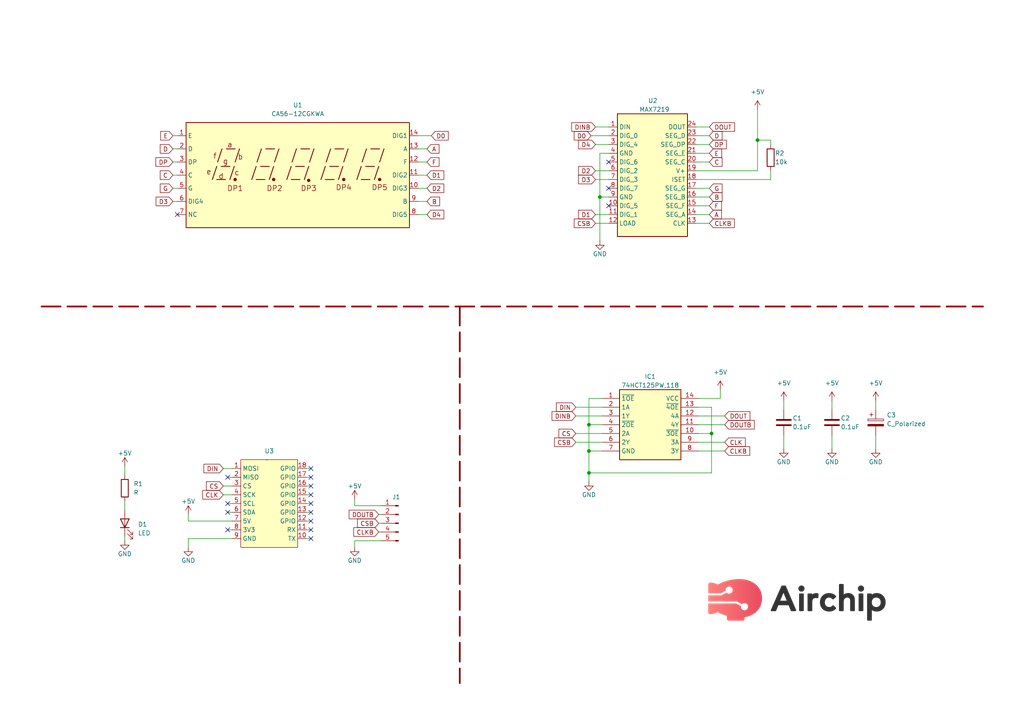
<source format=kicad_sch>
(kicad_sch
	(version 20231120)
	(generator "eeschema")
	(generator_version "8.0")
	(uuid "ddd8ccbd-14d9-456b-aadd-d4ea488c5e9a")
	(paper "A4")
	(lib_symbols
		(symbol "74HCT125PW_118:74HCT125PW,118"
			(exclude_from_sim no)
			(in_bom yes)
			(on_board yes)
			(property "Reference" "IC"
				(at 24.13 7.62 0)
				(effects
					(font
						(size 1.27 1.27)
					)
					(justify left top)
				)
			)
			(property "Value" "74HCT125PW,118"
				(at 24.13 5.08 0)
				(effects
					(font
						(size 1.27 1.27)
					)
					(justify left top)
				)
			)
			(property "Footprint" "SOP65P640X110-14N"
				(at 24.13 -94.92 0)
				(effects
					(font
						(size 1.27 1.27)
					)
					(justify left top)
					(hide yes)
				)
			)
			(property "Datasheet" "https://assets.nexperia.com/documents/data-sheet/74HC_HCT125.pdf"
				(at 24.13 -194.92 0)
				(effects
					(font
						(size 1.27 1.27)
					)
					(justify left top)
					(hide yes)
				)
			)
			(property "Description" "74HC(T)125 - Quad buffer/line driver; 3-state@en-us"
				(at 0 0 0)
				(effects
					(font
						(size 1.27 1.27)
					)
					(hide yes)
				)
			)
			(property "Height" "1.1"
				(at 24.13 -394.92 0)
				(effects
					(font
						(size 1.27 1.27)
					)
					(justify left top)
					(hide yes)
				)
			)
			(property "Mouser Part Number" "771-74HCT125PW-T"
				(at 24.13 -494.92 0)
				(effects
					(font
						(size 1.27 1.27)
					)
					(justify left top)
					(hide yes)
				)
			)
			(property "Mouser Price/Stock" "https://www.mouser.co.uk/ProductDetail/Nexperia/74HCT125PW118?qs=P62ublwmbi%2FYv669GMNnaw%3D%3D"
				(at 24.13 -594.92 0)
				(effects
					(font
						(size 1.27 1.27)
					)
					(justify left top)
					(hide yes)
				)
			)
			(property "Manufacturer_Name" "Nexperia"
				(at 24.13 -694.92 0)
				(effects
					(font
						(size 1.27 1.27)
					)
					(justify left top)
					(hide yes)
				)
			)
			(property "Manufacturer_Part_Number" "74HCT125PW,118"
				(at 24.13 -794.92 0)
				(effects
					(font
						(size 1.27 1.27)
					)
					(justify left top)
					(hide yes)
				)
			)
			(symbol "74HCT125PW,118_1_1"
				(rectangle
					(start 5.08 2.54)
					(end 22.86 -17.78)
					(stroke
						(width 0.254)
						(type default)
					)
					(fill
						(type background)
					)
				)
				(pin passive line
					(at 0 0 0)
					(length 5.08)
					(name "~{1OE}"
						(effects
							(font
								(size 1.27 1.27)
							)
						)
					)
					(number "1"
						(effects
							(font
								(size 1.27 1.27)
							)
						)
					)
				)
				(pin passive line
					(at 27.94 -10.16 180)
					(length 5.08)
					(name "~{3OE}"
						(effects
							(font
								(size 1.27 1.27)
							)
						)
					)
					(number "10"
						(effects
							(font
								(size 1.27 1.27)
							)
						)
					)
				)
				(pin passive line
					(at 27.94 -7.62 180)
					(length 5.08)
					(name "4Y"
						(effects
							(font
								(size 1.27 1.27)
							)
						)
					)
					(number "11"
						(effects
							(font
								(size 1.27 1.27)
							)
						)
					)
				)
				(pin passive line
					(at 27.94 -5.08 180)
					(length 5.08)
					(name "4A"
						(effects
							(font
								(size 1.27 1.27)
							)
						)
					)
					(number "12"
						(effects
							(font
								(size 1.27 1.27)
							)
						)
					)
				)
				(pin passive line
					(at 27.94 -2.54 180)
					(length 5.08)
					(name "~{4OE}"
						(effects
							(font
								(size 1.27 1.27)
							)
						)
					)
					(number "13"
						(effects
							(font
								(size 1.27 1.27)
							)
						)
					)
				)
				(pin passive line
					(at 27.94 0 180)
					(length 5.08)
					(name "VCC"
						(effects
							(font
								(size 1.27 1.27)
							)
						)
					)
					(number "14"
						(effects
							(font
								(size 1.27 1.27)
							)
						)
					)
				)
				(pin passive line
					(at 0 -2.54 0)
					(length 5.08)
					(name "1A"
						(effects
							(font
								(size 1.27 1.27)
							)
						)
					)
					(number "2"
						(effects
							(font
								(size 1.27 1.27)
							)
						)
					)
				)
				(pin passive line
					(at 0 -5.08 0)
					(length 5.08)
					(name "1Y"
						(effects
							(font
								(size 1.27 1.27)
							)
						)
					)
					(number "3"
						(effects
							(font
								(size 1.27 1.27)
							)
						)
					)
				)
				(pin passive line
					(at 0 -7.62 0)
					(length 5.08)
					(name "~{2OE}"
						(effects
							(font
								(size 1.27 1.27)
							)
						)
					)
					(number "4"
						(effects
							(font
								(size 1.27 1.27)
							)
						)
					)
				)
				(pin passive line
					(at 0 -10.16 0)
					(length 5.08)
					(name "2A"
						(effects
							(font
								(size 1.27 1.27)
							)
						)
					)
					(number "5"
						(effects
							(font
								(size 1.27 1.27)
							)
						)
					)
				)
				(pin passive line
					(at 0 -12.7 0)
					(length 5.08)
					(name "2Y"
						(effects
							(font
								(size 1.27 1.27)
							)
						)
					)
					(number "6"
						(effects
							(font
								(size 1.27 1.27)
							)
						)
					)
				)
				(pin passive line
					(at 0 -15.24 0)
					(length 5.08)
					(name "GND"
						(effects
							(font
								(size 1.27 1.27)
							)
						)
					)
					(number "7"
						(effects
							(font
								(size 1.27 1.27)
							)
						)
					)
				)
				(pin passive line
					(at 27.94 -15.24 180)
					(length 5.08)
					(name "3Y"
						(effects
							(font
								(size 1.27 1.27)
							)
						)
					)
					(number "8"
						(effects
							(font
								(size 1.27 1.27)
							)
						)
					)
				)
				(pin passive line
					(at 27.94 -12.7 180)
					(length 5.08)
					(name "3A"
						(effects
							(font
								(size 1.27 1.27)
							)
						)
					)
					(number "9"
						(effects
							(font
								(size 1.27 1.27)
							)
						)
					)
				)
			)
		)
		(symbol "Connector:Conn_01x05_Pin"
			(pin_names
				(offset 1.016) hide)
			(exclude_from_sim no)
			(in_bom yes)
			(on_board yes)
			(property "Reference" "J"
				(at 0 7.62 0)
				(effects
					(font
						(size 1.27 1.27)
					)
				)
			)
			(property "Value" "Conn_01x05_Pin"
				(at 0 -7.62 0)
				(effects
					(font
						(size 1.27 1.27)
					)
				)
			)
			(property "Footprint" ""
				(at 0 0 0)
				(effects
					(font
						(size 1.27 1.27)
					)
					(hide yes)
				)
			)
			(property "Datasheet" "~"
				(at 0 0 0)
				(effects
					(font
						(size 1.27 1.27)
					)
					(hide yes)
				)
			)
			(property "Description" "Generic connector, single row, 01x05, script generated"
				(at 0 0 0)
				(effects
					(font
						(size 1.27 1.27)
					)
					(hide yes)
				)
			)
			(property "ki_locked" ""
				(at 0 0 0)
				(effects
					(font
						(size 1.27 1.27)
					)
				)
			)
			(property "ki_keywords" "connector"
				(at 0 0 0)
				(effects
					(font
						(size 1.27 1.27)
					)
					(hide yes)
				)
			)
			(property "ki_fp_filters" "Connector*:*_1x??_*"
				(at 0 0 0)
				(effects
					(font
						(size 1.27 1.27)
					)
					(hide yes)
				)
			)
			(symbol "Conn_01x05_Pin_1_1"
				(polyline
					(pts
						(xy 1.27 -5.08) (xy 0.8636 -5.08)
					)
					(stroke
						(width 0.1524)
						(type default)
					)
					(fill
						(type none)
					)
				)
				(polyline
					(pts
						(xy 1.27 -2.54) (xy 0.8636 -2.54)
					)
					(stroke
						(width 0.1524)
						(type default)
					)
					(fill
						(type none)
					)
				)
				(polyline
					(pts
						(xy 1.27 0) (xy 0.8636 0)
					)
					(stroke
						(width 0.1524)
						(type default)
					)
					(fill
						(type none)
					)
				)
				(polyline
					(pts
						(xy 1.27 2.54) (xy 0.8636 2.54)
					)
					(stroke
						(width 0.1524)
						(type default)
					)
					(fill
						(type none)
					)
				)
				(polyline
					(pts
						(xy 1.27 5.08) (xy 0.8636 5.08)
					)
					(stroke
						(width 0.1524)
						(type default)
					)
					(fill
						(type none)
					)
				)
				(rectangle
					(start 0.8636 -4.953)
					(end 0 -5.207)
					(stroke
						(width 0.1524)
						(type default)
					)
					(fill
						(type outline)
					)
				)
				(rectangle
					(start 0.8636 -2.413)
					(end 0 -2.667)
					(stroke
						(width 0.1524)
						(type default)
					)
					(fill
						(type outline)
					)
				)
				(rectangle
					(start 0.8636 0.127)
					(end 0 -0.127)
					(stroke
						(width 0.1524)
						(type default)
					)
					(fill
						(type outline)
					)
				)
				(rectangle
					(start 0.8636 2.667)
					(end 0 2.413)
					(stroke
						(width 0.1524)
						(type default)
					)
					(fill
						(type outline)
					)
				)
				(rectangle
					(start 0.8636 5.207)
					(end 0 4.953)
					(stroke
						(width 0.1524)
						(type default)
					)
					(fill
						(type outline)
					)
				)
				(pin passive line
					(at 5.08 5.08 180)
					(length 3.81)
					(name "Pin_1"
						(effects
							(font
								(size 1.27 1.27)
							)
						)
					)
					(number "1"
						(effects
							(font
								(size 1.27 1.27)
							)
						)
					)
				)
				(pin passive line
					(at 5.08 2.54 180)
					(length 3.81)
					(name "Pin_2"
						(effects
							(font
								(size 1.27 1.27)
							)
						)
					)
					(number "2"
						(effects
							(font
								(size 1.27 1.27)
							)
						)
					)
				)
				(pin passive line
					(at 5.08 0 180)
					(length 3.81)
					(name "Pin_3"
						(effects
							(font
								(size 1.27 1.27)
							)
						)
					)
					(number "3"
						(effects
							(font
								(size 1.27 1.27)
							)
						)
					)
				)
				(pin passive line
					(at 5.08 -2.54 180)
					(length 3.81)
					(name "Pin_4"
						(effects
							(font
								(size 1.27 1.27)
							)
						)
					)
					(number "4"
						(effects
							(font
								(size 1.27 1.27)
							)
						)
					)
				)
				(pin passive line
					(at 5.08 -5.08 180)
					(length 3.81)
					(name "Pin_5"
						(effects
							(font
								(size 1.27 1.27)
							)
						)
					)
					(number "5"
						(effects
							(font
								(size 1.27 1.27)
							)
						)
					)
				)
			)
		)
		(symbol "Device:C"
			(pin_numbers hide)
			(pin_names
				(offset 0.254)
			)
			(exclude_from_sim no)
			(in_bom yes)
			(on_board yes)
			(property "Reference" "C"
				(at 0.635 2.54 0)
				(effects
					(font
						(size 1.27 1.27)
					)
					(justify left)
				)
			)
			(property "Value" "C"
				(at 0.635 -2.54 0)
				(effects
					(font
						(size 1.27 1.27)
					)
					(justify left)
				)
			)
			(property "Footprint" ""
				(at 0.9652 -3.81 0)
				(effects
					(font
						(size 1.27 1.27)
					)
					(hide yes)
				)
			)
			(property "Datasheet" "~"
				(at 0 0 0)
				(effects
					(font
						(size 1.27 1.27)
					)
					(hide yes)
				)
			)
			(property "Description" "Unpolarized capacitor"
				(at 0 0 0)
				(effects
					(font
						(size 1.27 1.27)
					)
					(hide yes)
				)
			)
			(property "ki_keywords" "cap capacitor"
				(at 0 0 0)
				(effects
					(font
						(size 1.27 1.27)
					)
					(hide yes)
				)
			)
			(property "ki_fp_filters" "C_*"
				(at 0 0 0)
				(effects
					(font
						(size 1.27 1.27)
					)
					(hide yes)
				)
			)
			(symbol "C_0_1"
				(polyline
					(pts
						(xy -2.032 -0.762) (xy 2.032 -0.762)
					)
					(stroke
						(width 0.508)
						(type default)
					)
					(fill
						(type none)
					)
				)
				(polyline
					(pts
						(xy -2.032 0.762) (xy 2.032 0.762)
					)
					(stroke
						(width 0.508)
						(type default)
					)
					(fill
						(type none)
					)
				)
			)
			(symbol "C_1_1"
				(pin passive line
					(at 0 3.81 270)
					(length 2.794)
					(name "~"
						(effects
							(font
								(size 1.27 1.27)
							)
						)
					)
					(number "1"
						(effects
							(font
								(size 1.27 1.27)
							)
						)
					)
				)
				(pin passive line
					(at 0 -3.81 90)
					(length 2.794)
					(name "~"
						(effects
							(font
								(size 1.27 1.27)
							)
						)
					)
					(number "2"
						(effects
							(font
								(size 1.27 1.27)
							)
						)
					)
				)
			)
		)
		(symbol "Device:C_Polarized"
			(pin_numbers hide)
			(pin_names
				(offset 0.254)
			)
			(exclude_from_sim no)
			(in_bom yes)
			(on_board yes)
			(property "Reference" "C"
				(at 0.635 2.54 0)
				(effects
					(font
						(size 1.27 1.27)
					)
					(justify left)
				)
			)
			(property "Value" "C_Polarized"
				(at 0.635 -2.54 0)
				(effects
					(font
						(size 1.27 1.27)
					)
					(justify left)
				)
			)
			(property "Footprint" ""
				(at 0.9652 -3.81 0)
				(effects
					(font
						(size 1.27 1.27)
					)
					(hide yes)
				)
			)
			(property "Datasheet" "~"
				(at 0 0 0)
				(effects
					(font
						(size 1.27 1.27)
					)
					(hide yes)
				)
			)
			(property "Description" "Polarized capacitor"
				(at 0 0 0)
				(effects
					(font
						(size 1.27 1.27)
					)
					(hide yes)
				)
			)
			(property "ki_keywords" "cap capacitor"
				(at 0 0 0)
				(effects
					(font
						(size 1.27 1.27)
					)
					(hide yes)
				)
			)
			(property "ki_fp_filters" "CP_*"
				(at 0 0 0)
				(effects
					(font
						(size 1.27 1.27)
					)
					(hide yes)
				)
			)
			(symbol "C_Polarized_0_1"
				(rectangle
					(start -2.286 0.508)
					(end 2.286 1.016)
					(stroke
						(width 0)
						(type default)
					)
					(fill
						(type none)
					)
				)
				(polyline
					(pts
						(xy -1.778 2.286) (xy -0.762 2.286)
					)
					(stroke
						(width 0)
						(type default)
					)
					(fill
						(type none)
					)
				)
				(polyline
					(pts
						(xy -1.27 2.794) (xy -1.27 1.778)
					)
					(stroke
						(width 0)
						(type default)
					)
					(fill
						(type none)
					)
				)
				(rectangle
					(start 2.286 -0.508)
					(end -2.286 -1.016)
					(stroke
						(width 0)
						(type default)
					)
					(fill
						(type outline)
					)
				)
			)
			(symbol "C_Polarized_1_1"
				(pin passive line
					(at 0 3.81 270)
					(length 2.794)
					(name "~"
						(effects
							(font
								(size 1.27 1.27)
							)
						)
					)
					(number "1"
						(effects
							(font
								(size 1.27 1.27)
							)
						)
					)
				)
				(pin passive line
					(at 0 -3.81 90)
					(length 2.794)
					(name "~"
						(effects
							(font
								(size 1.27 1.27)
							)
						)
					)
					(number "2"
						(effects
							(font
								(size 1.27 1.27)
							)
						)
					)
				)
			)
		)
		(symbol "Device:LED"
			(pin_numbers hide)
			(pin_names
				(offset 1.016) hide)
			(exclude_from_sim no)
			(in_bom yes)
			(on_board yes)
			(property "Reference" "D"
				(at 0 2.54 0)
				(effects
					(font
						(size 1.27 1.27)
					)
				)
			)
			(property "Value" "LED"
				(at 0 -2.54 0)
				(effects
					(font
						(size 1.27 1.27)
					)
				)
			)
			(property "Footprint" ""
				(at 0 0 0)
				(effects
					(font
						(size 1.27 1.27)
					)
					(hide yes)
				)
			)
			(property "Datasheet" "~"
				(at 0 0 0)
				(effects
					(font
						(size 1.27 1.27)
					)
					(hide yes)
				)
			)
			(property "Description" "Light emitting diode"
				(at 0 0 0)
				(effects
					(font
						(size 1.27 1.27)
					)
					(hide yes)
				)
			)
			(property "ki_keywords" "LED diode"
				(at 0 0 0)
				(effects
					(font
						(size 1.27 1.27)
					)
					(hide yes)
				)
			)
			(property "ki_fp_filters" "LED* LED_SMD:* LED_THT:*"
				(at 0 0 0)
				(effects
					(font
						(size 1.27 1.27)
					)
					(hide yes)
				)
			)
			(symbol "LED_0_1"
				(polyline
					(pts
						(xy -1.27 -1.27) (xy -1.27 1.27)
					)
					(stroke
						(width 0.254)
						(type default)
					)
					(fill
						(type none)
					)
				)
				(polyline
					(pts
						(xy -1.27 0) (xy 1.27 0)
					)
					(stroke
						(width 0)
						(type default)
					)
					(fill
						(type none)
					)
				)
				(polyline
					(pts
						(xy 1.27 -1.27) (xy 1.27 1.27) (xy -1.27 0) (xy 1.27 -1.27)
					)
					(stroke
						(width 0.254)
						(type default)
					)
					(fill
						(type none)
					)
				)
				(polyline
					(pts
						(xy -3.048 -0.762) (xy -4.572 -2.286) (xy -3.81 -2.286) (xy -4.572 -2.286) (xy -4.572 -1.524)
					)
					(stroke
						(width 0)
						(type default)
					)
					(fill
						(type none)
					)
				)
				(polyline
					(pts
						(xy -1.778 -0.762) (xy -3.302 -2.286) (xy -2.54 -2.286) (xy -3.302 -2.286) (xy -3.302 -1.524)
					)
					(stroke
						(width 0)
						(type default)
					)
					(fill
						(type none)
					)
				)
			)
			(symbol "LED_1_1"
				(pin passive line
					(at -3.81 0 0)
					(length 2.54)
					(name "K"
						(effects
							(font
								(size 1.27 1.27)
							)
						)
					)
					(number "1"
						(effects
							(font
								(size 1.27 1.27)
							)
						)
					)
				)
				(pin passive line
					(at 3.81 0 180)
					(length 2.54)
					(name "A"
						(effects
							(font
								(size 1.27 1.27)
							)
						)
					)
					(number "2"
						(effects
							(font
								(size 1.27 1.27)
							)
						)
					)
				)
			)
		)
		(symbol "Device:R"
			(pin_numbers hide)
			(pin_names
				(offset 0)
			)
			(exclude_from_sim no)
			(in_bom yes)
			(on_board yes)
			(property "Reference" "R"
				(at 2.032 0 90)
				(effects
					(font
						(size 1.27 1.27)
					)
				)
			)
			(property "Value" "R"
				(at 0 0 90)
				(effects
					(font
						(size 1.27 1.27)
					)
				)
			)
			(property "Footprint" ""
				(at -1.778 0 90)
				(effects
					(font
						(size 1.27 1.27)
					)
					(hide yes)
				)
			)
			(property "Datasheet" "~"
				(at 0 0 0)
				(effects
					(font
						(size 1.27 1.27)
					)
					(hide yes)
				)
			)
			(property "Description" "Resistor"
				(at 0 0 0)
				(effects
					(font
						(size 1.27 1.27)
					)
					(hide yes)
				)
			)
			(property "ki_keywords" "R res resistor"
				(at 0 0 0)
				(effects
					(font
						(size 1.27 1.27)
					)
					(hide yes)
				)
			)
			(property "ki_fp_filters" "R_*"
				(at 0 0 0)
				(effects
					(font
						(size 1.27 1.27)
					)
					(hide yes)
				)
			)
			(symbol "R_0_1"
				(rectangle
					(start -1.016 -2.54)
					(end 1.016 2.54)
					(stroke
						(width 0.254)
						(type default)
					)
					(fill
						(type none)
					)
				)
			)
			(symbol "R_1_1"
				(pin passive line
					(at 0 3.81 270)
					(length 1.27)
					(name "~"
						(effects
							(font
								(size 1.27 1.27)
							)
						)
					)
					(number "1"
						(effects
							(font
								(size 1.27 1.27)
							)
						)
					)
				)
				(pin passive line
					(at 0 -3.81 90)
					(length 1.27)
					(name "~"
						(effects
							(font
								(size 1.27 1.27)
							)
						)
					)
					(number "2"
						(effects
							(font
								(size 1.27 1.27)
							)
						)
					)
				)
			)
		)
		(symbol "Display_Character:CA56-12CGKWA"
			(exclude_from_sim no)
			(in_bom yes)
			(on_board yes)
			(property "Reference" "U1"
				(at 2.54 17.78 0)
				(effects
					(font
						(size 1.27 1.27)
					)
				)
			)
			(property "Value" "CA56-12CGKWA"
				(at 3.81 15.24 0)
				(effects
					(font
						(size 1.27 1.27)
					)
				)
			)
			(property "Footprint" ""
				(at 0 -15.24 0)
				(effects
					(font
						(size 1.27 1.27)
					)
					(hide yes)
				)
			)
			(property "Datasheet" ""
				(at -12.7 15.24 0)
				(effects
					(font
						(size 1.27 1.27)
					)
					(hide yes)
				)
			)
			(property "Description" "4 digit 7 segment Green LED, common anode"
				(at 0 0 0)
				(effects
					(font
						(size 1.27 1.27)
					)
					(hide yes)
				)
			)
			(property "ki_keywords" "display LED"
				(at 0 0 0)
				(effects
					(font
						(size 1.27 1.27)
					)
					(hide yes)
				)
			)
			(property "ki_fp_filters" "*CA56*12CGKWA*"
				(at 0 0 0)
				(effects
					(font
						(size 1.27 1.27)
					)
					(hide yes)
				)
			)
			(symbol "CA56-12CGKWA_0_0"
				(rectangle
					(start -27.94 12.7)
					(end 36.83 -17.78)
					(stroke
						(width 0.254)
						(type default)
					)
					(fill
						(type background)
					)
				)
				(polyline
					(pts
						(xy -20.32 -3.81) (xy -19.05 0)
					)
					(stroke
						(width 0.254)
						(type default)
					)
					(fill
						(type none)
					)
				)
				(polyline
					(pts
						(xy -19.05 -3.81) (xy -16.51 -3.81)
					)
					(stroke
						(width 0.254)
						(type default)
					)
					(fill
						(type none)
					)
				)
				(polyline
					(pts
						(xy -18.796 1.27) (xy -17.526 5.08)
					)
					(stroke
						(width 0.254)
						(type default)
					)
					(fill
						(type none)
					)
				)
				(polyline
					(pts
						(xy -17.78 0) (xy -15.24 0)
					)
					(stroke
						(width 0.254)
						(type default)
					)
					(fill
						(type none)
					)
				)
				(polyline
					(pts
						(xy -16.256 5.08) (xy -13.716 5.08)
					)
					(stroke
						(width 0.254)
						(type default)
					)
					(fill
						(type none)
					)
				)
				(polyline
					(pts
						(xy -15.24 -3.81) (xy -13.97 0)
					)
					(stroke
						(width 0.254)
						(type default)
					)
					(fill
						(type none)
					)
				)
				(polyline
					(pts
						(xy -13.716 1.27) (xy -12.446 5.08)
					)
					(stroke
						(width 0.254)
						(type default)
					)
					(fill
						(type none)
					)
				)
				(polyline
					(pts
						(xy -8.89 -3.81) (xy -7.62 0)
					)
					(stroke
						(width 0.254)
						(type default)
					)
					(fill
						(type none)
					)
				)
				(polyline
					(pts
						(xy -7.62 -3.81) (xy -5.08 -3.81)
					)
					(stroke
						(width 0.254)
						(type default)
					)
					(fill
						(type none)
					)
				)
				(polyline
					(pts
						(xy -7.366 1.27) (xy -6.096 5.08)
					)
					(stroke
						(width 0.254)
						(type default)
					)
					(fill
						(type none)
					)
				)
				(polyline
					(pts
						(xy -6.35 0) (xy -3.81 0)
					)
					(stroke
						(width 0.254)
						(type default)
					)
					(fill
						(type none)
					)
				)
				(polyline
					(pts
						(xy -4.826 5.08) (xy -2.286 5.08)
					)
					(stroke
						(width 0.254)
						(type default)
					)
					(fill
						(type none)
					)
				)
				(polyline
					(pts
						(xy -3.81 -3.81) (xy -2.54 0)
					)
					(stroke
						(width 0.254)
						(type default)
					)
					(fill
						(type none)
					)
				)
				(polyline
					(pts
						(xy -2.286 1.27) (xy -1.016 5.08)
					)
					(stroke
						(width 0.254)
						(type default)
					)
					(fill
						(type none)
					)
				)
				(polyline
					(pts
						(xy 1.27 -3.81) (xy 2.54 0)
					)
					(stroke
						(width 0.254)
						(type default)
					)
					(fill
						(type none)
					)
				)
				(polyline
					(pts
						(xy 2.54 -3.81) (xy 5.08 -3.81)
					)
					(stroke
						(width 0.254)
						(type default)
					)
					(fill
						(type none)
					)
				)
				(polyline
					(pts
						(xy 2.794 1.27) (xy 4.064 5.08)
					)
					(stroke
						(width 0.254)
						(type default)
					)
					(fill
						(type none)
					)
				)
				(polyline
					(pts
						(xy 3.81 0) (xy 6.35 0)
					)
					(stroke
						(width 0.254)
						(type default)
					)
					(fill
						(type none)
					)
				)
				(polyline
					(pts
						(xy 5.334 5.08) (xy 7.874 5.08)
					)
					(stroke
						(width 0.254)
						(type default)
					)
					(fill
						(type none)
					)
				)
				(polyline
					(pts
						(xy 6.35 -3.81) (xy 7.62 0)
					)
					(stroke
						(width 0.254)
						(type default)
					)
					(fill
						(type none)
					)
				)
				(polyline
					(pts
						(xy 7.874 1.27) (xy 9.144 5.08)
					)
					(stroke
						(width 0.254)
						(type default)
					)
					(fill
						(type none)
					)
				)
				(polyline
					(pts
						(xy 11.176 -3.81) (xy 12.446 0)
					)
					(stroke
						(width 0.254)
						(type default)
					)
					(fill
						(type none)
					)
				)
				(polyline
					(pts
						(xy 12.446 -3.81) (xy 14.986 -3.81)
					)
					(stroke
						(width 0.254)
						(type default)
					)
					(fill
						(type none)
					)
				)
				(polyline
					(pts
						(xy 12.7 1.27) (xy 13.97 5.08)
					)
					(stroke
						(width 0.254)
						(type default)
					)
					(fill
						(type none)
					)
				)
				(polyline
					(pts
						(xy 13.716 0) (xy 16.256 0)
					)
					(stroke
						(width 0.254)
						(type default)
					)
					(fill
						(type none)
					)
				)
				(polyline
					(pts
						(xy 15.24 5.08) (xy 17.78 5.08)
					)
					(stroke
						(width 0.254)
						(type default)
					)
					(fill
						(type none)
					)
				)
				(polyline
					(pts
						(xy 16.256 -3.81) (xy 17.526 0)
					)
					(stroke
						(width 0.254)
						(type default)
					)
					(fill
						(type none)
					)
				)
				(polyline
					(pts
						(xy 17.78 1.27) (xy 19.05 5.08)
					)
					(stroke
						(width 0.254)
						(type default)
					)
					(fill
						(type none)
					)
				)
				(polyline
					(pts
						(xy 21.59 -3.81) (xy 22.86 0)
					)
					(stroke
						(width 0.254)
						(type default)
					)
					(fill
						(type none)
					)
				)
				(polyline
					(pts
						(xy 22.86 -3.81) (xy 25.4 -3.81)
					)
					(stroke
						(width 0.254)
						(type default)
					)
					(fill
						(type none)
					)
				)
				(polyline
					(pts
						(xy 23.114 1.27) (xy 24.384 5.08)
					)
					(stroke
						(width 0.254)
						(type default)
					)
					(fill
						(type none)
					)
				)
				(polyline
					(pts
						(xy 24.13 0) (xy 26.67 0)
					)
					(stroke
						(width 0.254)
						(type default)
					)
					(fill
						(type none)
					)
				)
				(polyline
					(pts
						(xy 25.654 5.08) (xy 28.194 5.08)
					)
					(stroke
						(width 0.254)
						(type default)
					)
					(fill
						(type none)
					)
				)
				(polyline
					(pts
						(xy 26.67 -3.81) (xy 27.94 0)
					)
					(stroke
						(width 0.254)
						(type default)
					)
					(fill
						(type none)
					)
				)
				(polyline
					(pts
						(xy 28.194 1.27) (xy 29.464 5.08)
					)
					(stroke
						(width 0.254)
						(type default)
					)
					(fill
						(type none)
					)
				)
				(text "a"
					(at -15.24 6.35 0)
					(effects
						(font
							(size 1.524 1.524)
						)
					)
				)
				(text "b"
					(at -12.192 2.794 0)
					(effects
						(font
							(size 1.524 1.524)
						)
					)
				)
				(text "c"
					(at -13.208 -1.778 0)
					(effects
						(font
							(size 1.524 1.524)
						)
					)
				)
				(text "d"
					(at -17.78 -2.794 0)
					(effects
						(font
							(size 1.524 1.524)
						)
					)
				)
				(text "DP1"
					(at -13.716 -6.35 0)
					(effects
						(font
							(size 1.524 1.524)
						)
					)
				)
				(text "DP2"
					(at -2.286 -6.35 0)
					(effects
						(font
							(size 1.524 1.524)
						)
					)
				)
				(text "DP3"
					(at 7.62 -6.35 0)
					(effects
						(font
							(size 1.524 1.524)
						)
					)
				)
				(text "DP4"
					(at 17.78 -6.096 0)
					(effects
						(font
							(size 1.524 1.524)
						)
					)
				)
				(text "e"
					(at -21.336 -1.524 0)
					(effects
						(font
							(size 1.524 1.524)
						)
					)
				)
				(text "f"
					(at -19.558 3.048 0)
					(effects
						(font
							(size 1.524 1.524)
						)
					)
				)
				(text "g"
					(at -16.51 1.524 0)
					(effects
						(font
							(size 1.524 1.524)
						)
					)
				)
			)
			(symbol "CA56-12CGKWA_0_1"
				(circle
					(center -13.716 -3.81)
					(radius 0.3556)
					(stroke
						(width 0.254)
						(type default)
					)
					(fill
						(type outline)
					)
				)
				(circle
					(center -2.54 -3.81)
					(radius 0.3556)
					(stroke
						(width 0.254)
						(type default)
					)
					(fill
						(type outline)
					)
				)
			)
			(symbol "CA56-12CGKWA_1_0"
				(circle
					(center 7.62 -4.064)
					(radius 0.3556)
					(stroke
						(width 0.254)
						(type default)
					)
					(fill
						(type outline)
					)
				)
				(circle
					(center 17.78 -3.81)
					(radius 0.3556)
					(stroke
						(width 0.254)
						(type default)
					)
					(fill
						(type outline)
					)
				)
				(circle
					(center 28.194 -3.81)
					(radius 0.3556)
					(stroke
						(width 0.254)
						(type default)
					)
					(fill
						(type outline)
					)
				)
				(text "DP5"
					(at 28.194 -6.096 0)
					(effects
						(font
							(size 1.524 1.524)
						)
					)
				)
			)
			(symbol "CA56-12CGKWA_1_1"
				(pin input line
					(at -30.48 8.89 0)
					(length 2.54)
					(name "E"
						(effects
							(font
								(size 1.27 1.27)
							)
						)
					)
					(number "1"
						(effects
							(font
								(size 1.27 1.27)
							)
						)
					)
				)
				(pin input line
					(at 39.37 -6.35 180)
					(length 2.54)
					(name "DIG3"
						(effects
							(font
								(size 1.27 1.27)
							)
						)
					)
					(number "10"
						(effects
							(font
								(size 1.27 1.27)
							)
						)
					)
				)
				(pin input line
					(at 39.37 -2.54 180)
					(length 2.54)
					(name "DIG2"
						(effects
							(font
								(size 1.27 1.27)
							)
						)
					)
					(number "11"
						(effects
							(font
								(size 1.27 1.27)
							)
						)
					)
				)
				(pin input line
					(at 39.37 1.27 180)
					(length 2.54)
					(name "F"
						(effects
							(font
								(size 1.27 1.27)
							)
						)
					)
					(number "12"
						(effects
							(font
								(size 1.27 1.27)
							)
						)
					)
				)
				(pin input line
					(at 39.37 5.08 180)
					(length 2.54)
					(name "A"
						(effects
							(font
								(size 1.27 1.27)
							)
						)
					)
					(number "13"
						(effects
							(font
								(size 1.27 1.27)
							)
						)
					)
				)
				(pin input line
					(at 39.37 8.89 180)
					(length 2.54)
					(name "DIG1"
						(effects
							(font
								(size 1.27 1.27)
							)
						)
					)
					(number "14"
						(effects
							(font
								(size 1.27 1.27)
							)
						)
					)
				)
				(pin input line
					(at -30.48 5.08 0)
					(length 2.54)
					(name "D"
						(effects
							(font
								(size 1.27 1.27)
							)
						)
					)
					(number "2"
						(effects
							(font
								(size 1.27 1.27)
							)
						)
					)
				)
				(pin input line
					(at -30.48 1.27 0)
					(length 2.54)
					(name "DP"
						(effects
							(font
								(size 1.27 1.27)
							)
						)
					)
					(number "3"
						(effects
							(font
								(size 1.27 1.27)
							)
						)
					)
				)
				(pin input line
					(at -30.48 -2.54 0)
					(length 2.54)
					(name "C"
						(effects
							(font
								(size 1.27 1.27)
							)
						)
					)
					(number "4"
						(effects
							(font
								(size 1.27 1.27)
							)
						)
					)
				)
				(pin input line
					(at -30.48 -6.35 0)
					(length 2.54)
					(name "G"
						(effects
							(font
								(size 1.27 1.27)
							)
						)
					)
					(number "5"
						(effects
							(font
								(size 1.27 1.27)
							)
						)
					)
				)
				(pin input line
					(at -30.48 -10.16 0)
					(length 2.54)
					(name "DIG4"
						(effects
							(font
								(size 1.27 1.27)
							)
						)
					)
					(number "6"
						(effects
							(font
								(size 1.27 1.27)
							)
						)
					)
				)
				(pin input line
					(at -30.48 -13.97 0)
					(length 2.54)
					(name "NC"
						(effects
							(font
								(size 1.27 1.27)
							)
						)
					)
					(number "7"
						(effects
							(font
								(size 1.27 1.27)
							)
						)
					)
				)
				(pin input line
					(at 39.37 -13.97 180)
					(length 2.54)
					(name "DIG5"
						(effects
							(font
								(size 1.27 1.27)
							)
						)
					)
					(number "8"
						(effects
							(font
								(size 1.27 1.27)
							)
						)
					)
				)
				(pin input line
					(at 39.37 -10.16 180)
					(length 2.54)
					(name "B"
						(effects
							(font
								(size 1.27 1.27)
							)
						)
					)
					(number "9"
						(effects
							(font
								(size 1.27 1.27)
							)
						)
					)
				)
			)
		)
		(symbol "Driver_LED:MAX7219"
			(exclude_from_sim no)
			(in_bom yes)
			(on_board yes)
			(property "Reference" "U2"
				(at 0 19.05 0)
				(effects
					(font
						(size 1.27 1.27)
					)
					(justify left)
				)
			)
			(property "Value" "MAX7219"
				(at -2.54 16.51 0)
				(effects
					(font
						(size 1.27 1.27)
					)
					(justify left)
				)
			)
			(property "Footprint" ""
				(at -1.27 1.27 0)
				(effects
					(font
						(size 1.27 1.27)
					)
					(hide yes)
				)
			)
			(property "Datasheet" "https://datasheets.maximintegrated.com/en/ds/MAX7219-MAX7221.pdf"
				(at 1.27 34.29 0)
				(effects
					(font
						(size 1.27 1.27)
					)
					(hide yes)
				)
			)
			(property "Description" "8-Digit LED Display Driver"
				(at 0 0 0)
				(effects
					(font
						(size 1.27 1.27)
					)
					(hide yes)
				)
			)
			(property "ki_keywords" "LED 8-Digit Display Driver"
				(at 0 0 0)
				(effects
					(font
						(size 1.27 1.27)
					)
					(hide yes)
				)
			)
			(property "ki_fp_filters" "SOIC*7.5x15.4mm*P1.27mm* DIP*7.62mm*"
				(at 0 0 0)
				(effects
					(font
						(size 1.27 1.27)
					)
					(hide yes)
				)
			)
			(symbol "MAX7219_0_1"
				(rectangle
					(start -8.89 15.24)
					(end 11.43 -20.32)
					(stroke
						(width 0.254)
						(type default)
					)
					(fill
						(type background)
					)
				)
			)
			(symbol "MAX7219_1_1"
				(pin input line
					(at -11.43 11.43 0)
					(length 2.54)
					(name "DIN"
						(effects
							(font
								(size 1.27 1.27)
							)
						)
					)
					(number "1"
						(effects
							(font
								(size 1.27 1.27)
							)
						)
					)
				)
				(pin output line
					(at -11.43 -11.43 0)
					(length 2.54)
					(name "DIG_5"
						(effects
							(font
								(size 1.27 1.27)
							)
						)
					)
					(number "10"
						(effects
							(font
								(size 1.27 1.27)
							)
						)
					)
				)
				(pin output line
					(at -11.43 -13.97 0)
					(length 2.54)
					(name "DIG_1"
						(effects
							(font
								(size 1.27 1.27)
							)
						)
					)
					(number "11"
						(effects
							(font
								(size 1.27 1.27)
							)
						)
					)
				)
				(pin input line
					(at -11.43 -16.51 0)
					(length 2.54)
					(name "LOAD"
						(effects
							(font
								(size 1.27 1.27)
							)
						)
					)
					(number "12"
						(effects
							(font
								(size 1.27 1.27)
							)
						)
					)
				)
				(pin input line
					(at 13.97 -16.51 180)
					(length 2.54)
					(name "CLK"
						(effects
							(font
								(size 1.27 1.27)
							)
						)
					)
					(number "13"
						(effects
							(font
								(size 1.27 1.27)
							)
						)
					)
				)
				(pin output line
					(at 13.97 -13.97 180)
					(length 2.54)
					(name "SEG_A"
						(effects
							(font
								(size 1.27 1.27)
							)
						)
					)
					(number "14"
						(effects
							(font
								(size 1.27 1.27)
							)
						)
					)
				)
				(pin output line
					(at 13.97 -11.43 180)
					(length 2.54)
					(name "SEG_F"
						(effects
							(font
								(size 1.27 1.27)
							)
						)
					)
					(number "15"
						(effects
							(font
								(size 1.27 1.27)
							)
						)
					)
				)
				(pin output line
					(at 13.97 -8.89 180)
					(length 2.54)
					(name "SEG_B"
						(effects
							(font
								(size 1.27 1.27)
							)
						)
					)
					(number "16"
						(effects
							(font
								(size 1.27 1.27)
							)
						)
					)
				)
				(pin output line
					(at 13.97 -6.35 180)
					(length 2.54)
					(name "SEG_G"
						(effects
							(font
								(size 1.27 1.27)
							)
						)
					)
					(number "17"
						(effects
							(font
								(size 1.27 1.27)
							)
						)
					)
				)
				(pin input line
					(at 13.97 -3.81 180)
					(length 2.54)
					(name "ISET"
						(effects
							(font
								(size 1.27 1.27)
							)
						)
					)
					(number "18"
						(effects
							(font
								(size 1.27 1.27)
							)
						)
					)
				)
				(pin power_in line
					(at 13.97 -1.27 180)
					(length 2.54)
					(name "V+"
						(effects
							(font
								(size 1.27 1.27)
							)
						)
					)
					(number "19"
						(effects
							(font
								(size 1.27 1.27)
							)
						)
					)
				)
				(pin output line
					(at -11.43 8.89 0)
					(length 2.54)
					(name "DIG_0"
						(effects
							(font
								(size 1.27 1.27)
							)
						)
					)
					(number "2"
						(effects
							(font
								(size 1.27 1.27)
							)
						)
					)
				)
				(pin output line
					(at 13.97 1.27 180)
					(length 2.54)
					(name "SEG_C"
						(effects
							(font
								(size 1.27 1.27)
							)
						)
					)
					(number "20"
						(effects
							(font
								(size 1.27 1.27)
							)
						)
					)
				)
				(pin output line
					(at 13.97 3.81 180)
					(length 2.54)
					(name "SEG_E"
						(effects
							(font
								(size 1.27 1.27)
							)
						)
					)
					(number "21"
						(effects
							(font
								(size 1.27 1.27)
							)
						)
					)
				)
				(pin output line
					(at 13.97 6.35 180)
					(length 2.54)
					(name "SEG_DP"
						(effects
							(font
								(size 1.27 1.27)
							)
						)
					)
					(number "22"
						(effects
							(font
								(size 1.27 1.27)
							)
						)
					)
				)
				(pin output line
					(at 13.97 8.89 180)
					(length 2.54)
					(name "SEG_D"
						(effects
							(font
								(size 1.27 1.27)
							)
						)
					)
					(number "23"
						(effects
							(font
								(size 1.27 1.27)
							)
						)
					)
				)
				(pin output line
					(at 13.97 11.43 180)
					(length 2.54)
					(name "DOUT"
						(effects
							(font
								(size 1.27 1.27)
							)
						)
					)
					(number "24"
						(effects
							(font
								(size 1.27 1.27)
							)
						)
					)
				)
				(pin output line
					(at -11.43 6.35 0)
					(length 2.54)
					(name "DIG_4"
						(effects
							(font
								(size 1.27 1.27)
							)
						)
					)
					(number "3"
						(effects
							(font
								(size 1.27 1.27)
							)
						)
					)
				)
				(pin power_in line
					(at -11.43 3.81 0)
					(length 2.54)
					(name "GND"
						(effects
							(font
								(size 1.27 1.27)
							)
						)
					)
					(number "4"
						(effects
							(font
								(size 1.27 1.27)
							)
						)
					)
				)
				(pin output line
					(at -11.43 1.27 0)
					(length 2.54)
					(name "DIG_6"
						(effects
							(font
								(size 1.27 1.27)
							)
						)
					)
					(number "5"
						(effects
							(font
								(size 1.27 1.27)
							)
						)
					)
				)
				(pin output line
					(at -11.43 -1.27 0)
					(length 2.54)
					(name "DIG_2"
						(effects
							(font
								(size 1.27 1.27)
							)
						)
					)
					(number "6"
						(effects
							(font
								(size 1.27 1.27)
							)
						)
					)
				)
				(pin output line
					(at -11.43 -3.81 0)
					(length 2.54)
					(name "DIG_3"
						(effects
							(font
								(size 1.27 1.27)
							)
						)
					)
					(number "7"
						(effects
							(font
								(size 1.27 1.27)
							)
						)
					)
				)
				(pin output line
					(at -11.43 -6.35 0)
					(length 2.54)
					(name "DIG_7"
						(effects
							(font
								(size 1.27 1.27)
							)
						)
					)
					(number "8"
						(effects
							(font
								(size 1.27 1.27)
							)
						)
					)
				)
				(pin passive line
					(at -11.43 -8.89 0)
					(length 2.54)
					(name "GND"
						(effects
							(font
								(size 1.27 1.27)
							)
						)
					)
					(number "9"
						(effects
							(font
								(size 1.27 1.27)
							)
						)
					)
				)
			)
		)
		(symbol "air_modül:air_module"
			(exclude_from_sim no)
			(in_bom yes)
			(on_board yes)
			(property "Reference" "U"
				(at 0 1.27 0)
				(effects
					(font
						(size 1.27 1.27)
					)
				)
			)
			(property "Value" ""
				(at 0 0 0)
				(effects
					(font
						(size 1.27 1.27)
					)
				)
			)
			(property "Footprint" ""
				(at 0 0 0)
				(effects
					(font
						(size 1.27 1.27)
					)
					(hide yes)
				)
			)
			(property "Datasheet" ""
				(at 0 0 0)
				(effects
					(font
						(size 1.27 1.27)
					)
					(hide yes)
				)
			)
			(property "Description" ""
				(at 0 0 0)
				(effects
					(font
						(size 1.27 1.27)
					)
					(hide yes)
				)
			)
			(symbol "air_module_1_1"
				(rectangle
					(start -7.62 0)
					(end 8.89 -25.4)
					(stroke
						(width 0)
						(type default)
					)
					(fill
						(type background)
					)
				)
				(pin input line
					(at -10.16 -2.54 0)
					(length 2.54)
					(name "MOSI"
						(effects
							(font
								(size 1.27 1.27)
							)
						)
					)
					(number "1"
						(effects
							(font
								(size 1.27 1.27)
							)
						)
					)
				)
				(pin input line
					(at 11.43 -22.86 180)
					(length 2.54)
					(name "TX"
						(effects
							(font
								(size 1.27 1.27)
							)
						)
					)
					(number "10"
						(effects
							(font
								(size 1.27 1.27)
							)
						)
					)
				)
				(pin input line
					(at 11.43 -20.32 180)
					(length 2.54)
					(name "RX"
						(effects
							(font
								(size 1.27 1.27)
							)
						)
					)
					(number "11"
						(effects
							(font
								(size 1.27 1.27)
							)
						)
					)
				)
				(pin input line
					(at 11.43 -17.78 180)
					(length 2.54)
					(name "GPIO"
						(effects
							(font
								(size 1.27 1.27)
							)
						)
					)
					(number "12"
						(effects
							(font
								(size 1.27 1.27)
							)
						)
					)
				)
				(pin input line
					(at 11.43 -15.24 180)
					(length 2.54)
					(name "GPIO"
						(effects
							(font
								(size 1.27 1.27)
							)
						)
					)
					(number "13"
						(effects
							(font
								(size 1.27 1.27)
							)
						)
					)
				)
				(pin input line
					(at 11.43 -12.7 180)
					(length 2.54)
					(name "GPIO"
						(effects
							(font
								(size 1.27 1.27)
							)
						)
					)
					(number "14"
						(effects
							(font
								(size 1.27 1.27)
							)
						)
					)
				)
				(pin input line
					(at 11.43 -10.16 180)
					(length 2.54)
					(name "GPIO"
						(effects
							(font
								(size 1.27 1.27)
							)
						)
					)
					(number "15"
						(effects
							(font
								(size 1.27 1.27)
							)
						)
					)
				)
				(pin input line
					(at 11.43 -7.62 180)
					(length 2.54)
					(name "GPIO"
						(effects
							(font
								(size 1.27 1.27)
							)
						)
					)
					(number "16"
						(effects
							(font
								(size 1.27 1.27)
							)
						)
					)
				)
				(pin input line
					(at 11.43 -5.08 180)
					(length 2.54)
					(name "GPIO"
						(effects
							(font
								(size 1.27 1.27)
							)
						)
					)
					(number "17"
						(effects
							(font
								(size 1.27 1.27)
							)
						)
					)
				)
				(pin input line
					(at 11.43 -2.54 180)
					(length 2.54)
					(name "GPIO"
						(effects
							(font
								(size 1.27 1.27)
							)
						)
					)
					(number "18"
						(effects
							(font
								(size 1.27 1.27)
							)
						)
					)
				)
				(pin input line
					(at -10.16 -5.08 0)
					(length 2.54)
					(name "MISO"
						(effects
							(font
								(size 1.27 1.27)
							)
						)
					)
					(number "2"
						(effects
							(font
								(size 1.27 1.27)
							)
						)
					)
				)
				(pin input line
					(at -10.16 -7.62 0)
					(length 2.54)
					(name "CS"
						(effects
							(font
								(size 1.27 1.27)
							)
						)
					)
					(number "3"
						(effects
							(font
								(size 1.27 1.27)
							)
						)
					)
				)
				(pin input line
					(at -10.16 -10.16 0)
					(length 2.54)
					(name "SCK"
						(effects
							(font
								(size 1.27 1.27)
							)
						)
					)
					(number "4"
						(effects
							(font
								(size 1.27 1.27)
							)
						)
					)
				)
				(pin input line
					(at -10.16 -12.7 0)
					(length 2.54)
					(name "SCL"
						(effects
							(font
								(size 1.27 1.27)
							)
						)
					)
					(number "5"
						(effects
							(font
								(size 1.27 1.27)
							)
						)
					)
				)
				(pin input line
					(at -10.16 -15.24 0)
					(length 2.54)
					(name "SDA"
						(effects
							(font
								(size 1.27 1.27)
							)
						)
					)
					(number "6"
						(effects
							(font
								(size 1.27 1.27)
							)
						)
					)
				)
				(pin input line
					(at -10.16 -17.78 0)
					(length 2.54)
					(name "5V"
						(effects
							(font
								(size 1.27 1.27)
							)
						)
					)
					(number "7"
						(effects
							(font
								(size 1.27 1.27)
							)
						)
					)
				)
				(pin input line
					(at -10.16 -20.32 0)
					(length 2.54)
					(name "3V3"
						(effects
							(font
								(size 1.27 1.27)
							)
						)
					)
					(number "8"
						(effects
							(font
								(size 1.27 1.27)
							)
						)
					)
				)
				(pin input line
					(at -10.16 -22.86 0)
					(length 2.54)
					(name "GND"
						(effects
							(font
								(size 1.27 1.27)
							)
						)
					)
					(number "9"
						(effects
							(font
								(size 1.27 1.27)
							)
						)
					)
				)
			)
		)
		(symbol "power:+5V"
			(power)
			(pin_names
				(offset 0)
			)
			(exclude_from_sim no)
			(in_bom yes)
			(on_board yes)
			(property "Reference" "#PWR"
				(at 0 -3.81 0)
				(effects
					(font
						(size 1.27 1.27)
					)
					(hide yes)
				)
			)
			(property "Value" "+5V"
				(at 0 3.556 0)
				(effects
					(font
						(size 1.27 1.27)
					)
				)
			)
			(property "Footprint" ""
				(at 0 0 0)
				(effects
					(font
						(size 1.27 1.27)
					)
					(hide yes)
				)
			)
			(property "Datasheet" ""
				(at 0 0 0)
				(effects
					(font
						(size 1.27 1.27)
					)
					(hide yes)
				)
			)
			(property "Description" "Power symbol creates a global label with name \"+5V\""
				(at 0 0 0)
				(effects
					(font
						(size 1.27 1.27)
					)
					(hide yes)
				)
			)
			(property "ki_keywords" "global power"
				(at 0 0 0)
				(effects
					(font
						(size 1.27 1.27)
					)
					(hide yes)
				)
			)
			(symbol "+5V_0_1"
				(polyline
					(pts
						(xy -0.762 1.27) (xy 0 2.54)
					)
					(stroke
						(width 0)
						(type default)
					)
					(fill
						(type none)
					)
				)
				(polyline
					(pts
						(xy 0 0) (xy 0 2.54)
					)
					(stroke
						(width 0)
						(type default)
					)
					(fill
						(type none)
					)
				)
				(polyline
					(pts
						(xy 0 2.54) (xy 0.762 1.27)
					)
					(stroke
						(width 0)
						(type default)
					)
					(fill
						(type none)
					)
				)
			)
			(symbol "+5V_1_1"
				(pin power_in line
					(at 0 0 90)
					(length 0) hide
					(name "+5V"
						(effects
							(font
								(size 1.27 1.27)
							)
						)
					)
					(number "1"
						(effects
							(font
								(size 1.27 1.27)
							)
						)
					)
				)
			)
		)
		(symbol "power:GND"
			(power)
			(pin_names
				(offset 0)
			)
			(exclude_from_sim no)
			(in_bom yes)
			(on_board yes)
			(property "Reference" "#PWR"
				(at 0 -6.35 0)
				(effects
					(font
						(size 1.27 1.27)
					)
					(hide yes)
				)
			)
			(property "Value" "GND"
				(at 0 -3.81 0)
				(effects
					(font
						(size 1.27 1.27)
					)
				)
			)
			(property "Footprint" ""
				(at 0 0 0)
				(effects
					(font
						(size 1.27 1.27)
					)
					(hide yes)
				)
			)
			(property "Datasheet" ""
				(at 0 0 0)
				(effects
					(font
						(size 1.27 1.27)
					)
					(hide yes)
				)
			)
			(property "Description" "Power symbol creates a global label with name \"GND\" , ground"
				(at 0 0 0)
				(effects
					(font
						(size 1.27 1.27)
					)
					(hide yes)
				)
			)
			(property "ki_keywords" "global power"
				(at 0 0 0)
				(effects
					(font
						(size 1.27 1.27)
					)
					(hide yes)
				)
			)
			(symbol "GND_0_1"
				(polyline
					(pts
						(xy 0 0) (xy 0 -1.27) (xy 1.27 -1.27) (xy 0 -2.54) (xy -1.27 -1.27) (xy 0 -1.27)
					)
					(stroke
						(width 0)
						(type default)
					)
					(fill
						(type none)
					)
				)
			)
			(symbol "GND_1_1"
				(pin power_in line
					(at 0 0 270)
					(length 0) hide
					(name "GND"
						(effects
							(font
								(size 1.27 1.27)
							)
						)
					)
					(number "1"
						(effects
							(font
								(size 1.27 1.27)
							)
						)
					)
				)
			)
		)
	)
	(junction
		(at 173.99 57.15)
		(diameter 0)
		(color 0 0 0 0)
		(uuid "31f57393-5b82-47e5-a511-22d35661504a")
	)
	(junction
		(at 170.815 137.16)
		(diameter 0)
		(color 0 0 0 0)
		(uuid "44e0355d-0065-4afb-a98d-3add81221704")
	)
	(junction
		(at 170.815 123.19)
		(diameter 0)
		(color 0 0 0 0)
		(uuid "747fb795-9b37-4134-9a3e-5ce15a1df002")
	)
	(junction
		(at 219.71 40.64)
		(diameter 0)
		(color 0 0 0 0)
		(uuid "79f7e712-c387-4c24-881c-e6aff7196503")
	)
	(junction
		(at 170.815 130.81)
		(diameter 0)
		(color 0 0 0 0)
		(uuid "7c1657fa-54b0-4ce5-94ef-30e9e2e3004f")
	)
	(junction
		(at 206.375 125.73)
		(diameter 0)
		(color 0 0 0 0)
		(uuid "f8f28696-0939-410e-9292-02b8222d7c73")
	)
	(no_connect
		(at 90.17 151.13)
		(uuid "005ca060-e80c-4b7e-a7a5-5a06be419ae7")
	)
	(no_connect
		(at 66.04 153.67)
		(uuid "1c2c510e-4e3d-43b7-a3d4-007d4281340e")
	)
	(no_connect
		(at 90.17 153.67)
		(uuid "610771a9-545f-471a-b65e-1a1eaf2c95c6")
	)
	(no_connect
		(at 90.17 140.97)
		(uuid "63397aba-1b99-4c82-baf6-aa31b48264dc")
	)
	(no_connect
		(at 66.04 138.43)
		(uuid "77b3ab32-723c-4b7d-b93e-2b5341ec174e")
	)
	(no_connect
		(at 90.17 148.59)
		(uuid "7acbd756-a572-4a07-b945-f13ed9daec45")
	)
	(no_connect
		(at 51.435 62.23)
		(uuid "868ede2a-d678-49cb-b40a-a1cbfd65d7be")
	)
	(no_connect
		(at 90.17 138.43)
		(uuid "b1b0297c-c997-46b0-89fc-73032fe5e85a")
	)
	(no_connect
		(at 90.17 135.89)
		(uuid "be14396b-7864-4b70-8c23-abe2ba150e3c")
	)
	(no_connect
		(at 176.53 54.61)
		(uuid "c2fc526c-8184-4a5a-8c26-609743a29f45")
	)
	(no_connect
		(at 90.17 143.51)
		(uuid "cde86aff-0245-48fe-9822-18e0adf1c6a3")
	)
	(no_connect
		(at 66.04 148.59)
		(uuid "d47feae3-e9b0-48d9-a858-a3b5d724c246")
	)
	(no_connect
		(at 90.17 156.21)
		(uuid "db656e2e-fc79-4f99-9bd4-7ab1310a1891")
	)
	(no_connect
		(at 176.53 46.99)
		(uuid "dba83752-2e11-4493-9ed9-3f83123baf28")
	)
	(no_connect
		(at 66.04 146.05)
		(uuid "de3209db-d9f7-492f-82e4-b6b8ebe4ccd0")
	)
	(no_connect
		(at 176.53 59.69)
		(uuid "f7935713-db12-49da-9a31-809b874e40e2")
	)
	(no_connect
		(at 90.17 146.05)
		(uuid "ffe0590f-84c2-4152-a2dc-d3cf4b0a6114")
	)
	(wire
		(pts
			(xy 206.375 125.73) (xy 206.375 137.16)
		)
		(stroke
			(width 0)
			(type default)
		)
		(uuid "0147197d-ed47-49d5-833b-c9d8d2d8b025")
	)
	(wire
		(pts
			(xy 172.72 41.91) (xy 176.53 41.91)
		)
		(stroke
			(width 0)
			(type default)
		)
		(uuid "01f65d6b-d81f-4864-93d1-2a08c31841e5")
	)
	(wire
		(pts
			(xy 223.52 52.07) (xy 223.52 49.53)
		)
		(stroke
			(width 0)
			(type default)
		)
		(uuid "049b05c8-8ba5-4426-80eb-6972edcb65c8")
	)
	(wire
		(pts
			(xy 90.17 146.05) (xy 88.9 146.05)
		)
		(stroke
			(width 0)
			(type default)
		)
		(uuid "04bfc4aa-8d86-407c-a07b-9e8a6620bf9c")
	)
	(wire
		(pts
			(xy 102.87 146.685) (xy 110.49 146.685)
		)
		(stroke
			(width 0)
			(type default)
		)
		(uuid "078e6b20-59d6-4095-a562-116ff028f489")
	)
	(wire
		(pts
			(xy 50.165 46.99) (xy 51.435 46.99)
		)
		(stroke
			(width 0)
			(type default)
		)
		(uuid "08dbce9d-61d4-4246-815e-b95ebd8356cc")
	)
	(wire
		(pts
			(xy 201.93 59.69) (xy 205.74 59.69)
		)
		(stroke
			(width 0)
			(type default)
		)
		(uuid "0abd9b0e-e3ea-493f-94b0-1d7e30680ed3")
	)
	(wire
		(pts
			(xy 90.17 151.13) (xy 88.9 151.13)
		)
		(stroke
			(width 0)
			(type default)
		)
		(uuid "0f05be3c-07d4-42c2-9540-b4536dc6f489")
	)
	(polyline
		(pts
			(xy 133.35 88.9) (xy 133.35 198.12)
		)
		(stroke
			(width 0.5)
			(type dash)
			(color 132 0 0 1)
		)
		(uuid "1350157b-6fc0-44b3-8399-dabbecfd8e1c")
	)
	(wire
		(pts
			(xy 64.77 135.89) (xy 67.31 135.89)
		)
		(stroke
			(width 0)
			(type default)
		)
		(uuid "151fa349-f52c-4565-8883-0f8ed2fe2313")
	)
	(wire
		(pts
			(xy 201.93 64.77) (xy 205.74 64.77)
		)
		(stroke
			(width 0)
			(type default)
		)
		(uuid "170ff3e4-e9a8-4293-8ed4-9010e6f92f92")
	)
	(wire
		(pts
			(xy 170.815 137.16) (xy 170.815 139.7)
		)
		(stroke
			(width 0)
			(type default)
		)
		(uuid "20445c2a-58f2-43eb-957f-eea29d8c4e46")
	)
	(wire
		(pts
			(xy 90.17 138.43) (xy 88.9 138.43)
		)
		(stroke
			(width 0)
			(type default)
		)
		(uuid "213e296e-f85f-4c04-8652-a8c11b9a8341")
	)
	(wire
		(pts
			(xy 170.815 130.81) (xy 170.815 137.16)
		)
		(stroke
			(width 0)
			(type default)
		)
		(uuid "22c566db-9d9b-47d5-9f3b-dc03d2d71992")
	)
	(wire
		(pts
			(xy 171.45 39.37) (xy 176.53 39.37)
		)
		(stroke
			(width 0)
			(type default)
		)
		(uuid "23bdf61e-2e59-429b-b872-4e23e966c926")
	)
	(wire
		(pts
			(xy 208.915 113.03) (xy 208.915 115.57)
		)
		(stroke
			(width 0)
			(type default)
		)
		(uuid "26df656a-8c2e-4ea6-9895-38326358d349")
	)
	(wire
		(pts
			(xy 202.565 128.27) (xy 210.185 128.27)
		)
		(stroke
			(width 0)
			(type default)
		)
		(uuid "29fd0579-036c-4b42-b289-d69041f20389")
	)
	(wire
		(pts
			(xy 64.77 143.51) (xy 67.31 143.51)
		)
		(stroke
			(width 0)
			(type default)
		)
		(uuid "2a2fc96c-f2d4-41fe-a263-352c78e87757")
	)
	(wire
		(pts
			(xy 123.825 54.61) (xy 121.285 54.61)
		)
		(stroke
			(width 0)
			(type default)
		)
		(uuid "306ffa29-c136-4768-9a4b-e6114a1f2a03")
	)
	(wire
		(pts
			(xy 125.095 39.37) (xy 121.285 39.37)
		)
		(stroke
			(width 0)
			(type default)
		)
		(uuid "32597d84-dd57-476c-994f-e793ca622fad")
	)
	(wire
		(pts
			(xy 167.005 125.73) (xy 174.625 125.73)
		)
		(stroke
			(width 0)
			(type default)
		)
		(uuid "3471f21d-ee7b-462c-a2b0-b80e765d87ec")
	)
	(wire
		(pts
			(xy 123.825 46.99) (xy 121.285 46.99)
		)
		(stroke
			(width 0)
			(type default)
		)
		(uuid "3b6e7ea5-6ffb-4f68-b3a8-752898a80005")
	)
	(wire
		(pts
			(xy 172.72 52.07) (xy 176.53 52.07)
		)
		(stroke
			(width 0)
			(type default)
		)
		(uuid "3d89bcb8-99d3-4ed3-a4f1-52639acb48bd")
	)
	(wire
		(pts
			(xy 201.93 52.07) (xy 223.52 52.07)
		)
		(stroke
			(width 0)
			(type default)
		)
		(uuid "3e1b9c54-3e4b-449c-99a3-476d69f797e6")
	)
	(wire
		(pts
			(xy 90.17 156.21) (xy 88.9 156.21)
		)
		(stroke
			(width 0)
			(type default)
		)
		(uuid "41424d1d-8256-40cd-bf68-f917d01fc260")
	)
	(wire
		(pts
			(xy 173.99 57.15) (xy 173.99 44.45)
		)
		(stroke
			(width 0)
			(type default)
		)
		(uuid "41c76bbe-63e0-44c9-bff9-11406393bf20")
	)
	(wire
		(pts
			(xy 123.825 50.8) (xy 121.285 50.8)
		)
		(stroke
			(width 0)
			(type default)
		)
		(uuid "42ba1ad4-62b9-4c2d-bce2-d6331ba55abd")
	)
	(wire
		(pts
			(xy 219.71 49.53) (xy 201.93 49.53)
		)
		(stroke
			(width 0)
			(type default)
		)
		(uuid "43483fe2-4fc4-4913-b484-4250f741e2bf")
	)
	(wire
		(pts
			(xy 172.72 49.53) (xy 176.53 49.53)
		)
		(stroke
			(width 0)
			(type default)
		)
		(uuid "439ceb13-7375-4fb2-9584-bb4e5f536e19")
	)
	(wire
		(pts
			(xy 174.625 115.57) (xy 170.815 115.57)
		)
		(stroke
			(width 0)
			(type default)
		)
		(uuid "47b53bcd-99d7-4a97-8c82-a3e1fe50e376")
	)
	(wire
		(pts
			(xy 109.855 154.305) (xy 110.49 154.305)
		)
		(stroke
			(width 0)
			(type default)
		)
		(uuid "4b5f2b8b-5506-4fbe-8e54-056433eaa26a")
	)
	(wire
		(pts
			(xy 36.195 135.255) (xy 36.195 137.795)
		)
		(stroke
			(width 0)
			(type default)
		)
		(uuid "4eea4cbe-37bf-4313-86ab-caa07bbd0727")
	)
	(wire
		(pts
			(xy 54.61 149.225) (xy 54.61 151.13)
		)
		(stroke
			(width 0)
			(type default)
		)
		(uuid "5396aa93-3c46-43da-ad57-00110500cf52")
	)
	(wire
		(pts
			(xy 227.33 126.365) (xy 227.33 130.175)
		)
		(stroke
			(width 0)
			(type default)
		)
		(uuid "55d59097-5a75-4a31-b371-d0f51bf4a2f7")
	)
	(wire
		(pts
			(xy 254 126.365) (xy 254 130.175)
		)
		(stroke
			(width 0)
			(type default)
		)
		(uuid "5a010303-2a8f-4eb1-86b2-1247d6d88748")
	)
	(wire
		(pts
			(xy 202.565 123.19) (xy 210.185 123.19)
		)
		(stroke
			(width 0)
			(type default)
		)
		(uuid "5b8c6086-1812-4090-898c-35fba8b16b87")
	)
	(wire
		(pts
			(xy 54.61 151.13) (xy 67.31 151.13)
		)
		(stroke
			(width 0)
			(type default)
		)
		(uuid "5da59119-766a-42f4-8c6a-b19479b7af14")
	)
	(wire
		(pts
			(xy 123.825 43.18) (xy 121.285 43.18)
		)
		(stroke
			(width 0)
			(type default)
		)
		(uuid "5ea0c61f-0ad3-42df-bc6e-2d7d4aacce62")
	)
	(wire
		(pts
			(xy 102.87 158.75) (xy 102.87 156.845)
		)
		(stroke
			(width 0)
			(type default)
		)
		(uuid "5f14a21a-e43c-4b02-b919-026061915cd2")
	)
	(wire
		(pts
			(xy 201.93 54.61) (xy 205.74 54.61)
		)
		(stroke
			(width 0)
			(type default)
		)
		(uuid "657f426c-152f-43ee-9bc1-963b13d52eb0")
	)
	(wire
		(pts
			(xy 90.17 140.97) (xy 88.9 140.97)
		)
		(stroke
			(width 0)
			(type default)
		)
		(uuid "68660a59-3851-41d0-a36d-9cafd2d9bdd2")
	)
	(wire
		(pts
			(xy 90.17 148.59) (xy 88.9 148.59)
		)
		(stroke
			(width 0)
			(type default)
		)
		(uuid "72a6c387-fc35-418d-86b7-29333b90b32b")
	)
	(wire
		(pts
			(xy 50.165 58.42) (xy 51.435 58.42)
		)
		(stroke
			(width 0)
			(type default)
		)
		(uuid "74a2622f-2f9d-408c-b4e2-957fc9f6d69f")
	)
	(wire
		(pts
			(xy 254 116.205) (xy 254 118.745)
		)
		(stroke
			(width 0)
			(type default)
		)
		(uuid "7a8d3b85-85d7-4c00-8f20-8353648c4b16")
	)
	(wire
		(pts
			(xy 170.815 123.19) (xy 174.625 123.19)
		)
		(stroke
			(width 0)
			(type default)
		)
		(uuid "7c1f150a-60d6-44db-8e44-cc44f02f02d0")
	)
	(wire
		(pts
			(xy 170.815 123.19) (xy 170.815 130.81)
		)
		(stroke
			(width 0)
			(type default)
		)
		(uuid "7cec2a8c-5515-4b9c-9ae5-500363d24445")
	)
	(polyline
		(pts
			(xy 12.065 88.9) (xy 285.115 88.9)
		)
		(stroke
			(width 0.5)
			(type dash)
			(color 132 0 0 1)
		)
		(uuid "7d85cfa8-aaad-4a37-94a0-faa36c6fef3b")
	)
	(wire
		(pts
			(xy 36.195 147.955) (xy 36.195 145.415)
		)
		(stroke
			(width 0)
			(type default)
		)
		(uuid "815c1dcb-1f8f-41a3-ae5e-b46dd0a77eb1")
	)
	(wire
		(pts
			(xy 50.165 39.37) (xy 51.435 39.37)
		)
		(stroke
			(width 0)
			(type default)
		)
		(uuid "87383a5c-1e64-4327-a8c1-4624dfb5010b")
	)
	(wire
		(pts
			(xy 167.005 118.11) (xy 174.625 118.11)
		)
		(stroke
			(width 0)
			(type default)
		)
		(uuid "8cd8d750-6b76-4d6a-8027-cc23da8fa951")
	)
	(wire
		(pts
			(xy 90.17 135.89) (xy 88.9 135.89)
		)
		(stroke
			(width 0)
			(type default)
		)
		(uuid "8dc9ee41-1150-4395-a20d-24f0e42b7678")
	)
	(wire
		(pts
			(xy 201.93 57.15) (xy 205.74 57.15)
		)
		(stroke
			(width 0)
			(type default)
		)
		(uuid "8e33de8c-256b-443c-9a81-65f98b698f80")
	)
	(wire
		(pts
			(xy 241.3 126.365) (xy 241.3 130.175)
		)
		(stroke
			(width 0)
			(type default)
		)
		(uuid "920d3145-2b98-41dc-9263-b2181e9b4955")
	)
	(wire
		(pts
			(xy 50.165 50.8) (xy 51.435 50.8)
		)
		(stroke
			(width 0)
			(type default)
		)
		(uuid "92dd7f09-7559-4467-9a79-24bca91eaa39")
	)
	(wire
		(pts
			(xy 170.815 130.81) (xy 174.625 130.81)
		)
		(stroke
			(width 0)
			(type default)
		)
		(uuid "98b57578-c33a-4a5f-9747-4fb2144df6ca")
	)
	(wire
		(pts
			(xy 167.005 128.27) (xy 174.625 128.27)
		)
		(stroke
			(width 0)
			(type default)
		)
		(uuid "997a7d20-230c-4ae1-bdbe-616db2de2ada")
	)
	(wire
		(pts
			(xy 36.195 156.845) (xy 36.195 155.575)
		)
		(stroke
			(width 0)
			(type default)
		)
		(uuid "9c9f913a-2193-4bc3-b508-8d83b3f6a0c4")
	)
	(wire
		(pts
			(xy 66.04 148.59) (xy 67.31 148.59)
		)
		(stroke
			(width 0)
			(type default)
		)
		(uuid "a0b2e8dd-c446-43b6-82be-e24db4fb87bd")
	)
	(wire
		(pts
			(xy 223.52 41.91) (xy 223.52 40.64)
		)
		(stroke
			(width 0)
			(type default)
		)
		(uuid "a2c033a3-268a-452d-81ab-ef01d5fb697a")
	)
	(wire
		(pts
			(xy 64.77 140.97) (xy 67.31 140.97)
		)
		(stroke
			(width 0)
			(type default)
		)
		(uuid "a327b888-f8c2-41c9-906a-843baf81373d")
	)
	(wire
		(pts
			(xy 206.375 118.11) (xy 206.375 125.73)
		)
		(stroke
			(width 0)
			(type default)
		)
		(uuid "a74791d9-b93d-4a80-8d0d-99ca9b25a851")
	)
	(wire
		(pts
			(xy 201.93 46.99) (xy 205.74 46.99)
		)
		(stroke
			(width 0)
			(type default)
		)
		(uuid "a75407ec-8ab9-473a-971e-a6b7f1ec6a3d")
	)
	(wire
		(pts
			(xy 173.99 44.45) (xy 176.53 44.45)
		)
		(stroke
			(width 0)
			(type default)
		)
		(uuid "a8e89e7a-760b-49ef-a63b-14a77b9d2645")
	)
	(wire
		(pts
			(xy 50.165 54.61) (xy 51.435 54.61)
		)
		(stroke
			(width 0)
			(type default)
		)
		(uuid "a8f74c51-eb70-4b72-a459-656538ca9383")
	)
	(wire
		(pts
			(xy 54.61 158.75) (xy 54.61 156.21)
		)
		(stroke
			(width 0)
			(type default)
		)
		(uuid "aa170c5a-6587-4c45-87c0-06dfc50f254b")
	)
	(wire
		(pts
			(xy 172.72 36.83) (xy 176.53 36.83)
		)
		(stroke
			(width 0)
			(type default)
		)
		(uuid "aa860d8e-80be-4c98-90f3-d03d5607a1cc")
	)
	(wire
		(pts
			(xy 170.815 115.57) (xy 170.815 123.19)
		)
		(stroke
			(width 0)
			(type default)
		)
		(uuid "ac2ea818-664f-4e28-8b7e-02aeaf205feb")
	)
	(wire
		(pts
			(xy 241.3 116.205) (xy 241.3 118.745)
		)
		(stroke
			(width 0)
			(type default)
		)
		(uuid "b2562a10-d167-4b50-a480-8d03c7cd9e18")
	)
	(wire
		(pts
			(xy 201.93 39.37) (xy 205.74 39.37)
		)
		(stroke
			(width 0)
			(type default)
		)
		(uuid "b9457832-62cb-4b79-b861-c6dcc1dd6975")
	)
	(wire
		(pts
			(xy 206.375 137.16) (xy 170.815 137.16)
		)
		(stroke
			(width 0)
			(type default)
		)
		(uuid "baea4fd8-2bdb-437b-bd99-6b703b4d8920")
	)
	(wire
		(pts
			(xy 202.565 130.81) (xy 210.185 130.81)
		)
		(stroke
			(width 0)
			(type default)
		)
		(uuid "bc8318f2-c4cb-40f7-b902-a3c4180970d5")
	)
	(wire
		(pts
			(xy 66.04 153.67) (xy 67.31 153.67)
		)
		(stroke
			(width 0)
			(type default)
		)
		(uuid "bf3cb2c5-39b1-44d8-8b6e-4d953c10ad7e")
	)
	(wire
		(pts
			(xy 66.04 146.05) (xy 67.31 146.05)
		)
		(stroke
			(width 0)
			(type default)
		)
		(uuid "bff2a642-7217-4d49-9a0a-13c1c2deac8a")
	)
	(wire
		(pts
			(xy 227.33 116.205) (xy 227.33 118.745)
		)
		(stroke
			(width 0)
			(type default)
		)
		(uuid "c7b14a89-8b1c-42fd-8f96-3b64d28e0dab")
	)
	(wire
		(pts
			(xy 219.71 40.64) (xy 219.71 49.53)
		)
		(stroke
			(width 0)
			(type default)
		)
		(uuid "c7c69d59-aa93-42ae-afce-64d71776b673")
	)
	(wire
		(pts
			(xy 202.565 118.11) (xy 206.375 118.11)
		)
		(stroke
			(width 0)
			(type default)
		)
		(uuid "c8bec722-c26b-409f-ab97-4dbcbf13d4b8")
	)
	(wire
		(pts
			(xy 90.17 143.51) (xy 88.9 143.51)
		)
		(stroke
			(width 0)
			(type default)
		)
		(uuid "d2ba3680-a597-4e39-ab59-f4ae6633ff08")
	)
	(wire
		(pts
			(xy 173.99 69.85) (xy 173.99 57.15)
		)
		(stroke
			(width 0)
			(type default)
		)
		(uuid "d5ae9dba-c2a2-4f5d-9fcb-751b0cd0a41c")
	)
	(wire
		(pts
			(xy 90.17 153.67) (xy 88.9 153.67)
		)
		(stroke
			(width 0)
			(type default)
		)
		(uuid "d605b6c7-56c1-417b-b00e-417f9b8bb963")
	)
	(wire
		(pts
			(xy 102.87 156.845) (xy 110.49 156.845)
		)
		(stroke
			(width 0)
			(type default)
		)
		(uuid "db59d86b-e679-4b32-8c7c-657783842ab7")
	)
	(wire
		(pts
			(xy 167.005 120.65) (xy 174.625 120.65)
		)
		(stroke
			(width 0)
			(type default)
		)
		(uuid "de19e88c-9231-40a5-8a0f-d2dde97ef0b1")
	)
	(wire
		(pts
			(xy 123.825 62.23) (xy 121.285 62.23)
		)
		(stroke
			(width 0)
			(type default)
		)
		(uuid "e069fd50-f9c2-4de6-acef-2ff3673c92df")
	)
	(wire
		(pts
			(xy 109.855 149.225) (xy 110.49 149.225)
		)
		(stroke
			(width 0)
			(type default)
		)
		(uuid "e22e250d-d13e-482b-8bf5-d2d89adf6331")
	)
	(wire
		(pts
			(xy 202.565 125.73) (xy 206.375 125.73)
		)
		(stroke
			(width 0)
			(type default)
		)
		(uuid "e4e2cec2-7d13-461c-a531-b2d7209448aa")
	)
	(wire
		(pts
			(xy 109.855 151.765) (xy 110.49 151.765)
		)
		(stroke
			(width 0)
			(type default)
		)
		(uuid "e4e8848d-f82b-4f49-a632-a49cb35d9618")
	)
	(wire
		(pts
			(xy 172.72 62.23) (xy 176.53 62.23)
		)
		(stroke
			(width 0)
			(type default)
		)
		(uuid "e5b0f939-b5bc-438f-a68f-2bf87c19edb6")
	)
	(wire
		(pts
			(xy 208.915 115.57) (xy 202.565 115.57)
		)
		(stroke
			(width 0)
			(type default)
		)
		(uuid "e5b672d3-365b-4c38-9294-a69f4d69c396")
	)
	(wire
		(pts
			(xy 172.72 64.77) (xy 176.53 64.77)
		)
		(stroke
			(width 0)
			(type default)
		)
		(uuid "e5fa5ef4-05ad-4c0f-bd48-4ad81df1a025")
	)
	(wire
		(pts
			(xy 223.52 40.64) (xy 219.71 40.64)
		)
		(stroke
			(width 0)
			(type default)
		)
		(uuid "ea2643d4-dca9-4309-9d98-66f0f2d9d913")
	)
	(wire
		(pts
			(xy 54.61 156.21) (xy 67.31 156.21)
		)
		(stroke
			(width 0)
			(type default)
		)
		(uuid "f3fc64db-2001-4b1e-964d-52aa2d744a72")
	)
	(wire
		(pts
			(xy 201.93 44.45) (xy 205.74 44.45)
		)
		(stroke
			(width 0)
			(type default)
		)
		(uuid "f45b0b48-d5c8-4ba4-8f50-157cc3017fc3")
	)
	(wire
		(pts
			(xy 201.93 36.83) (xy 205.74 36.83)
		)
		(stroke
			(width 0)
			(type default)
		)
		(uuid "f4fd76c2-b238-4352-89dd-97dc9d0796d0")
	)
	(wire
		(pts
			(xy 201.93 41.91) (xy 205.74 41.91)
		)
		(stroke
			(width 0)
			(type default)
		)
		(uuid "f60c04b1-3f21-4360-be6b-66edf96524e1")
	)
	(wire
		(pts
			(xy 66.04 138.43) (xy 67.31 138.43)
		)
		(stroke
			(width 0)
			(type default)
		)
		(uuid "f686ed1b-ffd5-47b1-99ec-5ec68b4a5301")
	)
	(wire
		(pts
			(xy 102.87 144.78) (xy 102.87 146.685)
		)
		(stroke
			(width 0)
			(type default)
		)
		(uuid "f7941681-3a54-4846-8666-7a5269533ba4")
	)
	(wire
		(pts
			(xy 202.565 120.65) (xy 210.185 120.65)
		)
		(stroke
			(width 0)
			(type default)
		)
		(uuid "f7a74a4c-77e1-4da2-a8e4-35ed54271b5c")
	)
	(wire
		(pts
			(xy 219.71 31.75) (xy 219.71 40.64)
		)
		(stroke
			(width 0)
			(type default)
		)
		(uuid "fb86625d-8701-4180-a9f0-ba4b20d3365e")
	)
	(wire
		(pts
			(xy 201.93 62.23) (xy 205.74 62.23)
		)
		(stroke
			(width 0)
			(type default)
		)
		(uuid "fc61347d-0448-4d66-9381-7baac70b315a")
	)
	(wire
		(pts
			(xy 50.165 43.18) (xy 51.435 43.18)
		)
		(stroke
			(width 0)
			(type default)
		)
		(uuid "ff37bf3b-077d-48d5-8b98-e7d5f692d99c")
	)
	(wire
		(pts
			(xy 173.99 57.15) (xy 176.53 57.15)
		)
		(stroke
			(width 0)
			(type default)
		)
		(uuid "ff7bca10-3c46-4e6d-a640-41f62d94798d")
	)
	(wire
		(pts
			(xy 123.825 58.42) (xy 121.285 58.42)
		)
		(stroke
			(width 0)
			(type default)
		)
		(uuid "ffd507f7-0e56-47b7-a9d4-fe9eac8b3eb6")
	)
	(image
		(at 231.14 173.99)
		(scale 0.303838)
		(uuid "79ee9da3-768b-4460-8f66-44b536e4b2b0")
		(data "iVBORw0KGgoAAAANSUhEUgAAB9AAAAHVCAYAAACpJWDwAAAABHNCSVQICAgIfAhkiAAAIABJREFU"
			"eJzs3XeYnGW9//F3SEKyCS0hARUVBCSKYvuiqKiAokRasKAeRUn4WSghFUTNsYAiICGNA6gQEBso"
			"TfEg6hFE8KjouRFsIAgiiEJCEwhJKJnfH88sKdtmdmfmnvJ+XddcuzzPPfd8dpjMzj6fpwxDkjrQ"
			"ox+ZPhzYnBKbA5sDW5S/dt82BbqATSkxFugqwSbl5SOBzYqZSpsAI4CNgTHFIjYFNuo3QKnXpSuB"
			"J8oDHgWeLsHjwBOUeILi+5XACuAx4N/l77tvD5eXPUiJh4AHgYc2P//MFZU+L5IkSZIkSZIkSZ1s"
			"WO4AklQLj3706E2BZ1NiIvAcYCKw5Tpft4TS+PL3W1GU4X0V2esrrfel95UDLKp+TGn9YZXM2ff8"
			"TwIPQel+4F5gObAMuJcS3cvuA+4G7tv862c9XeWjSZIkSZIkSZIktQULdElN7bGPHb0J8FxKbAPP"
			"3J4LbFOCZwFbU3wdDQxQNA+t7G7hAr3vhT0XPV0qCvV/lG/3UBTrdwJ3UOLOLb5x1oNVppEkSZIk"
			"SZIkSWoJFuiSsnnsYzOGUZTf2wLbQWnb8vfdt+fRfar0SntqC/R+xleWtYKn8BHgb8CdULoduLV8"
			"u22Lb3z5H1XllCRJkiRJkiRJaiIW6JLq6rHDZ4wCdijftn/m+xI7AC+guHZ4WT/VrQV6depboPe3"
			"YAUlbgP+AtwC/An4I3DbFt/88lP9TS1JkiRJkiRJkpSbBbqkIVtxxIzhJXg+8CJgJ0pMAiYBO1Gc"
			"br2nattvC/Tq5CvQ+5rgSYpC/Q/An4GbgN9t8c0v39Pfw0mSJEmSJEmSJDWSBbqkiq04YubGFCX5"
			"zlDaGXgp8EJgp9K6R5IPukC2QN9wQBsV6H1ZTokbgN+VKL4Ct4/71per/YklSZIkSZIkSZKGzAJd"
			"Ug8rjpw5HNgReDnwUkq8FNi5vGx4MWr9frPU53/0wQK9ogEdUKD39vw+BKXfAL8Grgd+M+5bX3mg"
			"ylklSZIkSZIkSZKqZoEudbgVR84cR1GUvxx4WfnrzkDXM4MqKGMt0Ac350ADOrRA722S2yhxPfAL"
			"4FrglnHf/opHqUuSJEmSJEmSpJqyQJc6yIqjZj4LCOAVQFBiV+B5A97RAr2foRbo1U3Q95wDFOgb"
			"Lrof+F/gOopC/Xfjvv2Vp6p8ZEmSJEmSJEmSpPVYoEttasVRs7YCXg2l3Vhbmj9nvUGVFp0W6P0M"
			"tUCvboK+56yyQN/QI8DPgauAqyjxp3EXeIS6JEmSJEmSJEmqjgW61AYenz5rLMUR5bsBrwZeU4Jt"
			"i7XVldKVj7NAr8WcAw2wQB/kvCXuo7tMhx+Nu+Ar/6wylSRJkiRJkiRJ6kAW6FILenz6rB2B1wOv"
			"A3YHXgJstG7BWOrlux4s0C3Q27dA39BNULoCuBL41bgLvvp0FbNJkiRJkiRJkqQOYYEuNbnHp88a"
			"TXFUeXdh/npgYq+DLdAt0Psd39EF+roLHwZ+AlxeKnHF+Au/+nAVM0uSJEmSJEmSpDZmgS41mceP"
			"nrUZRUn+Jkq8CdgVGFXRnS3QLdD7HW+B3mNJiacorp3+PeD74y/86t1VPIokSZIkSZIkSWozFuhS"
			"Zo8fPXs88CZgTyi9AXglsBEwpNLUAn0ok/Q+xgK9t5UtX6BvKAEXAxeNv/Crt1fxiJIkSZIkSZIk"
			"qQ1YoEsN9viM2ZsDb6TEXsBbgJfxzL/FDdo8C/R+V1mgVzu/BXqPJf3PeQNwEXDB+Au/+vcqHl2S"
			"JEmSJEmSJLUoC3SpzlbOmD26BG+kKMv3ojgl+0YVFXwW6P2uskCvdn4L9B5LKp/zeuACSlww/jtf"
			"XVZFEkmSJEmSJEmS1EIs0KUaWzlj9jCKo8rfVr69oQSjewy0QK8ukAV6dSzQK1pYRYHePcVTwP8A"
			"3wC+N/47X11Z5QySJEmSJEmSJKmJWaBLNbBy5uxnUWIfisL8rcDEdddXXvRaoFcz3gK92vkt0Hss"
			"Gdrz+ihwMZTOG/+ds6+rciZJkiRJkiRJktSELNClQVg5c/Zw4HXAZGBf4JVV99QW6NUFskCvjgV6"
			"RQuHWKCvu/BW4Bzg/PHfOdtTvEuSJEmSJEmS1KIs0KUKrZw5ZyLw9uJWmgxssd4AC/Tq5rVAr2iA"
			"Bfog5218gd7tKeByYCnwo/HfOXtNlY8gSZIkSZIkSZIyskCX+rFy1pyXAAdS4gDgtTzzb6a6cs8C"
			"fXBzDrTKAr3a+S3Qeyyp1/NauIMSZwHnjv/u2Q9W+UiSJEmSJEmSJCkDC3RpHStnzRkJvAk4AJgC"
			"bAcMuTS0QB/cnAOtskCvdn4L9B5L6lugd69aBVwInDH+u2f/X5WPKEmSJEmSJEmSGsgCXR1v5aw5"
			"YyhOzX4QRXG+eY9BFugDLrRAH9ycAw2wQB/kvM1VoK/r1yVYAFy25XfPfqrKR5ckSZIkSZIkSXVm"
			"ga6OtHLWnPHAfsA7gcnA6H7vYIE+4EIL9MHNOdAAC/RBztu8BXr3or8Di4ClW3737EerTCFJkiRJ"
			"kiRJkurEAl0dY+XsOVtRFObvosSewIiK72yBPuBCC/TBzTnQAAv0Qc7b/AV6t0cocTawaMuLzv5H"
			"lWkkSZIkSZIkSVKNWaCrra2aPXc8lN4BHFyCvYHhQA3KSAt0C/TazDnQAAv0Qc7bOgV694IngfOB"
			"U7a86Oy/VplKkiRJkiRJkiTViAW62k5RmvMO4GDgLVAaAYMoePsdb4FugV6bOQcaYIE+yHlbr0Dv"
			"tga4CEonbXnROTdVF06SJEmSJEmSJA2VBbrawqo5c7uAAynxfoprmm+8du0GRWSP/6iABfqACy3Q"
			"BzfnQAMs0Ac5b+sW6Osu/D5w/JYXnfO7irJJkiRJkiRJkqQhs0BXy1o1Z+4IitOyf4DiiPOx/ZVb"
			"FuiVZqh0nAV6LeYcaIAF+iDnbY8CvZtFuiRJkiRJkiRJDWKBrpazas7cXYEPAe8DJq630gK9l28t"
			"0KufpPcxFui9rbRAb0CB3u0y4D+3vOicP/f9gJIkSZIkSZIkaSgs0NUSVs2Zuw3FkeaHAjv3OdAC"
			"vZdvLdCrn6T3MRbova20QG9ggV6sKPFN4DNbXnzOnX0/sCRJkiRJkiRJGgwLdDWtVXPnjqHEQRSl"
			"+d7ARgPeyQK9l28t0KufpPcxFui9rbRAb3CB3r3qSeAM4MQtLz7n/r4HS5IkSZIkSZKkaligq+ms"
			"mjs3gP8HvJ8Sm1d1Zwv0Xr61QK9+kt7HWKD3ttICPVOB3u0R4FRgwZYXn/N433eSJEmSJEmSJEmV"
			"sEBXU1g195hxUDqEojh/+TMralhuWaBXmqHScRbotZhzoAEW6IOct3MK9G73AMcB397y4nOq/akk"
			"SZIkSZIkSVKZBbqyWTX3mGHAHsBHgXdCaVSPQRbo1bFAt0Dvd7wFeo8l7VOgd7semLXlxef8ut9R"
			"kiRJkiRJkiSpVxboarjVxxwzHvhQqcTHgBetXVO7Iq63hRbolWaodJwFei3mHGiABfog5+3cAr3b"
			"tynx8S0vOeeeikZLkiRJkiRJkiTAAl0NtPqYY14LHA68B+jqWVxZoFugW6BvOMACfZDzWqBDiceA"
			"40uwaMIl5zxV4b0kSZIkSZIkSepoQyrQ1xz/qS1KJV4KTAK2ADZdZ/VqYOUG3z9MiVXl7x8CHgAe"
			"HH78F1eitrT6mGO6gPcDR7Putc3prbiyQLdAt0DfcIAF+iDntUBf93n9E3DUhEvO+XmF95QkSZIk"
			"SZIkqWNVXaCvOf5TOwAfBPYHXlUqVTlH70XBKuBBYBlwLyXuBu4F/gncDdwJ/G34CSc9Xm1e5bH6"
			"mGO2A44EPgyM622MBXoFCy3Q+11lgV7t/BboPZZ0RoHe7ZvA3AmXnLOswhkkSZIkSZIkSeo4FZff"
			"a46ftxuU/pOiOH9GXcqHvue8F7ijBHcAtwA3A3+mxO0jPn/Sk1UmUY2tPuaYYcCewAzgQGCj/sZb"
			"oFew0AK931UW6NXOb4HeY0lnFehQ7Kw2F0rnT7hkabU/vSRJkiRJkiRJbW/AAn3N8fMmAqcChzas"
			"fBhgzl7Kh6eAW4Eby7ffQemGEZ8/+cEq02kQVh97zCjgEErMBl5S6f0s0CtYaIHe7yoL9Grnt0Dv"
			"saTzCvTulVcBH51wydI7KpxNkiRJkiRJkqSO0G+Bvub4eXsAFwDPLpY0bYHe16i7gV+Xb78Cbhjx"
			"+ZNXDxxSlVh97DETKE7TfhSwVbWlmQV6BQst0PtdZYFe7fwW6D2WdG6BDrAS+AywcMIlS5+ucFZJ"
			"kiRJkiRJktpanwX6muPnTQWWst5puFuuQN/QE8ANlPg5cA3wixFfOPmx/h9NG1p97LEvgtJs4EPA"
			"6GdWWKBXfvdKF1qg97vKAr3a+S3Qeyzp7AK92/XAoRMuWfqXCmeWJEmSJEmSJKlt9Vqgrzlh3uGU"
			"OKvnmpYv0Ddc9TTwf8DVwI+BX474wsleS70Pq4899nXAJ4H9odTztWOBXvndK11ogd7vKgv0aue3"
			"QO+xxAK920pKfApYMuHSpWsqfARJkiRJkiRJktpOjxJ0zQnz3gV8l9K6R553a7sCfUOPAj+lKNN/"
			"OOILJ9/df5L2t/rYY4cBkymK8zeuXTP00swCvYKFFuj9rrJAr3Z+C/QeSyzQN1x0LTB1wqVL/1bh"
			"o0iSJEmSJEmS1FbWK9DXnDDvhcDvgLFZy4d8BfqG424AvleC74088eQ/VHivtrD648eOoMTBwCeA"
			"l/UcYYFe2WP3s8oCvbpAFujVsUCvaKEFeq+LHgOmT7h06fkVPpIkSZIkSZIkSW3jmQJ9zQnzhgO/"
			"BnYF8pYPzVOgr/vlDihdClw48sRTUoUztJzVHz92Y+CDwCcpsUPfIy3QK3vsflZZoFcXyAK9Ohbo"
			"FS20QO930XeAwydcuvThCh9RkiRJkiRJkqSWt26BfhTwX8+ssUDvpXx45rvbKIqFb4888ZSbK5yt"
			"qZWL88OATwHPA+pTRK473AJ94IUW6P2uskCvdn4L9B5LLNAHmvcu4JAJly69rsJHlSRJkiRJkiSp"
			"pQ0DWHPCvC7gb8DWz6yxQO+vQF/X74CvUZTp91c4c9N44uPHdgEfKcExdBfn3SzQ+xlvgW6BXps5"
			"BxpggT7IeS3Qa/m6XQN8Hvj8hEuXPl3ho0uSJEmSJEmS1JK6C/TpwOnrrbFAr7RA7/YkJS6nKNOv"
			"HPnFU5q6ZHiiOOL8YxRHnD+rYUXkusMt0AdeaIHe7yoL9Grnt0DvscQCvZp5r6bEByZctvTeChNI"
			"kiRJkiRJktRyugv03wGvWG+NBXq1Bfq6q/8BnA2cPfKLp/yrwkdriCeOO3YEJaYBn2adI84t0Kud"
			"1wLdAr02cw40wAJ9kPNaoNfrdXsf8N4Jly39eYUpJEmSJEmSJElqKcPWnDBvEnBLjzUW6EMp0Ls9"
			"BXwfOHPkF0+5usJHrYsnjjt2I+AQ4DOU2GHD9Rbo1c5rgW6BXps5BxpggT7IeS3Q6/m6XQN8Fjhx"
			"wmVLq30GJUmSJEmSJElqasN6PX07WKCvM24IBfq6/gAsoMS3R550yhMVJqiJJ4479h3AicCLgbxF"
			"5LrDLdAHXmiB3u8qC/Rq57dA77HEAr26edcf8wPgkAmXLX2kwkSSJEmSJDWliBgBvACYAIzKHKfb"
			"CuDelNLduYNIktRphq05Yd4FwPt6rLFAr3WB3j3mPuC/gC+PPOmU+ytMMihPHPfxNwCnQOn1G2To"
			"JVYvLND7GW+BboFemzkHGmCBPsh5LdAb9br9C3DQhMuW9jyTjSRJkiRJTS4i9gSmA5OBsXnT9Ole"
			"4BJgUUrpr7nDSJLUCYatOWHejcDLe6yxQK9Xgd5tBXAOcOrIk065p8JEFXniuI/vDJwMHNBrMAt0"
			"C/Rq57dA72eoBXp1E/Q9pwX64Ofsb1wDXrePAodOuGzpZZUFkyRJkiQpr4gYT7Ft9h25s1ThSeAk"
			"4ISU0tO5w0iS1M6GrTlh3oPAuB5rLNDrXaB3exJK5wGnjjzpS0Pag/CJ4z6+HfBp4FBgeJ8PaoFu"
			"gV7t/Bbo/Qy1QK9ugr7ntEAf/Jz9jWvc67b0WeDzEy47t9pnVZIkSZKkhomI5wI/A3bMnWWQvge8"
			"J6X0ZO4gkiS1q2FrTphX8bZ1C/S6FOjdC9cAl1Oc3v1nI0/60poKZuOJT3x8I2B3SnwY+ADrFed9"
			"PKgFugV6tfNboPcz1AK9ugn6ntMCffBz9jeugQU6wIXAtAmXnbuqgtkkSZIkSWqoiOgCrgd2yZ1l"
			"iM5KKR2ZO4QkSe3KAr2CB2pQgb6uB0rwI+CXlLgFuJPilO9PABOArYGXArsB+wDPrqrxskC3QK92"
			"fgv0foZaoFc3Qd9zWqAPfs7+xjW4QAe4vgQHTbzs3HsrmFGSJEmSpIaJiJOAT+TOUSN7p5Suyh1C"
			"kqR2ZIFewQNlKNCrL80s0PsZb4FeyfhK5+1roQX64OYcaIAF+iDntUDPWaBTgruAAyZedu7vK5hV"
			"kiRJkqS6i4hxwN3A2NxZauR/U0pvyB1CkqR2tFHuAJIkqe08H7hu+UGH7Z07iCRJkiRJZe+mfcpz"
			"gN0jYvvcISRJakcW6JIkqR42A364/KDDDskdRJIkSZIk4E25A9TBHrkDSJLUjizQJUlSvYwEvrH8"
			"oMPa5fpykiRJkqTWtWPuAHXwgtwBJElqRxbokiSp3k5aftBhpy8/6LBhuYNIkiRJkjpWV+4AdbBZ"
			"7gCSJLUjC3RJktQI0ymORh+RO4gkSZIkSZIkSX2xQJckSY3yAeDS5Qcd1o57/UuSJEmSJEmS2oAF"
			"uiRJaqQDgCuWH3TY5rmDSJIkSZIkSZK0IQt0SZLUaHsBP7FElyRJkiRJkiQ1Gwt0SZKUw2uwRJck"
			"SZIkSZIkNRkLdEmSlMtrgGuWTzlsYu4gkiRJkiRJkiSBBbokScrrFcDVluiSJEmSJEmSpGYwIncA"
			"SZLU8V5KUaK/ceL3z304dxhJklSZiNgaeBEwCdgR2AzYpHwDeKx8ewS4DbgVuCWldF/j00qSJKmV"
			"RcSmwE4Unz93AsYDmwJblIesZu1nz7uAvwC3AH9PKT3d8MCSWpoFuiRJagYvBX68fMphb5v4/XP/"
			"nTuMpPYSEeOA/wAmA7sA4/ImesYqig07vwC+lVJKmfNI/YqI5wBvA/YE9ga2GeQ89wA/Ba4BfpxS"
			"+leNIkqSJKlNRMRYYC/gLeWvLwOGDWKqRyPiWuBq4Kcppd/XLqWkdjVszQnzSr2u6XVpz4Wl3u/d"
			"t0rmHWDOHqsrzFrp/BuOK224YCjzVvq8VjPngOMGfn6rfQorn6SfGSr5H1nD11dpwHHVzFtd1sqf"
			"3+r+LfR394pet0N6fZX6/q8a/lvob1XDXrc93gtqN+dAA6p+L+h3fGVZq3sKa/fvtp9XVPXz5vwd"
			"NsCqfL/DBphkyK/bXt51Bvce87/A2yZ+/9zHK7y3JPUpIoYBc4BPA5tnjlOJK4DpKaU7cweRukXE"
			"JsA7gA9RbLwczEbL/pQoyvRvAJemlFbUeH5JkgCIiBuBl+fOUWOLU0qzcoeQaiUiNqLYWfNDwLtY"
			"e2ajWroZ+DrwzZTSP+owv6Q24DXQJUlSM9kd+O/lUw7ryh1EUmuLiDHAfwPzaY3yHGA/4IaI2Ct3"
			"ECkiJkTEicA/KDYw7k3ty3PKc761/Bj3RMQXImJCHR5HkiRJTSoiRkbEVIpTrl8FHEp9ynOAFwMn"
			"AXdFxIURsUudHkdSC7NAlyRJzWYv4ILlUw4bnjuIpNZUPvL8ImDf3FkGYRxweUS029FRahERsUVE"
			"zAfuBD5FY3dA2RyYB9wZEadGxBYD3UGSJEmtKyI2iogPA7cD5wEvbODDDwPeC/w+Ir4XES9u4GNL"
			"anIW6JIkqRlNAb66fMq0ehzpJqn9HUVrlufdNgEujIiNcwdR54iIYRFxKHAbMBcYmzHOWOAY4LZy"
			"JkmSJLWZiNgV+C1wNvC8zHGmAH+IiNPK116X1OEs0CVJUrM6DDgxdwhJrSUiNgU+lztHDbyI4n1Q"
			"qruIeDZwJfA1oJlOnz4B+FpEXFnOKEmSpBZXPl37F4FfA6/KnWcdw4E5wB8jYvfcYSTlZYEuSZKa"
			"2SeXT5k2K3cISS3l/wFb5g5RI3Mjwr/ZVFcR8RbgJmCf3Fn6MRm4KSLenDuIJEmSBi8ingtcB3yS"
			"orBuRtsB10bEJ8uXB5PUgdwYI0mSmt3C5VOmvTt3CEnNLyKGAzNz56ihHSmKQ6kuIuJo4CfAxNxZ"
			"KjAR+J+ImJ47iCRJkqoXEbsBCdgtd5YKbAR8EfhORHTlDiOp8SzQJUlSK/jG8inTXpc7hKSmN4Xi"
			"aIF2MiN3ALWf8vXOvwQsobW2C2wEnB4Rp3g0kCRJUuuIiAOAnwFb5c5SpYOBqyJi89xBJDVWK/2h"
			"LEmSOtdo4PLlB07bPncQSU1tTu4AdbBPREzKHULto1w8nwkcmzvLEHwcONMSXZIkqflFxIHAJUCr"
			"Hsn9OuBqS3Sps1igS5KkVjEB+OHyA6eNzx1EUvOJiF2B3XPnqBNPWa1aOgU4PHeIGjgcOCl3CEmS"
			"JPUtIiYDFwMjc2cZolcBP4mIsbmDSGoMC3SpuTwN3Az8ADgdmAccAUwD3gt8sPz9TOBE4Dzg58C/"
			"coSVpAwmARcvP3DaiNxBJDWd2bkD1NHUiNgsdwi1vvI1z1v5yPMNHec10SVJkppTRLwSuIjWL8+7"
			"vQa4MCKG5w4iqf7c+Czl9SjwU4oS/JfA78ecvmj1YCZ6fPqsrYAA9gD2Al4NeEpDSe1oL2ARHpEp"
			"qSwitgHekztHHW1CsRPl4txB1Loi4s0Uvz/bzeKI+FNK6We5g0iSJKkQEVsC36P4W6ad7E9xYNsn"
			"cgeRVF/D1pwwr9Trml6X9lxY6v3efatk3gHm7LG6wqyVzr/huNKGC4Yyb6XPazVzDjhu4Oe32qew"
			"8kn6maGS/5E1fH2VBhxXzbzVZd1g1b+BSyhxIXDNmNMXPlllmoqsOGrW1sCBUHo/Ranes0wf0uur"
			"1Pd/1fDfQn+rGva67fFeULs5BxpQ9XtBv+Mry1rdU1i7f7f9vKKqnzfn77ABVuX7HTbAJEN+3fby"
			"27L+v8M+OvHy886u8FEktbGIOIn234DxV2BSSmlN7iBqPRHxbOAmYGLuLHWyHNglpXRf7iCSpOYV"
			"ETcCL8+do8YWp5Rm5Q4hrSsihgE/BCbnzlJHB6aUfpA7hKT68Qh0qXFuoDgt+3fHLFn4eL0fbOwZ"
			"i+4DzgbOXnHUzO2BjwIfAbx2sKR2ccbyA6fdMvHy867LHURSPhExBvhY7hwNsCPFBqgf5g6ilnQu"
			"7VueQ/GznQfsmzuIJEmSOJr2Ls8BlkbES1JKy3MHkVQfXgNdqr9rgb3HLFkYY5Ys/FojyvMNjT1j"
			"8R1jz1j8CWBbYC6wrNEZJKkORgIXLztw2ja5g0jK6lBgXO4QDTIjdwC1nog4lPbfgAnw9oj4UO4Q"
			"kiRJnSwitgO+mDtHA0ykOFhOUpuyQJfq5xZg/64lC/cYs2ThVbnDAIw9Y/FjY89YvADYATgeWJk5"
			"kiQN1VbARcsOnDYydxBJjVc+NWAnnbJyn4iYlDuEWkdEbA6cmjtHA80v/8ySJEnKYxEwNneIBnlv"
			"RLwldwhJ9WGBLtXeKoprcO7StWThFbnD9KZcpH8O2Bm4MnMcSRqq1wHzc4eQlMW+wE65QzTY9NwB"
			"1FI+SXufun1DEyn+FpMkSVKDRcQewJTcORpsQXnHbkltxgJdqq3fAi/rWrLwlK4lC5/KHWYgY89c"
			"fOfYMxfvC0wDHsmdR5KGYMayA6e9N3cISQ03O3eADKZGxGa5Q6j5RcQEOnOHi6PLP7skSZIa67O5"
			"A2TwMjpvpwGpI1igS7VzKvD6riULb8sdpFpjz1z8NeBVwA2Zo0jSUCxdduC0F+UOIakxImIXoBNP"
			"l7cJxc6P0kBm0Dmnz1zXWDpzxwFJkqRsIuK1wF65c2QyL3cASbVngS4N3Urg3V1LFn68FY4678vY"
			"MxffDuwOfDN3FkkapLHAhcsOnDY6dxBJDdGJR593mx4R/i2nPkXEGIoCvVPNioiu3CEkSZI6yCdz"
			"B8hoV6+FLrUfN7pIQ3Mf8MauxQsvyR2kFsaeuXjV2DMXf5DOPN2OpPbwcrweutT2ImIr4P25c2S0"
			"IzA5dwg1tYOAzXOHyGhz4B25Q0iSJHWCiJgI7Js7R2ZTcweQVFsW6NLg3QO8oWvxwpQ7SK2NPXPx"
			"CcBRuXNI0iAdtezAaQflDiGpro4ERuUOkVknH12sgR2aO0AT+GDuAJIkSR3i/cCI3CEye2dEbJI7"
			"hKTasUCXBuce4E1dixf+NXeQehl75uIzKTZOS1IrOnfZgdOelzuEpNqLiFHAEblzNIF9ImJS7hBq"
			"PhGxNbB37hxN4G3ls1VIkiSpvj6QO0ATGAO8M3cISbVjgS5V735gz67FC+/IHaTexp65+Czg2Nw5"
			"JGkQxgFfW3bAtGG5g0iquQ8AlmKF6bkDqCm9Ff/Wh+I5eFvuEJIkSe0sIrYEds2do0n42VNqI/5R"
			"LVVnFTClnY8839DYMxfPB07PnUOSBuHNeIpjqR3Nyh2giUyNiM1yh1DT2St3gCayZ+4AkiRJbW4v"
			"wIMXCm/JHUBS7VigS9X5aNfiBb/MHSKD2cBVuUNI0iCcsuyAaS/OHUJSbUTE3sAuuXM0kU2AablD"
			"qOm44W4tT2UvSZJUX+68udazIuJFuUNIqg0LdKlyZ3UtXvCN3CFyGHvW4qeB91Fc+12SWsko4JvL"
			"Dpg2MncQSTXh0ec9TY8I/64TABExHtg2d44msm1EjMsdQpIkqY15+vb1+XxIbcINLVJl/gTMyR0i"
			"p7FnLb4fOAQo5c4iSVV6FTAvdwhJQxMRk4B9c+doQjsCk3OHUNPwiJeefE4kSZLqZ1LuAE1mp9wB"
			"JNWGBbo0sKeBD3UtXrAqd5Dcxp61+BpgSe4ckjQIn1x2wLSX5g4haUhJ6ZcxAAAgAElEQVRm4rX1"
			"+jIjdwA1DTdg9uRzIkmSVAcRsTWwee4cTcadN6U2YYEuDWxB1+IFN+QO0UQ+BdyVO4QkVWlj4Lxl"
			"B0wbnjuIpOqVT0t9aO4cTWyf8hH60va5AzShF+QOIEmS1KZ2zB2gCfl5XGoTFuhS//4FnJA7RDMZ"
			"e9bix4G5uXNI0iDsSodfjkNqYR8FxuQO0eSm5w6gprBp7gBNyKOiJEmS6sPPnj352VNqExboUv/m"
			"dS1a8FjuEM1m7FmLLwZ+kTuHJA3C8csOmOoe0lILiYiRWA5XYmpEbJY7hLLbIneAJuRGTEmSpPrY"
			"JHeAJuROBVKbsECX+nYr8I3cIZrYvNwBJGkQuoAzc4eQVJWDgW1yh2gBmwDTcodQdm7E7MnnRJIk"
			"qT78nNWTz4nUJizQpb6d2LVowVO5QzSrsWctuRa4LncOSRqEty47YOp7c4eQVLHZuQO0kOkR4d94"
			"nW1N7gBNyOdEkiRJjeJnT6lNuHFF6t0/gQtzh2gBp+QOIEmDtGjZAVM91bHU5CLiDcCuuXO0kB2B"
			"yblDKCsvP9WTz4kkSVJ9PJI7QBN6NHcASbVhgS717uyuRQueyB2iBVwJ/C13CEkahGcBJ+YOIWlA"
			"s3IHaEEzcgdQVm7E7MmNmJIkSfXh56ye3HlTahMW6FJPJWBp7hCtYOxZS9bgcyWpdR257ICpL88d"
			"QlLvIuIFwDty52hB+0TEpNwhlM2DuQM0oQdyB5AkSWpT7rzZ079zB5BUGxboUk8/61q04O7cIVqI"
			"p7qX1Ko2AhbnDiGpT0fj3yuDNT13AGVzR+4ATcgzZkmSJNXHrbkDNCGfE6lNuEFK6uni3AFaydiz"
			"ltwO/DZ3DkkapD2WHTD14NwhJK0vIjYDPpw7RwubWn4O1Xluzh2gCfmcSJIk1UFK6SFgee4cTcYC"
			"XWoTFuhST1fkDtCCfpg7gCQNwanL9p/alTuEpPUcBmyaO0QL2wSYljuEsrgtd4Am5EZMSZKk+vlL"
			"7gBN5pbcASTVhgW6tL6buxYtuCt3iBb049wBJGkItgXm5g4hqRARw4GZuXO0gekR4d97HSal9Ahu"
			"tFvXn1NKj+YOIUmS1Mauzx2gyfwmdwBJteEGFWl91+UO0KJ+C6zMHUKShuATy/afunXuEJIAmAJs"
			"lztEG9gRmJw7hLK4KneAJvKz3AEkSZLanJ+31rojpXRn7hCSasMCXVrfr3IHaEVjz1ryFF4HXVJr"
			"Gwt8JncISQDMyR2gjczIHUBZuBFzLXcmkCRJqq+fA0/nDtEk/BwutRELdGl9N+YO0MJuyh1Akobo"
			"Y8v2n/rC3CGkThYRuwK7587RRvaJiEm5Q6jhfgo8kTtEE3gCuDp3CEmSpHaWUnoMz+ra7YrcASTV"
			"jgW6tNYa4M+5Q7SwP+YOIElDNBw4KXcIqcPNzh2gDU3PHUCNlVL6N3B57hxN4Pvl50KSJEn19fXc"
			"AZrAQ8APc4eQVDsW6NJa93QtWuCRGoN3R+4AklQD71q2/9TdcoeQOlFEbAO8J3eONjQ1IjbLHUIN"
			"50ZMnwNJkqRGuRhYmTtEZhemlFbnDiGpdizQpbXuzh2gxd2VO4Ak1cjxuQNIHWo6MCJ3iDa0CTAt"
			"dwg13I+Ae3OHyOhfwI9zh5AkSeoEKaVHgYty58js3NwBJNWWBbq0VidvYKqFZbkDSFKN7LNs/6mv"
			"zR1C6iQRMQb4WO4cbWx6RPi3XwdJKT0JnJI7R0ZfKj8HkiRJaoxTgFLuEJn8JKX0f7lDSKotN6JI"
			"az2SO0Ar2+SsJQ/TuR+SJLWfk3MHkDrMocC43CHa2I7A5Nwh1HDnAA/kDpHBA8BXc4eQJEnqJCml"
			"PwOX5s6RyUm5A0iqPQt0aa1/5w7QBtwJQVK72GPZ/lP3zB1C6gQRMQyYlTtHB5iRO4AaK6X0GPCl"
			"3DkyOCWl9HjuEJIkSR3oC3TeAVbXpJSuyR1CUu1ZoEuSJPXus7kDSB1iX2Cn3CE6wD4RMSl3CDXc"
			"EuBvuUM00N8ofmZJkiQ1WErpRmBp7hwNVAJm5w4hqT4s0KW1xuQO0AZ8T5HUTvb0WuhSQ7jBoXGm"
			"5w6gxkoprQKOzJ2jgY5IKa3OHUKSJKmDfQK4P3eIBjm9vNOApDZk2SWtNTZ3gDawae4AklRjn8od"
			"QGpnEbEL8JbcOTrI1IjYLHcINVZK6UfAeblzNMB5KaUf5w4hSZLUyVJKDwBH5M7RALcD83KHkFQ/"
			"FujSWhboQ/DYETM2z51BkurggGX7T31Z7hBSG/Po88baBJiWO4SymEmxka9d/RWYkTuEJEmSIKV0"
			"Me29A+eTwAdSSo/lDiKpfizQpbW2yh2gxT03dwBJqpNP5g4gtaOI2Ap4f+4cHWh6RPh3YIdJKT0K"
			"vBN4PHeWOngceKcbMCVJkprKUcBNuUPUydyU0vW5Q0iqLzecSGttnztAi3te7gCSVCcHL9t/6ra5"
			"Q0ht6EhgVO4QHWhHYHLuEGq8lNLvgUOANbmz1NAaiqN//pA7iCRJktZKKa0EDgTuzZ2lxr6SUjo9"
			"dwhJ9WeBLq219cpZc7yG9+BZoEtqV8OBo3OHkNpJRIyiM66L16w81XWHSildBkzPnaOGjkopfS93"
			"CEmSJPWUUroLeDvwSO4sNXI5xZH1kjqABbq0vh1zB2hhu+QOIEl19JFl+091Jyupdj6Al8/JaZ+I"
			"mJQ7hPJIKZ0FfCJ3jho4NqX05dwhJEmS1LeU0o3A22j9Ev0HwMEppadzB5HUGBboUuFfFEdBeeq/"
			"wds1dwBJqqPNgP+XO4TURmblDqC2OgpZVUopnQIcTmuezn0NcHhKaX7uIJIkSRpY+XrhewHLcmcZ"
			"pIuBd6eUnsgdRFLjWKCr0z0AfBzYoWvRgi93LVrwVO5ArWjFETNGAK/MnUOS6mzWsv2nDs8dQmp1"
			"EbE3nrmmGUyNiM1yh1A+KaWvAAcBj+XOUoXHgCnl7JIkSWoRKaUbgNcCN+fOUqUvAe+xPJc6jwW6"
			"OtUK4ASK4vzUrkULVuYO1OJeAYzOHUKS6mxbYL/cIaQ24NHnzWETYFruEMorpfQDYDdaY0Pmn4HX"
			"pJT+O3cQSZIkVS+l9DfgNcBFubNU4FHgvSml41JKpdxhJDWeBbo6zWpgMbBd16IFn+1atODfuQO1"
			"if1zB5CkBjkidwCplZWvu71v7hx6xvSI8G/CDpdS+jPF5ZjOyJ2lH2cAu6aUWqHolyRJUh9SSo+l"
			"lN4DHEZRUjejXwCvSCl9N3cQSfm4sUSd4mlgKbBT18IFs7oWLbg/d6A2MyV3AElqkH2W7T91h9wh"
			"pBY2ExiWO4SesSMwOXcI5ZdSejylNB3YA/hT7jzr+CPwppTS9JSSZw2TJElqEyml84AXA5fmzrKO"
			"h4HpwB4ppTtyh5GUlwW6OsF3gZ27Fi74cNfCBXflDtNuVhwx43kUp3CXpE4wDDg8dwipFUXEeODQ"
			"3DnUw4zcAdQ8UkrXUny2Pxy4O2OUu8sZXplSui5jDkmSJNVJSumelNK7gL2AazNGWQEsBHZMKZ2R"
			"UlqTMYukJmGBrnb2I+BVoxcueO/ohQtuzR2mjU3NHUCSGuyw+/abOip3CKkFfRQYkzuEetinfGp9"
			"CYCU0lMppa8AOwDTgEb+LXVr+TG3Tyl9JaX0VAMfW5IkSRmklK5JKe1BcTakHzXwoR8Gvghsl1Ka"
			"k1J6oIGPLanJjcgdQKqDXwCfGr3wNI9UqLMVR8zYCPhw7hyS1GDjgYOA7+QOIrWKiBhJcSo8Nafp"
			"wNG5Q6i5pJSeBL4WEecDrwM+BLwX2KLGD/UwcCHwjZTSL2s8tyRJklpE+WxI10bEdsAHy7cX1vhh"
			"nqIo6b8OXJ5SWl3j+SW1CQt0tZMbgXmjF572w9xBOsi+wPNzh5CkDA7DAl2qxsHANrlDqE9TI2Je"
			"SumR3EHUfFJKJeCXwC8jYgbwGuAtFKfa3BUYW+WUjwEJuLp8+01K6YnaJZYkSVIrSyndCXwe+HxE"
			"vJjis+eewBuArauc7ingFuAq4BrgZymlf9cqq6T2ZYGudnAb8BngO6MXnlbKHabDHJM7gCRl8tb7"
			"9pv6/K2v+NpduYNILWJ27gDq1yYUp81enDuImlu56P5F+XY8QEQ8F9iJ4uigTSleT91HqT9MUZg/"
			"SvF3260ppX80OLYkSZJaVErpZuBm4L8AImILYFL5Np7ic+cmFF3XCtZ+9ryLojj/W/nMSpJUFQt0"
			"tbK7gROAr41ecJrXxmuwFUfM2JPiujSS1ImGAVMpfg9J6kdEvIHiKFU1t+kRcXpKaU3uIGot5UL8"
			"HxRHk0uSJEl1k1J6GLi+fJOkutkodwBpEB4A5gCTRi847RzL82xOzB1AkjI79L79pg7LHUJqAbNy"
			"B1BFdgQm5w4hSZIkSZKUm0egq5U8AiwAThu94LTHcofpZCuOmHkQlF6fO4ckZbY98FrgV7mDSM0q"
			"Il4AvCN3DlVsBvDD3CEkSZIkSZJyskBXK1gFnAGcPHrBaffnDtPpVhwxc1NgSe4cktQkPoAFutSf"
			"o/GsV61kn4iYlFL6S+4gkiRJkiRJubgxS83saeArwA6jF5x2jOV50/g88LzcISSpSbznvv2mjswd"
			"QmpGEbEZ8OHcOVS16bkDSJIkSZIk5WSBrmZUAi4AXjR6wWmHj15w2j9zB1JhxREzd6c4kkySVJgI"
			"7J07hNSkDgM2zR1CVZta3vlBkiRJkiSpI3kKdzWbHwCfHn3aaTflDqL1rThi5jjgW7jjjSRt6P3A"
			"lblDSM0kIoYDM3Pn0KBsAkwDFucOIkmSJEmSlINFmJrFz4HXjz7ttAMtz5vPiiNmbkRRnm+bO4sk"
			"NaED79vv0I1zh5CazBRgu9whNGjTI8K/FSVJkiRJUkfyCHTldgPwqdGnzf9x7iDq18nA23OHkKQm"
			"tRnwZuBHuYNITWRO7gAakh2Bt+H7miRJkiRJ6kAeVaBcbgbeDexqed7cVhw5czpwbO4cktTkDs4d"
			"QGoWEbErsHvuHBqyGbkDSJIkSZIk5WCBrka7m+Kaii8bfdr8S0afNr+UO9BgrZw5e1TuDPW24siZ"
			"HwBOz51DklrAgfftd+jw3CGkJjE7dwDVxOSIeGHuEJIkSZIkSY1mga5GuQ+YBew4av78r42aP/+p"
			"3IEGa+XMObFy5uwfA79bOXP2c3PnqZcVR878EPD13DkkqUVMAN6UO4SUW0RsA7wndw7VxDBgeu4Q"
			"kiRJkiRJjWaBrnr7N/CfFMX54lHz5z+RO9BgrZw5Z+eVM+dcDPwfxTUhXwz8fOXM2ZPyJqu9FUfO"
			"nAucj+8RklSNA3IHkJrAdGBE7hB19tXcARpoWkRsmjuEJEmSJElSI7X7xi3lswpYDJwyav78h3KH"
			"GYqVs+Y8nxInAIcAG56ed3vgVytnzn5n1+KF1zQ8XI2tOHLmSGAJcHjuLJLUgvYH5uQOIeUSEWOA"
			"j+XOUWd/AGYC7wK2zJylETYFpuIlfSRJkiRJUgfx6FLV2pPAmcD2o+bP/0Qrl+crZ83ZeuWsOYuB"
			"vwKH0rM87zYO+OnKGbOPXTlj9rCGBayxFUfO3Aa4CstzSRqsF96336FeL1id7FCKz0Xt7KyU0iqK"
			"M/V0iukR0bKfcSVJkiRJkqrlEeiqlaeBbwHHj5o//47cYYZi5aw5WwDHUhxdNLbCuw0HvgTstXLG"
			"7A93LVn4z3rlq4cVR848GDiLzjiSSpLqaX9gYe4QUqOVC9ZZuXPU2WPAN8vfn0XnnHFiJ2Af4Ee5"
			"g0hSpSJic+A5FDt2jQPGU/zdPgroAh4FnqK47NwT5a//BO5JKbXspedUfxHxzGsopfR07jxSq4iI"
			"EcBWwERgc2Cz8teR5SFblL+uBFaXv19B8f78b+Bh4IGU0v2NyixJtRIRmwFbU7zXbV7+ukl59ejy"
			"7Qng8fKyFRQHq64EHuy+pZRa9oDVVmSBrqF6iOIInMWj5s+/M3OWIVk5a04XRWl+HGs/tFXr7cAf"
			"Vs6YfSxwXteShaVa5auHFUfOfDbFBuApubNIUpuwQFen2peiaG1nX08pPQqQUvprRFwNvDlzpkaZ"
			"gQW6pCYTESOBXYCXAS8GJgEvBJ7P2g2Sg5n3PuBu4HbgT8BNwG9SSvcONbOaQ0SMBp63zu25wLNZ"
			"u8PFurdRFNtPexxgEREAJeCR8qLHWLuR+4Hy14eAfwB3AX8H7kopPVCfn0zKKyImUrwvTwJ2KN+2"
			"o9ihaasaPcZqih2e/gXcAdwK3Fb++qeU0up+7i5JdVHeSWgnis+kLyzfXgBsQ/E5Y0yNHqcE3M/a"
			"zxbdt78DfwFucWfQ2hm25oR5vRd8vS7tubBUbT1YybwDzNljdYVZK51/w3GlDRcMZd5Kn9dq5hxw"
			"3MDPb4WxngbuA/4Ipd9RbES7btSp81t6j9uVs+ZsDHwY+DTwrF4HVfKi67nol8DsriULfzO0hLW3"
			"4qiZXcBRlPhPij2e+lfBC6TU96pBzznQqmqnqHyS3sdU/GY56J+/54Cq3wv6HV9Z1uqewkH+/L2M"
			"7+cVVf28OX+HDbAq3++wASYZ8uu2l9+WOX+H9bty6K/bnq+dZxasBsZvfcX5j284QmpnEfFT4C25"
			"c9TZLimlP3b/R0S8C7g4Y55GKgGTUkq35Q4iqXNFxJbAG4E9gd0pivONGxjh78A1wNXAlSml5Q18"
			"bA1CRDyXYkP2hreaFHlD8DjFDhp/Lt/+WP7615TSUzmDtbuIuBF4ee4cNbY4pdTwM0FFxARgN+B1"
			"wKspntetG51jA08BNwO/A34D/AL4Q0ppTdZUktpKRAwHXkLx/rcbxfvfSyh2usvtaYpLEnd/vrgR"
			"+FVK6V9ZU7WoYWtOmNf7kbYW6Bbo6y98ctSpp66oME1LWDlrzkbAIcDnKPYG6tvQSsOLS3DimCUL"
			"b6wuYe2tOGrmCGAqxc+8zdBeXxbotZhzoAEW6IOc1wLdAr3flXUt0AH22fqK839S3YxS64qIXYDf"
			"585RZ9ellN607oLykY93k39DYaMsSSnNzB1CUueIiI0oSpn9KM50EnkTrWcN8CtgKXBBSmlV5jwd"
			"r1zm7Qq8pnx7NfmL8mqtAm6geG39BvhlSukfeSO1Fwv0wYuIcRQ7ML2F4ixML673Y9bII8B1wE+A"
			"H6aU/po5j6QWU/5M+kqK97+9KYrzQZ/tKJO7gV8D1wPXAsmdiwY2LHcAqdFWzp4zjBJTgBOBnSu6"
			"0xBLw/KqK4EzgCvHLFnY0DenFUfN3Br4WPn2nA2DDcgCvZ+hFujVTdD3nBbog5+zv3EW6BUurG2B"
			"ftrWV5x/THUzSq0rIs4FpuXOUWf/kVK6cMOFEfF54D8z5MnhUWCb7tPYS1I9RMQwiiN5Dgb+g+K0"
			"2s3uTuCjKaX/yR2kk0TEeOBNFBuy96LS7Tut51/AVcBPgf9JKf0zc56WZoFenYjYnuKyjwcCb6A9"
			"Lgd7O/B94CLg+pRStVuGJHWA8jXLJ1O8B04GxudNVHMPUpxV6ScUny/uzBunOVmgq6OsnD3nLcCJ"
			"lNitqjvWpkDvdhdwASW+Peb0hXU7WmvFUbM2BfaD0juBg4CRAwXrkwV6P0Mt0KuboO85LdAHP2d/"
			"4yzQK1xY2wL9pq2vOP8V1c0otaaI2Iris00znKqsXpYBz+vtOmIRsS3FtRc3aniqPGaklE7PHUK1"
			"VS4s96TYOPQqiiM2R+fMtI5VFP8Gb6DY2H1Nu23oLp+W/H0UBeALgC3zJlrPgxSnLb8a+G5K6b56"
			"PVBEPAc4lGKHrBfW63HqaA1weErp7NxB2llEvIpi+8a+FEeCdcrv33X9kaJM/2+K98SWvqxio1mg"
			"D6z8fvy+8u3VtZq3Sd0NfBs4N6V0a+4wnSQiXkjxGns98Dya52jep4EHgFuAHwOXppRW5o1UWxGx"
			"MbA/8HZgF4rPnj17gzxWAP+kOFL64pTSTY188IjYlOJzxgcoPps38lJBuf0R+B7FZ/4/5A7TLCzQ"
			"1RFWzZ6zWwm+SHGKoRqUkUMq0NddeDfFteSvAX4x5vSFd1WZ7BmPT5/VRYmg+ODxphK8Fdi4lkVc"
			"fwst0Ac350ADLNAHOa8FugV6vyvrXqADbLX1Fed7XUy1vYj4HPDZ3Dnq7IsppXl9rYyIH1BsgOgE"
			"twIvarcCs5NFxO7AfwGtsuPXjcD0lNL/5g4yVBExmuL9cxbNs8NCf1YDZwKfTinV7PJuEfFG4Gjg"
			"ncDwWs2bSQk4KKV0ee4g7aJ8jdE9KXbwOYiiZNFay4HLgYuBq1JKT2bO0/Qs0HsXESMoPs9+lOJI"
			"y07sDK4FzqYoj3rsOKvaKO+gsZDiTDOt8Dp7gOKMY19ph7+BIuJ9wJdond+nV1LsxF23Sy+UT8++"
			"D8VOnAfQGp/L6+12is8W30wp/TF3mJxa4U1KGrRVs+fuDKUvAlOqLnj7HV+zAn3DhQ9RXEP0NuAu"
			"SvwT+DfwMPBUedAmwKbARGA7YPvy15dQWnsqpV6qrKoyV5C17/+yQK94zoEGWKAPcl4LdAv0flc2"
			"pEA/eOsrzr+4ulml1hIRoyiOPm+164tWYw2wfUrp730NiIj9gR80LlJ2b08p/Sh3CA1dRMwG5tN6"
			"R3CuAeamlBblDjJY5Y3H/01xBG2ruZnifaDP98WBlDdUTqHYIP2qWgVrEvcDO6WUHsodpJVFxMuB"
			"D1IcAfaszHFaxUMUp6Q+L6X069xhmpUF+voiYgJwOHAkrXHJjEb4F8XOhV9OKT2YO0w7iYjXU5xR"
			"aELuLINwKfDBlNLjuYMMRnmHtLOAj+TOMgiPAe9LKV1Ry0kjYhvg/5Vvz6/l3G3m/4BzgQtSSg/n"
			"DtNoFuhqS6tmz90e+BxwCJSGwSAK3n7H161Ar3jOgR7IAn0ok/Q+xgK9t5UW6BboPVdaoAOwZOsr"
			"zp9Z3axSa4mIw4CluXPU2eUppSn9DSgXQX+jc/7ovjKltG/uEBqaiJgOtPrp+I9KKZ2ZO0S1ImJz"
			"4FfAi3NnGYLbgdemlO6v5k7lywW8F/gMrf3zD+TzKaXP5A7RasrXNJ8KfIj2Kzgb7c8UG7u/kVJa"
			"ljtMM7FAL0TEjsCxFP/ePNqydysoivT51f6+U0/lHaOuBTbLnWUIfkBxppk1uYNUKyLOBj6cO8cQ"
			"PAlMTildPdSJImJXijNAvYfmOXV9K1hFsSPJkpTS9bnDNEqr7Wku9WvV7LnPXjV77hkU1yn5IO4k"
			"IknKY4/cAaQGqNm1FpvYWQMNKG9A+WoDsjSLyeVrFqpFlTdgLsydowYWRcTLcocYhP+i9cvjHYBz"
			"qrlDROxDcS37C2j9n38gh+UO0Eoi4uURsRT4B3Aa7Vdu5rAzxRlG7omIb5XLAomI2DEivkax3fSj"
			"WJ73ZyxwHHBnRJxU3gFOg1A+c9l3ae3yHIrTe8/OHaJa5dO2t3J5DkXRfUFEjBvsBBHxtoj4GfBb"
			"ijPcWJ5XZzTwfuDXEfG/EfHu8uU/2poFutrCqjlzx62aM/dkij3hj8Q3QElSXrvct++h/oGtthUR"
			"ewO75M5RZ3cAP6lw7FLWXm6n3Q0DpucOoSH5EtAOGztGUvwsLSMiXg0ckjtHjUyJiD0HGhQRkyLi"
			"SuBHwCvqnqo5bFM+ulN9iIiNyhterwVupNjpoCtzrHY0gmJj928j4tqIOKh85hx1mIjYOiLOpCjO"
			"DwWGZ47USsYCnwBui4iPlU+FreocAeyUO0SNfC4itsgdolIRsTEt9nm5H1sBn6z2ThExOSJ+DfwY"
			"2LPWoTrU6ykuG/PXiJgZEW37Gc4PTWppq+bM3WTVnLnzKE6beRz+wSVJag4bAbvnDiHVUSccff7l"
			"Sk/Pl1K6F/henfM0k2kRsWnuEKpeROwEvC13jhrap8WKyiNyB6ixo/paERFjIuJk4A/A5MZFahov"
			"yh2gGUXEiIh4P/BHig2vb8wcqZO8EbgM+EtETO2Eo8ZUHPkbEZ8C/krxO8jyd/AmAl8GboiI1+YO"
			"02L6/LzQgjahuPRBq5gCPC93iBr6SPmMBgOKiNeVd9S7EtitvrE61rbAIuCOiDiqvMNGW7FAV0ta"
			"NWfuxqvmzJ1B8QHwC4BH+UmSms3rcweQ6iEiJgHtfg3s1RTXDq3Gl+sRpEltSnGdWrWediwyW+n9"
			"qJWyVmKf3o7Ei4g3A7+n2Mm9U88OZzm5jnJxPpXi6Ndv0f6n8W9mOwLnAbdExH94RHr7Kp8x6g/A"
			"iRSln2rj/7N332F6lmXC/7+BAFLSUBMU1gWpouDqiR1XVkUQdLGyP+UVk4DApiCQuLr2vuvaXpUk"
			"hJqgFNeugIqi2MB2oaCCBRSwICIliUCo+f1xT3xDSJlJ5rnPu3w/xzGHJjPzPF/S5pn7vK/r2hu4"
			"JCI+EhH+uq7H0NFPbbrZcTja9Hru+dkBo2wisM4bWCLi0RHxWeASvFGvLttRHVN1dUQc06Wb9HyR"
			"pFZZfsKcsctPmDOVanD+EWBKbpEkSWv15OwAaUBeS7WNd5d9spRy8wg/5xvAbwYR01CzIqLrfw66"
			"6HHZAQPQiv+miHg43fv+dRyw48ofRMSWETEPuIjqnHSJiDiEasX5Gfjnokl2Bs4Gfh4RL8uO0eiJ"
			"iIdGxCeArwG7Zvd01BjgWKq/Pw7o1m3v7IABaNNRZq14nTxCj13TTw7tfvRO4ErgxfUmacg/AAuA"
			"n0VEJ27ecICuVlh+wpwxy0+Y81Kqu9jPoFtbj0iSuunJNx70aodL6pSI2Jbq3MSuWzDSTyilrAAW"
			"DqClqXYDDsiO0Ig9PDtgAB6WHTBM22YHDMg4gIh4AnAZMCM3pzH+lh2QLSKeFBHfoTriZPfsHq3V"
			"Y4BPRcTFEfH47BhtnIg4mOra6WHZLT3xj8DFEfGOLq24HGVdPPapTa/puvja/0H/TUPD2quAtwDD"
			"2uJdA7UHcEFEnD+0g2FrOUBX4y0/Yc4BwI+AT+M2X5Kk9piAFwvVPUcBW2VHDNhPSynf38DPPYNq"
			"+/e+ODY7QCPWxRu72nJdY8vsgEGJiKOAS/Hc71Utzw7IEhFTht0bTjMAACAASURBVFa//hDYN7tH"
			"w/YsqrOdTxraMUMtMnTW+YnAecAjs3t6ZhPgrcA3I2K77BjV4iHZASPQxdf+f/9vGtpx40zgAuBR"
			"eUlai4Oodup4X0S06e/N37XlG0310PI5c562/IQ5FwNfASI5R5KkDfGU7ABptETEZsCs7I4azNvQ"
			"Tyyl3AJ8ahRbmu7AoXMNJfXXR6l233C1zwP1bgV6RGwSEUdTnXPu6td22gQ4Gvh1RBzpUS2t8Wjg"
			"B8DM7JCe2xcoEeE1AKkGQztu/AJ4VXaL1mks8B9U27o/KztmpBygq3GWz5mz9/I5c74IXEJ1B6wk"
			"SW21T3aANIpeDmyfHTFgS4BzNvIxRrz9e4uNoR83VUhaO89+XbPbswPqFBF7A98FTgImJudo400E"
			"TgG+FhE7ZcdovV4IuP1+MzwS+HZEONCTBuchq+y4MSU7RsO2C9WRFydFxPjsmOFygK7GWD5nzi7L"
			"58w5G/gp1Ys/SZLa7p+yA6RRdHx2QA0Wl1I2auhRSrkE+Pko9bTBtIjo4tmGkrQxerGFe0RsGhFv"
			"oDp272nZPRp1z6FaMfbaiPAasjQ8mwNnRsR/ZodIHfU63HGjzY4GroiIp2eHDIcvfpRu+Zy5j1w+"
			"Z+5JVNt8vYJuns0hSeqnx9940Kv9uqbWi4h96ceOCqO1erxPq9DHAVOzIySpYZZlBwza0MrkbwH/"
			"RTUwUjdtDfxf4KKI8GxtafjeGxEf8ygEadQ502y/f6TareNNEbFpdsy6+IdNaZbPmfuw5XPmvh+4"
			"hurOk0b/ZZEkaQOMozqTTmq747IDavDNUsovR+mxPkG/tu+d5cVBSXqATn8NiIhpwBXAM7JbVJv9"
			"qFaMHZwdIrXILGC+r5Ml6UE2Bd5NdYPeDtkxa+MAXbW7a+7ciXfNnft2qsH5XOAhuUWSJA2U27ir"
			"1YZWmL04u6MG80frgUopS4GzR+vxWmA34IDsCElqiPtLKfdkRwxCRDwkIk4HTge2ye5R7R4KnBcR"
			"H4oIdx2QhucYYEHTV1lKUpJnASUinpkdsiYO0FWbu+bOfejQ4Pxa4G3A+NQgSZLq8fjsAGkjzab7"
			"3zfcAHxhlB/zpFF+vKY7NjtAkhqik9u3R8SjgUuBadktSnc81darj8gOkVriaPr3vYEkDddkqpXo"
			"R2eHrK7rF8LUAHfNnfuUu+bOXQT8kWpwPiG3SJKkWu2ZHSBtqIgYDxyZ3VGDk0d7tWAp5TLgR6P5"
			"mA13YETsmh0hSQ3Que3bh7btLrizkv6fpwA/ioh9skOkljgyIt6eHSFJDbUZcFJELGjSLjdjswPU"
			"PXfNnTuG6puqlwCvAHbOLZIkKdVjsgOkjTAdGJcdMWD3AacM6LFPAp40oMdumjFU5zy+NjtEkpLd"
			"lR0wmiJiNvB/cRGOHmx74DsRMb2Uck52jNQCb4uIP5RSTs0OkaSGOgbYJSJeOnQ0XioH6Npod71u"
			"7lhgL1bwFOAZwPOotl2QJEmw640HvXrslAsW35sdIo3E0Dl9fRiGfrGU8scBPfa5wIfozw5M0yLi"
			"zaWUTm5fLEnDlH6xbzQMvQ74EB7RoXV7CHB2ROwJvLWUsiI7SGq4hRHxu1LKRdkhktRQzwW+GRHP"
			"L6X8JTNk7P3vfNOL1vieNb7cefBPrhjpy6LhPO56HvNB7x5m63Aff/WPW7H6T2zM4w7313Ukj7ne"
			"j1v/r+8wssZQXfjbDHg4rHgksAOwO7AL3owhSdLabEb1tfKX2SHSCB0C7JgdUYP5g3rgUsodEbGY"
			"/gwfxgFTgY8ld0hSpjuyAzZWRGxFdRPYC7Nb1BpvBnaIiNeUUrxxWFq7TYBPRkSUUq7LjpGkhnoi"
			"cElEHFBKuSYrYizwuawnlyRJ6onH4ABd7XNCdkANfg0MevXHQvozQAeYFREnugJNUo8tzw7YGBEx"
			"ATifaodBaSSmAg+NiH8rpdyZHSM12EOBz0bEvv5dkaS12hn4XkTsX0r5WUaA5xdJkiQN3i7ZAdJI"
			"RMQ+9OPC+YJBD3pLKVcC3x7kczTMbsAB2RGSlKi1W7hHxMOBC+nHawANxguB8yNiXHaI1HBPBD6c"
			"HSFJDTcF+EZE7JXx5A7QJUmSBm/n7ABphI7PDqjBncDimp5rYU3P0xR9WnEvSatr5RbuETEZ+Abw"
			"5OwWtd6/AF8f2s1A0todHREvyI6QpIZ7GElDdAfokiRJg+cAXa0REdsDh2Z31ODcUsqtNT3Xp4Gb"
			"anquJjgwInbNjpCkJHdlB4zU0Mrz7wCPy25RZzwZuDAitskOkRrutKEbmCRJa7dyiL5HnU/qAF2S"
			"JGnwHKCrTWYBY7MjajCvricqpdwNLKrr+RpgDNWfI0nqoyXZASMxtEr461RHcEij6cnAFyNiq+wQ"
			"qcEmAwuyIySpBR4GfC0idqjrCR2gS5IkDd6jbjzo1ZtlR0jrM3SB8+jsjhr8qJRSan7Ok4CBnrfe"
			"MNM8/1RST92ZHTBcQ1/3vwLsnd2izvoX4JyI2DQ7RGqwl7iVuyQNyw7ABXUdE+MAXZIkafA2pXqR"
			"JzXdq4FJ2RE1mF/3E5ZSfku1wq8vxgFTsyMkKcHy7IDhiIjNgS8BT81uUef9K/Ce7Aip4U50twZJ"
			"Gpa9gM8PvZYdKAfokiRJ9XCArkaLiDHAcdkdNbgVODfpuWsf3CebNfTnSpL6pC1buJ8KPDs7Qr0x"
			"NyL2zI6QGuwfgbdkR0hSS+wHLB709QYH6JIkSfVwgK6mO4h+nH96Rikla3XgecCfkp47w27AAdkR"
			"klSzxm/hHhFvAl6V3aFe2RSYmx0hNdxxEfEP2RGS1BL/H/Cfg3wCB+iSJEn18BthNd3x2QE1WZD1"
			"xKWUe4FTsp4/ybHZAZJUs0Zv4R4RhwLvzu5QL700IsZmR0gN9hDgXdkRktQi74qI5w/qwR2gS5Ik"
			"1WP77ABpbSJiL+A52R01uLCUcnVyw2nAfckNdTowInbNjpCkGjV2C/eI2AdYnN2h3hoP+JpAWrfD"
			"I2Lv7AhJaolNgLMjYpdBPbgkSZIG75HZAdI6uPq8JqWU31Nt5d4XY4BZ2RGSVKNGrkCPiEnAp6hW"
			"OEpZJmcHSA03BnhrdoQktchE4PMRseVoP7ADdEmSpHo4QFcjRcRk4JXZHTX4A/Cl7IghC7MDajYt"
			"IsZlR0hSTRo3QI+IMcCZwI7JKdIW2QFSC7wkIh6THSFJLfJY4EOj/aAO0CVJkurxsOwAaS1m0I+L"
			"mSeXUpqydfpXgd9lR9RoHDA1O0KSanJbdsAavB54QXaEBNyYHSC1wBiqf7clScN3TEQcMpoP6ABd"
			"kiSpHm5XqMaJiC2Af8/uqME9wCnZESuVUu4HTs7uqNmsoRWQktR1jVqBHhHPAN6d3SEBfwOuzI6Q"
			"WuKwiNghO0KSWub0iNh+tB7MAbokSVI9Jt540Ks3y46QVnMY/bi543OllD9nR6zmdKrBfl/sBhyQ"
			"HSFJNWjMAD0itgEWA5tmt0jAF0opfXrtI22MscBR2RGS1DLbAotG6+Z9B+iSJEn1mZAdIK3muOyA"
			"mizIDlhdKeUvwGezO2p2bHaAJNWgSVu4vx/YOTtCAlYAH8yOkFrmNRHhTfiSNDLPBaaPxgM5QJck"
			"SarP+OwAaaWIeC6wV3ZHDa4spVycHbEWJ2UH1OzAiNg1O0KSBuyu7ACAiDgAOCa7Qxoyr5Tyk+wI"
			"qWW2A16UHSFJLfTBiHjExj6IA3RJkqT6bJMdIK3C1ef5vgX8MjuiRmOAWdkRkjRIpZQ7sxsiYjzV"
			"USFSE3wDmJMdIbXUEdkBktRCE4D5G/sgDtAlSZLqs3V2gAQQEbsDB2V31OB24MzsiLUppawAFmZ3"
			"1GxaRIzLjpCkAVmaHTDkXcAjsyMk4EvAC0spd2eHSC21f0RMzo6QpBZ6UUS8ZGMewAG6JElSfVyB"
			"rqZ4LdVq4K47q5TSlGHG2iwG0lcr1mgcMDU7QpIGZHl2QEQ8AZiZ3SEBZwAvLqXckR0itdgmwKHZ"
			"EZLUUh+MiC039JMdoEuSJNXHAbrSRcS2wKuzO2qy0Vt2DVop5Vbgf7M7ajYrIvpwA4ek/km9ISoi"
			"NqE6umTTzA4J+B/giFLKfdkhUgcclh0gSS21I3DChn6yA3RJkqT6OEBXExwFbJUdUYNLSimXZ0cM"
			"U5PPaR+E3YADsiMkaQCWJD//kcBTkhukE0oprx86qkbSxntqRDwiO0KSWuqNEbH9hnyiA3RJkqT6"
			"uBpIqSJiM2BWdkdNWjOULqX8AGjLsH+0HJsdIEkD8NesJ46IbYB3Zj2/BNwDvKqU8uHsEKmDDs4O"
			"kKSW2gr47w35xLGjHCJJkqS1cwW6sr0c2KA7b1vmr8CnsiNGaAFwUnZEjQ6MiF1LKb/JDpGkUXRF"
			"4nPPBaYkPr/67U7gpaWUL2eHKNUtwJ+Am4BbgWWrvX9LYDyw3SpvGp4XAKdmR0gakfuAG4Abqf5N"
			"vBW4Yw0fNw6YCEwCHkH1es4jz0bXYRHxP6WUn43kkxygS5Ik1ccV6Mp2fHZATU4rpdyVHTFCZwMf"
			"oD832oyh2g3htdkhkjSKzst40ojYjmqArg33J+Ay4Brg2qG331Fty78EWF5K+fsZ9xGxBTCB6mL3"
			"JOAfht52Bh4DPBaYXFt9rpuBF5RSvp8dotrcDRTgUuCnwC+AX5VSbh/JgwztnPEY4HHAM4D9qP4O"
			"6cH2j4gtWvg9jtQHd1PtKPcj4Mqht98AN5RS7hvpgw3tHLg91dFne1K9pnjK0P/3uuKGGQO8C3jR"
			"SD7JAbokSVJ9tswOUH9FxL7APtkdNVgBLMyOGKlSyrKI+Djw79ktNZoWEW8upay+OkmS2uiXwDeT"
			"nvutwNZJz91Wvwa+AnwH+E4p5caRfPLQEOsvQ28ADxoeR8Q/Ak8H9gWeD+y0McEN9QfgeaWUq7JD"
			"NHB/Bj4NfBm4uJSyplWUI1JK+RvVwOlHwBkAEfFo4FDgMKrBuipbAU8DLk7ukFRdc7gU+BpwEfDD"
			"0by5pZRyD//vZr4LV/58RGxN9briucDzgH8arefsiUMi4omllMuG+wkO0CVJkuqzRXaAeu247ICa"
			"fLmU8rvsiA10Mv0aoI8DpgIfS+6QpNFwfCnl/rqfNCIeBbym7udtqcuBc4HP1HGESCnlOuA64ByA"
			"iNiD6jidw4DdB/38NbiKanj+h+wQDcy9wBepXqN+fUNWUo5UKeW3VGfV/ndEPA34D+AQ3M4Y4Jk4"
			"QJcyfYdq57jPjfTGu9EwtMvH14beXh8ROwIvpXpd8YS6e1rqvcCBw/1gB+iSJEn12Tw7QP0UETsB"
			"L87uqMmC7IANVUr5aURcSrW6pC9mRcSJpZQV2SGStBHeV0r5StJzvwGv763LHcCZwKmllJIZUkr5"
			"JdX2oe+KiKcCM4B/o53fI3yfatv2m7NDNBDLgVOAD5RSrs+KKKVcCrw4IvYE3g8clNXSEM+i+jdE"
			"Un1uodrh7rRSyjXZMasqpVwLfBD4YETsDRwDHI67Eq3LARHxpFLKj4bzwb7AliRJkrpvNrBJdkQN"
			"rgUuyI7YSAvp1wB9N+AAqm10JWkk7qM6o3rlmdV/otpO+6ah990G3A8sHfr4zam2wH0YsAPVdto7"
			"UW0RvDFba78P+M+N+PwNFhGPAKZlPHcL3Ax8GDipiUPeofPCvx8Rr6c6v/5o2nPB+8vAy0ZjC281"
			"0mLgLaWU32eHrFRKuRI4OCJeBJwETElOyvL0iBhbSrk3O0Tqgd8D/wUsKqXcmR2zPqWUK4AZEfEm"
			"qtcUc4GH5lY11uuojgpZLwfokiRJUodFxHjgyOyOmizM2D53lH2S6oL/pOyQGh2LA3RJ63cV8F2q"
			"la+XAVeWUu4ejQeOiElUW1/uAzyDapvc9f07fBXVtu1fHY2GDXQ88JDE52+iO4APAB8spSxd3wdn"
			"K6XcAMyJiPcB76Dajn/T3Kp1+jhwxND5rOqWXwJHllK+lx2yNqWUz0fEJcBZVGcA982WwN5UXwMl"
			"DcZfgLdTrTgfldeZdSql3Ep1BMaJwGupdiraJreqcV4SETsN5+g/B+iSJEn18dw2ZZhOddZ0190N"
			"nJ4dsbFKKcsjYjH9ObMe4MCI2LWO82gltcq9wEXAp4GvDPKc5aGLjd8YeiMiNqEaUjwLeCrwaGAL"
			"qm08rwDOBy7KvGlraOg/I+v5G+ps4D9KKX/MDhmpUspfgH+PiI9RHUfzz8lJa/JhYI7HrnTSPGBu"
			"KWV5dsj6lFL+EhEHAh8BZmb3JHgCDtClQbiX6uvcu9twA976lFL+BrwnIk6jWkk/NbeoUTYFTqDa"
			"qXGdHKBLkiTVpy3bMqojImJTqruO++BTQxefu+Ak+jVAHwPMoj9/ViWt26+ojrP4eCnlrxkBQ4Px"
			"nw69fSSjYRim4WvLlX4PHJV4Dv2oKaVcGRH7Ue0e9AFgfG7R3/1HKeX92REadXcAU0spn8oOGYlS"
			"yn3ArIhYStIRGomeCJyWHSF1TKHaXeXy7JDRVkr5MzAtIs4ETgZ2SU5qimkR8bZSyi3r+qA+nIMo"
			"SZIk9dUhwI7ZETVZkB0wWkopvwIuzu6o2bSI6MNOCZLW7gfAvwKPKaV8OGt43gZDK+T7uPJyTf4X"
			"2LsLw/OVSikrSimnAI8HLknOuR+Y5vC8k24EntG24fmqSilvBD6U3VGzJ2YHSB1yP/Be4KldHJ6v"
			"qpTyTaodLFq/a98o2Ro4fH0f5ABdkiRJ6q4TsgNqckWTz2vcQJ25IWCYxuG2clJf/RZ4KfC0UsqX"
			"3B56WA6g2la+z+4BZpZS/q2Uclt2zCCUUq6l2sr9PUkJdwKHlFIWJT2/Bue3wL6llJ9mh4yCucAX"
			"siNq9LjsAKkj/go8r5TyplLKvdkxdSil/K2UcgRwGNXX+L47cn0f4ABdkiSpPn/LDlB/RMQ+wDOy"
			"O2rSxWHz56lWBvXJrIgYkx0hqTb3Ua36eVwp5bMOzkdkVnZAsr8CzymlzM8OGbRSyn2llDcDLwaW"
			"1fjUtwH7l1LOq/E5VY8/AgeUUq7ODhkNQ187XgVck91Sk20i4pHZEVLLXQ48qZRyUXZIhlLK2cDT"
			"geuzW5I9NiKevq4PcIAuSZIkddPx2QE1WQZ8IjtitJVS7qZ/26vtRrWqUlL3XQf889CqH1fAjEBE"
			"/CPw/OyORNdRrZz9TnZInUopnweeSj0Xu/8IPLODu/sIllDdGNGJ4flKpZRlwCuptmPug12zA6QW"
			"u4jqNei12SGZhnYgeTrws+yWZEet650O0CVJkqSOiYjtgUOzO2pyZimlq7s7nAz0bUXmsdkBkgbu"
			"YiBKKdlnO7fVYUBfd+u4hmp4/qvskAyllCuphuiXDfBpfk11LvbPB/gcynEf8NJSylXZIYNQSvkh"
			"8NHsjprslh0gtdSXgINKKUuzQ5qglPJH4JnAD7NbEh0aEdus7Z0O0CVJkqTumQWMzY6oSRe3bwf+"
			"fvbpV7I7anZgRLiqRuquc6m2Dr45O6TFXpUdkOQaYL9Syh+yQzKVUm4Ang18cwAP/yOqGxSuG8Bj"
			"K9+be7Bd8duBPnx92SU7QGqhLwEvG9rpTUNKKUuA59HfIfqWVMfkrJEDdEmSpPrcnh2g7ouIrYCj"
			"sztq8u1Syi+yIwbspOyAmo3Bs32lrjoT+D9euNxwEfEkYI/sjgQ3Ud140evh+UpDF7tfAFwwig97"
			"IfAvpZSbRvEx1RxfB96XHTFoQ3833p3dUYMdsgOklvk6Ds/XapUhetevrazN/7e2dzhAlyRJqk9f"
			"zmRTrlcDk7IjajI/O6AG5wN9GxhMi4hx2RGSRtVngemllPuyQ1ru/2QHJLiTarvVa7JDmqSUcgfV"
			"iqkvjcLDfRJ4YSnFm327aQkwtZTSl2OBFtL9VeiPyA6QWuRyHJ6v19AQ/UDgj9ktCZ4XEduu6R0O"
			"0CVJkupzR3aAui0ixgDHZXfU5Ebgc9kRgzY0bDo5u6Nm44Cp2RGSRk2hWnnu8HwjRMQmwKHZHQmO"
			"KqX8ODuiiYaGAS9j47Zz/yjwCgcLnfaGoXNue6GUcicwL7tjwLbPDpBa4q/AIUPDYa3H0E4/LwLu"
			"ym6p2Vjg5Wt6hwN0SZKk+rgCXYN2ELBbdkRNTu3Rxd7TgL4NnmYN3RAiqd1uAV48NNDQxnkSsF12"
			"RM1OLKV8IjuiyYZeC70A+OoGfPobSymv7dHK5D66jP7diAlwKt3+3tsBurR+9wOHllKuyw5pk6Gb"
			"Fo/J7kiwxnPQHaBLkiTVx20RNWjHZwfU5H6q7Rl7oZTyJ+AL2R01243qHDZJ7XZkKeX32REdcUh2"
			"QM1+DrwuO6INhrZzfwHV2c/3DONTbgD+tZTyXwMNUxPMKaV0eZC8RkNfdy7K7higrSNi8+wIqeHe"
			"XUrZmB1aequUsgg4K7ujZvtFxNar/6QDdEmSpPq4hbsGJiL2Ap6T3VGTL/VwINObGwZWMSs7QNJG"
			"OauU0vmjNmrUpwH6vcBhpZTl2SFtUUq5t5TyFmB3qkH6r4BVV5bfBXyL6qif3Uopo3F2uprta6WU"
			"i7MjEn0yO2DAJmYHSA32Q+Bd2REtNwO4NjuiRlsAz139J8cmhEiSJPWV25dqkPqy+hxgQXZAgq8B"
			"1wA7Z4fU6OCI2LmUck12iKQRuw04ITuiKyJiV2DP7I4avb+UckV2RBuVUn4HvAV4S0RsQbXt/13A"
			"LT06+kaVd2YHJPsS1U0kXT0SaALwl+wIqYHuBqaVUu7NDmmzUsrSiDiaDTsipq0OZrWd/1yBLkmS"
			"VB9XoGsgImIy8MrsjppcQzVM7pWh80n7tgp9DK5Cl9rqPaUUL+yPnudnB9Tod7hqbFSUUu4qpVxX"
			"Svmzw/PeubSU8t3siExDX4Muy+4YIFegS2v2P6WUK7MjuqCUciH92sr9oNV/wgG6JElSfTwDXYMy"
			"g2rLqT5Y0MezHIecQXVHfZ9Mj4htsiMkjcjvgROzIzrm2dkBNfqPUoq7Nkkb56PZAQ3R5fOPH3RW"
			"ryR+D7w3O6JjXkd/rmVuHxF7rPoTDtAlSZLqsyw7QN0ztD3nv2d31OQuqiFyL5VS/gp8OrujZuOB"
			"w7MjJI3IBzy7evRExCbAP2d31ORS4DPZEVLL3QR8NjuiIbq8Cr8vN09LI/Gf3oQ3ukopNwDvy+6o"
			"0X6r/sABuiRJUn2WZAeokw4DJmdH1OTcUsot2RHJTsoOSDA7Irp6fqXUNTcDp2RHdMwTgUnZETV5"
			"y9CRJZI23Cfcsv/vfpQdMEBbZgdIDfNT4OzsiI76MNVr/D7Yb9UfOECXJEmqjyvQNQjHZQfUaEF2"
			"QLZSyneAX2R31GwPYP/sCEnDcoYrf0bdftkBNflBKeWi7AipAxwgDSml/An4a3aHpFq8w5vwBqOU"
			"8jfgA9kdNXnmqj9wgC5JklSfpdkB6paIeC6wV3ZHTS4rpfwgO6IhFmYHJJidHSBpWE7ODuigZ67/"
			"QzrBM0uljXdNKeXH2REN8/PsgAEZmx0gNcgvgS9kR3TcicBt2RE1eGRE7LLyBw7QJUmS6nHzlAsW"
			"358doc7p0+rz+dkBDXImcEd2RM0OjoidsyMkrdMPSim/yY7ooKdkB9TgOuC87AipA76YHdBAv80O"
			"GJBtsgOkBvmIq88Ha2gVel9ulP37a28H6JIkSfX4S3aAuiUidgcOyu6oyRLgnOyIpiilLAHOze6o"
			"2RhgVnaEpHU6KzugayJie2BKdkcNTiqleKOptPG+lB3QQFdnB0gaqNuobjDX4M0D+vB6LVb+Hwfo"
			"kiRJ9fhTdoA657VUQ8U+WFRK6duK6/Xp43nw0yPC1TZSc7nycfT1YfX5/cCi7AipA+4Evpcd0UB+"
			"Hy5129leK6hHKeV64MLsjhrss/L/OECXJEmqx43ZAeqOiNgWeHV2R436OCxep6HzLS/L7qjZeODw"
			"7AhJa3RFKeW67IgOivV/SOt9vZTy5+wIqQO+V0q5Ozuigfz3Req207MDeqYPv95PiIhNwAG6JElS"
			"Xf6YHaBOOQrYKjuiJt8opfwqO6Kh+ngu/OyI6MvOC1KbfC07oKP2Wf+HtJ5b/0uj49vZAQ11U3aA"
			"pIH5VSmlZEf0zHnA7dkRA7YNsBs4QJckSarLDdkB6oaI2Ix+nQU9Lzugwc4FlmVH1GwPYP/sCEkP"
			"cnF2QEc9JjtgwO6nuhAraeP9IDugoZZmB0gamM9mB/RNKeVO+vHabU9wgC5JklSX67MD1BkvB7bP"
			"jqjJn/BM3bUqpdwOLM7uSDA7O0DSg3w3O6BrImIb4B+yOwbsu6WUW7IjpI74YXZAQzlAl7rLAXqO"
			"z2QH1GB3cIAuSZJUFwfoGi3HZwfU6JRSyr3ZEQ13cnZAgoMjYufsCEl/9+tSym3ZER20e3ZADc7P"
			"DpA64nr/HV4rz4WXuukm4LLsiJ76OtUuQl22O8DY7ApJkqSecICujRYR+9KP81BXeltEvC07Qo0z"
			"huoYgz7dTCI12Y+zAzpqz+yAGnwjO0DqiCuyAySpZheWUro+xG2kUsqtEfED4GnZLQPkCnRJkqSa"
			"3DXlgsU3ZkeoE47LDpAaYvrQ9saS8v0sO6Cjur4CfRnwk+wIqSN+mR3QVK7Mlzrrm9kBPXdxdsCA"
			"7QEO0CVJkurw2+wAtV9E7AS8OLtDaojxwOHZEZIAuDI7oKN2yg4YsEtLKfdlR0gd8evsAEmq2SXZ"
			"AT333eyAAZsYERMdoEuSJA3eNdkB6oTZeAOstKrZETEmO0KSA/QB2SE7YMDc+l8aPX6/KalPbsWd"
			"N7Jdmh1Qg+29ACdJkjR4V2cHqN0iYjxwZHaH1DB7APtnR0g9dz9wXXZER3V9gF6yA6QO+VN2gCTV"
			"6CellBXZEX1WSrkVuDa7Y8B2cIAuSZI0eA7QtbGmA+OyI6QGmp0dIPXc70sp92RHdFTXB+iXZQdI"
			"HXJjdoAk1ejy7AAB3f99cIAuSZJUAwfo2mARsSnw2uwOqaEOjoidsyOkHrshO6CLImIKsHl2xwAt"
			"x50LpNFy99BKQEnqi59lBwjo/u/D9mPxBaukbtoc2Gro9KmHMQAAIABJREFUf7dMbpGkq7ID1GqH"
			"ADtmR0gNNQaYBRyfHSL11E3ZAR21XXbAgP3GrVelUeO/w5L6xkUqzdD134dHjN3kre/ZMbtCkgZp"
			"2Wtmbw08Etge2J3qvMwnAE+iGrJL0iDdPuWCxddnR6jVTsgOkBpuekS8pZTyt+wQqYfcNngwHpod"
			"MGC/yQ6QOsSdQCT1ja8jmqHrA/SJY7MLJGnQxp3ysdupvrD+Brh45c8ve82sTYHHA88DDgT2BTZN"
			"SJTUba4+1waLiH2AZ2R3SA03HjgcmJ8dIvXQzdkBHTUpO2DArs0OkDrkr9kBklSju0spf86OEAC/"
			"yw4YsEkO0CX11rhTTrwPuGzo7b+XHTlrMvASqguwT8tsk9QpDtC1MdyWWhqe2RGxwC2Bpdo5uBmM"
			"rg/QXTErjZ67sgMkqUa+hmiOvwArqI5V66KJm2QXSFJTjDv1xL+MO/XEk8adeuLTqVamLwSWJ2dJ"
			"ar+fZweonSJie+DQ7A6pJfYA9s+OkHrIAfpgdH2A/ofsAKlD7skOkKQaOUBviFLKvVRD9K6a5ABd"
			"ktZg3KknXjHu1BOPAR4NfAC4PTlJUntdnh2g1poFuGOUNHyzswOkHvL7pMHo+gC9yxdbpbr577Ck"
			"PrkpO0AP0OWbaV2BLknrMu7UE28Yd9qJrwN2Bj6Kd/ZKGrmfZgeofSJiK+Do7A6pZQ6OiJ2zI6Se"
			"8fujwdgqO2DAbs0OkDrk/uwASarRkuwAPUCXfz+2cIAuScMw7rQTbxx/2omvBXYBFgP3JSdJaocb"
			"p1yw+MbsCLXSq+n+6jNptI2h2rlBUn3uzQ7oqK6eJbnSbdkBUocszQ6QpBp1eWDbRp3+/XCALkkj"
			"MP60E68ff9qJU4G9gc8k50hqPlefa8QiYgxwXHaH1FLTI2Kb7AipR/6WHdBRE7IDBqzTF1slSdLA"
			"ePNms9ydHTBA4xygS9IGGH/aiVeOP+3ElwH7ABdm90hqrJIdoFY6CNgtO0JqqfHA4dkRkqR1ckc3"
			"SZK0Ibx5s1nuyg4YoE0coEvSRhh/2rwy/rR5BwD/Anw/u0dS4/wwO0CtdHx2gNRys4d2cpA0eF7E"
			"HIxNswMGqZTiCnRJkrQhXIHeLHdmBwySA3RJGgXjT5t38fjT5j0NOAS4IrtHUmP8ODtA7RIRewHP"
			"ye6QWm4PYP/sCKknvIg5GOOyAyRJkqQ+c4AuSaNo/Gnzvgg8ATgMuCY5R1KuP025YPEfsyPUOq4+"
			"l0bH7OwASdoIy7MDJEmSGmiL7AA9QKdv+nSALkmjbPzp8+4ff/q8s6lWP/07cENykqQcbt+uEYmI"
			"ycArszukjjg4InbOjpCkDeQAXZIk6cG2zA7QA3T52KF7HKBL0oCMP33eveNPn3cSsDPwOuDm5CRJ"
			"9fpudoBaZwbeTS2NljHArOwISdKDRUSXL7ZKkqTBeUh2gB5gq+yAAbrDAbokDdj40+fdOf70eR+g"
			"GqS/E7g9OUlSPb6XHaD2iIgtqHYtkTR6pkfENtkRkrQBuv49Y6e3+5QkSQMzPjtAD9Dp3w8H6JJU"
			"k/Gnz1sy/vR5bwN2BD6C2/JJXbYcuCw7Qq1yGDA5O0LqmPHA4dkRkrQB7skOGLAJ2QGSJKmVfA3R"
			"LF3+/bjTAbok1Wz86fP+Ov6MeccBuwOnAfclJ0kafT+acsHiu7Mj1CrHZQdIHTU7IsZkR0jSCHX9"
			"deTE7ABJktRKD88O0AN0+ffjVgfokpRk/Bnzrh9/xrwjgT2B/83ukTSqvp0doPaIiOcCe2V3SB21"
			"B7B/doQkjdCt2QED5q47kiRpQ+yQHaDK0FGED83uGKDbHKBLUrLxZ8z79fgz5v0b8ETgy9k9G+ku"
			"4E/Ab4HLgZ8D1wE3Afcndkl1uyg7QK3i6nNpsGZnB0jSCHV9gP7I7ABJktRKkyNi0+wIAfCI7IAB"
			"u3VsdoEkqTL+jHk/AQ5aOm3mM4H3AvsmJ63LzcClVGc8XwFcA/x24sdPWrq2T7jt/xwzBtgOeDSw"
			"K/AEYB8ggC0GHSzV6C6qvx/SekXE7sBB2R1Sxx0cETuXUq7JDpGkYer6AH377ABJktRKmwL/AFyb"
			"3CHYKTtgwG5zgC5JDTP+jHnfAZ65dNqMg4D3AP+UnASwAvgecB7VKvmfTfz4ghUjeYCJnzhpBXDD"
			"0Nv3gEUAtx12zEOApwH/OvT26FGrlnJ8f8r5i5dnR6g1Xgt4PrM0WGOAWcDx2SGSNExdH6Dvmh0g"
			"SZJaa2ccoDfBLtkBA+YKdElqqvFnzL9gybQZXwb+DXgnORcZfgecCnxi4pkLrh/EE0w866TlwDeH"
			"3o6/9bBjnga8GjgM2GYQzykN2DeyA9QOEbEt1b93kgZvekS8pZTyt+wQSRoGB+iSJElrtjsendgE"
			"u2cHDNgfPQNdkhpswhnzV0w4Y/65wJ7Aa4Df1/TU36VaDb7LxDMXvHdQw/M1mXTWSZdOOmvhMVTb"
			"+s2hOlNdapOvZAeoNY4CtsqOkHpiPHB4doQkDdMN2QED9pjsAEmS1Fp7ZQcI6P7vw5/G3v/ON719"
			"je9a48a8D/7JFSPawHeYj7uex3zQu4fZOtzHX/3jVqz+ExvzuMP9dR3JY67349b/6zvSX8LhP8g6"
			"HmE4v5Gj+OdrxXo/biSPO7LW4f/6juzvwro+fVh/bjfqz9eKtf9oFP8urOtd63mIu4AlwF+AnwFX"
			"jzvlY/cNo6yRJiyafy9w6pKpM84CjgHeBDx0AE/1I+A/J565IP0uvklnLVwKfOjWw44+kWrI9Fbg"
			"4blV0nrdDPw4O0LNFxGbUW0pLak+syNiQSllpK+yJaluNwD3UZ3z2UXbRsSjSim13agtSZI6ownH"
			"nar7vw9/HAu8LbtCkmpwx7LXzPo68Hngs+NOOXFJdtCGmLBo/p3Ah5dMnXEK1ersE6hWVG2sG4HX"
			"UW3V3qiLypPOWng3cOKtrzz6TKoh+nF090KS2u9rU85ffH92hFrh5VQ7bUiqzx7A/sCF2SGStC6l"
			"lPsi4gZgh+yWAdoHcIAuSZJGau+IGFtKuTc7pK8iYntgcnbHgP3BLdwl9cVWVFuSnw78ftlrZn1w"
			"2WtmPSq5aYNNWDT/bxMWzX8HsDPwQWD5RjzcImCPCWcu+PiEhg3PVzXp7IVLJ529cC4QwOXZPdJa"
			"fDU7QK1xfHaA1FOzswMkaZj+kB0wYE/ODpAkSa20FfCE7Iie2zc7oAa/d4AuqY/GUa3c/tWyI2d9"
			"eNmRsx6WHbShJiya/9cJi+bPBXYBFlJt8zdctwIvmXDmgmkTzlxw20ACB2DS2Qsvp7rY8r7sFmk1"
			"K4AvZ0eo+SJiX6pVV5Lqd3BE7JwdIUnDcF12wIDtlx0gSZJa6xnZAT339OyAAbuplHK7A3RJffYQ"
			"qu3Ar1125Kx3LDty1oTsoA01YdH8P05YNP8Yqq1Jz2H9J9FfBjxhwpkLPjfwuAGYdPbCuyedvfAN"
			"wAuB1gz/1Xnfn3L+4huzI9QKrj6X8owBZmVHSNIwdH2Avk9EjMuOkCRJrfTs7ICee052wID9EsAB"
			"uiTB1lRna1+z7MhZc5cdOWvL7KANNWHR/KsnLJr/SqptbM5by4d9Bth3wuIFrb8gM+nshecBTwN+"
			"l90isfa/c9LfRcROwIuyO6Semx4R22RHSNJ6/DI7YMA2pfsXXyVJ0mA8OyI2z47oo4jYAXhsdseA"
			"/QYcoEvSqh4KvB+4etmRs45ZduSssdlBG2rC4vmXT1g8/4VU29l8a5V3fQw4dMLiBXfmlI2+SWcv"
			"/CXwFOCn2S3qvS9kB6gVjsXX4FK28cDh2RGStB5XZQfU4AXZAZIkqZW2Bv45O6KnDswOqMFV4MU7"
			"SVqTRwILgF8uO3LWK5cdMau1/1ZOWDz/kgmL5+9H9YVt7oTFC46dsHjB/clZo27S2QtvojpD74fJ"
			"Keqv3045f/EvsiPUbBExHjgiu0MSALMjYkx2hCStQ9dXoAP8a0Rsmh0hSZJa6WXZAT3Vh1/3X4MD"
			"dElal52Bs4CfLDti1guzYzbGhMXzvzph8YIPZncM0qSzFy4Bngdcnt2iXvpUdoBa4QjAsz6lZtgD"
			"2D87QpLWppRyG3BDdseAPRx4bnaEJElqpUMiwhlnjSJiW/pxBM/PwQG6JA3H3sAXlx4x69KlR8za"
			"LztGa7fKEP3a5BT1jwN0rdPQ6qpjszskPcDs7ABJWo8+bOP+yuwASZLUStvhTdF1+zegtcfeDtOt"
			"pZTfggN0SRqJpwLfXHrErK8uPWJWZMdozSadvfAvwEHAkuwW9cb1U85fXLIj1HgvAnbMjpD0AAdH"
			"xM7ZEZK0Dj/ODqjByyNiYnaEJElqpenZAT3Th1/vv1/jdYAuSSP3PODHS4+Y9emlR8zcMztGDzbp"
			"nIVXAVOzO9Qbn84OUCscnx0g6UHGALOyIyRpHfowQN8SODw7QpIktdKLImJydkQfRMQ/Aftkd9TA"
			"AbokjYKXAlcsPWLmoqVHzHxUdoweaNI5Cz8PfCi7Q71wdnaAmi0ingQ8I7tD0hpNj4htsiMkaS1+"
			"kB1Qk9meYSpJkjbA5sAx2RE9cVx2QE1+svL/+OJUkjbOpsCrgauXHjHzI0uPmDklO0gP8Ebg59kR"
			"6rRfTTl/kdu3a3368k2G1EbjceWjpIYqpVwP/CW7owa7AC/OjpAkSa00IyK2zI7osoh4BPCK7I6a"
			"/P0GVgfokjQ6NgOOBa5ZOn3mu5dOn+kZbg0w6ZyFdwHTgPuzW9RZrj7XOkXEDsCh2R2S1ml2RIzJ"
			"jpCktfhRdkBN3uy/xZIkaQNMAY7Ojui411Ot9u+660op1678gQN0SRpdWwNvAn63dPrMNyydPtO7"
			"35JNOmfhj4H52R3qLAfoWp+ZwNjsCEnrtAewf3aEJK3Ft7IDavJPwEuyIyRJUiu93lXogzG0+rwv"
			"Nyg84HW3A3RJGoyJwH8Bv106feaMpdNn9uEOrSZ7K3BbdoQ655Ip5y+6OjtCzRURW9OfbzKktpud"
			"HSBJa/HN7IAavTci/N5ZkiSN1HbAa7MjOurtwEOyI2rynVV/4ABdkgZrO2AecNXS6TMPXzp9pv/u"
			"Jph0zsJbgXdnd6hzzsgOUOMdDkzKjpA0LAdHxM7ZEZK0BpcBt2ZH1GQ3vKFJkiRtmDdGxOTsiC6J"
			"iL2AI7M7anTxqj9wkCNJ9Xg0sBj42dLpM1+0dNpMz3ar33zg5uwIdcYdwP9mR6i5ImIT4LjsDknD"
			"NgaYlR0hSasrpdxPf7ZxB3hbRGyfHSFJklpnHPCB7IiuiIgxVAsD+zJHvq6U8oCdRvvyHy5JTbEn"
			"8Dng0qXTZj47O6ZPJp1z8p3Ah7I71BmfmXL+oqXZEWq051OtopLUHtMjYpvsCElag4uyA2o0Djgp"
			"O0KSJLXSqyJi/+yIjjgKeGZ2RI3OX/0nxmZUSJJ4CnDR0mkzvwG8cfwZ836QHdQTJ1Odh75Fdoha"
			"7/TsADXe8dkBCQ4rpZydHaHRERGfBw7J7qjZeKqjF+Znh0jSas4HPpYdUaMXRMSrSymLs0PaKCIe"
			"TvX17ABgL2BL4B7gGuCbwKJSyq/yCiVJGqhTI2LvUsqS7JC2iogdgf/J7qjZgwborkCXpFzPBr6/"
			"dNrMzy+dNnPP7Jium3TOyX/Fbbe18a6iX9toaoSGzoh6TnZHzW4GPpMdoVF1cnZAktlDW9VJUmOU"
			"Un4HXJHdUbN5EbFrdkSbRMTYiHgrcC3VFrb7A9sBE4CHUd3I/wbgqog4IyImZbVKkjRAjwIWZEe0"
			"VURsCpxFdYN5X9xJdZPhAzhAl6RmOAT4+dJpMxcvnTbz0dkxHffx7AC13slTzl+0IjtCjdbH1eeL"
			"Syl3ZUdoVH0F+F12RII9qAYOktQ0n88OqNnWwKciYqvskDaIiAnAhcA7gPX9mo0BpgKXRcQuA06T"
			"JCnDKyLiqOyIlnov8PTsiJp9vZRy5+o/6QBdkppjDNU2a79cOm3GvKXTZjwiO6ijLgL+nB2h1roT"
			"ODM7Qs0VEZOBw7I7EvR1tXJnlVLuB07N7kgyOztAktbgC9kBCR5PtQ2rO4OsQ0RsDnwO+JcRfuqO"
			"wMUO0SVJHXViRDwtO6JNIuJlwH9kdyRY442qDtAlqXk2A2YA1yyZNuO/l0ybMTE7qEsmnXPy/cB5"
			"2R1qrf+dfN6iW7Ij1GgzgM2zI2r2Lc/R7KzTqM5M7ZuDI2Ln7AhJWlUp5TLg99kdCV4BvD07oqki"
			"YhOqbVZHOjxfaXscokuSumkz4At+bzc8Qzcb9HHR0N2s5UhCB+iS1FxbAq8Hrl0ydcablkydsU12"
			"UIdckB2g1vpIdoCaKyK2oBqg942rzzuqlHIj/dsyGKpdgWZlR0jSGpydHZDkrRFxdHZEQ30MeNlG"
			"PoZDdElSVz0c+HJEPDw7pMkiYlfgi1TziL75cillyZre4QBdkppvAvBu4OolU2ccu2TqjL6tbByE"
			"bwGeYa2R+u7k8xb9JDtCjXYY1TdnfXIza7lTV52xIDsgyfSI8OZFSU3Tx1VBK82PiD4ek7NWEfHf"
			"jN7Nmw7RJUldtSvwDYfoazb0tf+bwMOyW5Kcu7Z3OECXpPaYQrX69TdLps6YumTqjE2zg9pq0jkn"
			"3wL8IrtDrePqc63P8dkBCRaXUu7KjtBAXQz8OjsiwXjg8OwISVpVKeVKoGR3JNkEODMijsgOyRYR"
			"Y4aG568f5Yd2iC5J6qrHUQ3Rt8sOaZKI2IPqe/7tk1Oy3E618n6NHKBLUvs8CjgD+NmSqTP8xnbD"
			"9fXCkzbM9fRzG2MNU0Q8l+obsr5x+/aOK6WsAE7K7kgyOyLGZEdI0mo+nh2QaBPg1Ih4U3ZIlojY"
			"lOrr8mgPz1faHvhuROw1oMeXJCnL44BLvFGsEhFPBb5Lf4fnAJ8spdyxtnc6QJek9noMsEV2RIv9"
			"NDtArfLRyectujc7Qo3Wx9Xn3yql/Co7QrVYDPRxp4E9gOdmR0jSas4G7smOSPbuiDg9Inp1vFlE"
			"bAV8EjhqwE81hWqVnkN0SVLX7AT8ICKenR2SKSJeCXwDeGh2S7KF63qnA3RJaq8VwNXZES3mr52G"
			"awnreUGlfouI3YHnZ3ckcPV5T5RSbqG6YN9Hs7IDJGlVpZSbgE9ldzTANOBbEbFDdkgdIuKRwLeB"
			"l9b0lA/DIbokqZu2BS6MiDl923EsIjaLiA8CZwFbZvcku7yU8sN1fYADdElqr99PWDS/j6vBRstv"
			"swPUGvMnn7fob9kRarTjgF590wXcDHwmO0K16uuNRC+MiJ2yIyRpNR/LDmiIpwJXRMSLskMGKSKe"
			"A1wGRM1P7RBdktRVmwIfAC6IiMnZMXWIiF2BS4ETslsaYr2LQhygS1J7XZ8d0HI3ZgeoFe4CPpod"
			"oeaKiG2Bw7M7EiwupXgTV4+UUi4BrsjuSDAGV6FLaphSyveBkt3REJOAz0XEJyKiU9uQRsQWEfEu"
			"4EKqbdUzOESXJHXZgcBVEdHZ6zoRsWlEzAEup/6b8Zrqb8An1vdBDtAlqb2WZAe02aRzTr4ZuC+7"
			"Q423aPJ5i/6cHaFGOxrYKjsigdu391NfV6FPj4itsyMkaTWuQn+gw6gugB8ZEa2/3hkR+1DdJPFm"
			"8q/fOkSXJHXZtsDiiLgoIvbOjhlNEfHPwI+pVtv3fcv2VZ1cSlm6vg/KfgEmSdpwt2cHdIDbcmtd"
			"7gHemx2h5oqIzYCZ2R0JvlVK+VV2hFJ8gn5+7ZwIvCo7QpJWcy7gjZ4P9HDgFODHEXFgdsyGiIjJ"
			"EbEQ+CHw2OyeVThElyR13bOBn0TEKRHxqOyYjRERe0bEp4FvAf+U3dMw9wIfGc4HOkCXpPZygL7x"
			"7s8OUKN9fPJ5izwqQetyKLB9dkQCV5/31NAd2udkdySZHRFjsiMkaaWho1Tel93RUE8AvhwRl0TE"
			"C9rw73dETIyItwO/AY6iOkKkaRyiS5K6bhPgSODqiDg5IvbMDhqJiHhqRPwv8HPgpdk9DfXJUsqw"
			"rvc6QJek9nL78Y3nr6HW5j7gv7Ij1HjHZQckuBn4THaEUi3IDkiyJ9WKBElqklOovjZrzZ4GfIlq"
			"a/fZEbFtdtDqImLniPgQcC3wNmB8btF6OUSXJPXBZsBrgF9ExIUR8bKI2CI7ak0iYlxETI+IHwCX"
			"Ai+nmTfiNcX7h/uBYwdZIUkaqM2yAzrAX0OtzScmn7fo6uwINVdE7Avsk92RYPHQijf1VCnlJxHx"
			"I+BJ2S0JjgUuyo6QpJVKKbdHxAfwxs/12R34KPCBiPg81c2AF5RSUo4liYgJwIuBVwLPpX0XuVcO"
			"0Z9dSvlZdowkSQO2/9DbLRHxGeCzwDczr41ExDbAAcBLgBcBW2W1tMwXSimXD/eDHaBLUnv5hXHj"
			"+WuoNbkHeEd2hBrv+OyAJG7fLqhWofdxgP7CiNiplPK77BBJWsV84PXAxOyQFtic6gieQ4HlEfEd"
			"4KtU54P+tJRy7yCeNCLGAnsD+wEHAc8camkzh+iSpL7ZlmpV+muAZRHxbeDrwHeBy0sp9wzqiSNi"
			"S6ojap4FPAfYF2jkiviGG9H1XgfoktRek7MD2uzWVxw1ccUKV6BrjU6ffN4ihyNaq4jYieoO3775"
			"VinlV9kRaoRPAh8GJmSH1GwMMAuYkx0iSSuVUpZGxHsYwXaUAuAh/L8VZQB3RsRPgJ8BVwK/Bq4H"
			"rh/uSvWIGAf8A/AoYGeq4z/2AoJu3rztEF2S1FfjgIOH3gDuiojLgV9QvY74DfAH4A+llBuH84AR"
			"sQkwhep1xA5UO+jsQXUT3uOATUfzP6CHPllK+clIPsEBuiS115TsgJbz109rshxXn2v9jgU2yY5I"
			"4OpzAVBKuSMiFlP9Xeib6RHx1lLK7dkhkrSKj1Hd4POP2SEttiXw9KG3B4iIu4FbgNuB1YfpE4Ct"
			"gUn08zqrQ3RJkqrV4E8eenuAiAC4FVhK9Tpi1R1vNqd6HTERGD/wyv66D3jnSD+pjxf+JKkrHr1k"
			"6oy2nZXWJLtlB6iR5k0+b9EN2RFqrogYDxyR3ZHgZqrzQqWVFmYHJJkIvCo7QpJWNXQG55uyOzps"
			"c2A7qlXlj1/tbUfg4fRzeL7SyiH6XtkhkiQ11CSqGx0fywNfRzyGasW5w/PBWlxKuXKkn+QAXZLa"
			"a3Oq7eG0YXbPDlDj3Aq8JztCjXcE1VZdfXPG0MV5CYChbz6/nd2RZHZEeBOjpKY5GyjZEeoth+iS"
			"JKmJlrGBN5o6QJekdnt8dkCLPSY7QI3znsnnLbo1O0LNFRGb0s8tq6G/q421bn39c7En8OzsCEla"
			"VSllBf19naJmcIguSZKa5t2llD9vyCc6QJekdntidkCLRXaAGuU64MTsCDXei6i26eybb5RSrs6O"
			"UCN9BrgpOyKJQypJjVNKuQQ4JbtDveYQXZIkNcXVwP/d0E92gC5J7fbM7IA2uvUVR20L7J3doUb5"
			"z8nnLXJ7aq3P8dkBSfq6yljrMbSt/6LsjiQvjIidsiMkaQ3eQH9vblIzOESXJElNcFwp5e4N/WQH"
			"6JLUbk9fMnXGFtkRLfTPgGeXaqXvAedmR6jZIuJJwDOyOxLcBHw+O0KNdjKwIjsiwRhgVnaEJK2u"
			"lHILMCe7Q73nEF2SJGX6ZCnl/I15AAfoktRuWwLPyo5ooedmB6gxVgDHTj5vUR+HPxqZ47IDkiza"
			"mLt11X1D2/t/PbsjyfSI2Do7QpLW4BPAhdkR6r2VQ/Sds0MkSVKv3AzM3tgHcYAuSe13SHZAm9z6"
			"iqM2AV6S3aHGOGPylxZdlh2hZouIHYBDszuSnJwdoFY4KTsgyUTgVdkRkrS6UsoKYDpwa3aLeu9h"
			"wOciYvPsEEmS1BuvLaVs9JFGDtAlqf1evmTqjM2yI1pkP+AR2RFqhCXAG7Mj1AozgbHZEQm+MbS6"
			"WFqfLwI3ZEckmR0RHgsjqXFKKX8EZmR3SMBe9Hc3J0mSVK8LSilnjcYDOUCXpPZ7OHBAdkSLvCI7"
			"QI3xpslfWnRjdoSabWh75qOzO5IszA5QO5RS7gVOze5Isifw7OwISVqTUsq5wLnZHfr/27vzMLnq"
			"Ot/j70ASEhglZLtedVCv3HFQ3O5xYRx11FEQ3HB0FAgkLqMxkTUkgKCOgCwJJlFQCQlJcBJkNwsq"
			"GAQ3UBG+CrLpCIgg+4ROsyUdkq77x2kkZOlUpav7W8v79Tz1hJxT/atPmqqu0/U5v98R8HlPOJMk"
			"Sf3sYcpVmOrCAl2SWoMzC6rQccBnRwLjsnOoIQRwVnYINYXxwC7ZIRI8AizNDqGmMg/ozg6R5LDs"
			"AJLUi8nA3dkh1PZ2Bf5fdghJktTSJkRE3SZLWaBLUmt4b+cnJv9Ddogm8FlgeHYIpasAk8Zedm67"
			"Fj2qUlEU29G+y02eGxFrs0OoeUTEvcAPsnMk+UBRFC/LDiFJmxMRHcBHga7sLGp7b8gOIEmSWtas"
			"iLiingNaoEtSaxgEfCE7RCPrOOCzQ4FDsnOoIXx77GXnXp8dQk1hH6BdT06amx1ATWlOdoAkg/AY"
			"Q1IDi4gADs3Oobb3wuwAkiSpJQX90I1YoEtS6xjX+YnJzn7assnAi7JDKN29wHHZIdQ0jswOkOTq"
			"iLgjO4Sa0hXAX7JDJPlUURQ7ZYeQpC2JiHnAudk51NZc3UiSJNXb/wAf6Y9VFC3QJal1DAFOzQ7R"
			"iDoOmDgC+GJ2DjWEyWMvO/ex7BBqfEVRvBr41+wcSc7ODqDmFBHdtO/qBSOAg7NDSNJWTAauyw6h"
			"tlW3a5JKkiQB64B/j4h+OZHfAl2SWsvHOz8x+S3ZIRrQccCo7BBKd8HYyxZ+PzuEmka7zj5/BFia"
			"HUJNbQHwdHaIJIcWRTEoO4QkbUlErAY+CNydHEXt6WfZASRJUkuZEhE/7a/BLdAlqfWc3Tlh8pDs"
			"EI2i44CJrwemZOdQuv8BDssOoeZQFMVYYFx2jiTn9seyV2ofEfEg7XsSxiuBd2WHkKTeRMTDwL5A"
			"Z3YWtZXbI+JP2SEkSVLLmB8RZ/bnA1igS1Lr2QPIsN9ZAAAgAElEQVQ4PjtEI+g4YOIQYCGwfXYW"
			"pZs49rKFj2SHUNOYDAzNDpGkXZffVn3NyQ6QyJO1JDW8iLgd+Ajtu2KIBt4p2QEkSVLLuByY2N8P"
			"YoEuSa3pi50TJu+ZHaIB/Cfw2uwQSvfdsZct/F52CDWHoih2oCzQ29HVEXFHdgi1hJ8A/50dIskH"
			"iqJ4WXYISdqaiLgKOBDozs6ilncFcF52CEmS1BKuAz4aEev7+4Es0CWpNW0PXNg5YfLI7CBZOg6Y"
			"+D6ciS+4H2cDqjbjgDHZIZKcnR1ArSEiKrTv82kQcEh2CEmqRkRcAnwiO4da2q3AuJ5jA0mSpL74"
			"E/CBiHhqIB7MAl2SWteuwAWdEya33fLlHQdMfDmwODuHGsKnxl62cGV2CDWVI7MDJHmE9r1utfrH"
			"uUBXdogknyqKYqfsEJJUjYhYRPuuvqP+9WfgvRHxaHYQSZLU9O4D3h0RA3aJTgt0SWpt7wG+nR1i"
			"IHUcOHEM8ANgRHYWpTtj7GULf5QdQs2jKIp3A3tk50hybkSszQ6h1tHzYflF2TmSjAAOzg4hSdWK"
			"iLOAI7JzqKXcB+wVEX/NDiJJkprefcA7IuKegXxQC3RJan2f7Zww+cTsEAOh48CJzwd+CLwiO4vS"
			"3Qwckx1CTaddZ58DzM0OoJY0JztAokOLohiUHUKSqhUR3wA+g9dEV9898yH3HdlBJElS00s7rrBA"
			"l6T28KXOCZOOzQ7RnzoOnPh3lMsPvyE7i9J1AePGLl+4JjuImkdRFK8A9snOkeRqP+BUf4iIX1Ke"
			"0NSOXgm8KzuEJNUiIs4BxgFPZ2dR07I8lyRJ9XI3iccVFuiS1D5O7Zww6eTsEP2hZ9n2q4B3ZmdR"
			"Qzhi7PKF7VrYaNsdAbTrbNGzswOopbXzLPTDsgNIUq0i4gLgI8Dq7CxqOncC/2x5LkmS6uBG4J8y"
			"jyss0CWpvRzXOWHSuZ0TJg3NDlIvHQdOfAnwM+BN2VnUEC4cu3xhO5c12gZFUYwExmfnSPII5eod"
			"Un9ZDDyVHSLJB4qieFl2CEmqVURcBrwNeDA7i5rGjZTl+V+yg0iSpKZ3FeXM89RjUQt0SWo/E4Ar"
			"OydMekF2kL7qOHDie4AAds/OooZwF+V1G6VaTQR2zA6R5NyIWJsdQq0rIh4DzsvOkWQQcEh2CEna"
			"FhERlCcp35SdRQ1vBeWH3A9lB5EkSU3vImDfiOjMDmKBLknt6e3A7zrHT2rKa3N2HDhx+44DJ34J"
			"uAIYlZ1HDaEL+NjY5Qsfzw6i5lIUxRDg89k5Es3NDqC20M6XCfhUURQ7ZYeQpG0REfcCbwW+n51F"
			"DeubNMiH3JIkqemdAOzfKBM9LNAlqX29ALiqc/ykr3eOn9Q0My87Dpy4O3AtcCK+j+lZk8cuXxjZ"
			"IdSUPga8KDtEkqu9RqUGQs8sxuuzcyQZARycHUKStlVEPAF8CPgy0J0cR41jHTApIg6NiPXZYSRJ"
			"UlN7AtgvIr4SEZXsMM+weJAkHQ7c3jl+0gezg/Sm48CJwzsOnPhlymurvTk7jxrKvLHLFy7IDqGm"
			"dUR2gERnZQdQW2nnWeiHFkUxKDuEJG2riOiOiJOAvYBHsvMo3Upg74iYkx1EkiQ1vT8Bb46IZdlB"
			"NmaBLkkC2BVY1jl+0tWrxk8qssNsqGPcxO07xk38NOWb6QnA0ORIaizXA4dmh1BzKorircAbsnMk"
			"eQhouF9O1NLOB9p1eddXAk152RxJ2lBEXAW8jnJFMLWnnwOvjYirs4NIkqSmdyHwxoi4LTvI5lig"
			"S5I29E7ghlXjJ12xavykt2cG6Rg3cXjHuImfBW4BzqF9l1jWlj0EfGTs8oVd2UHUtI7MDpBoQUQ8"
			"nR1C7SMingIWZedIdFh2AEmqh4i4H/gX4FigIa5PqQHRDZwEvCsi7ssOI0mSmtqTwCcjYv+IaNgT"
			"7QdnB5AkNaS9gb1XjZ/0e2AucMGI/zpr5UA8cMe4z+0BlYOAzwAjB+Ix1ZTWAv82ZvnCe7ODqDkV"
			"RfFiYL/sHEkqlCcmSQPtLOCQ7BBJPlAUxd9HhO9bkppezzWvpxdFcTnwX8BrkyOpf90PjO9ZgUCS"
			"JKkvAtg/Iu7IDrI1FuiSpN68Bvgm8PVV4yddSYXlwBUjFp11d70eYNW4zw0GXleBfYCPAXvUa2y1"
			"tM+NWb7wl9kh1NQ+RvuuxvTjiLgrO4TaT0TcVhTFNcBbs7MkGAR8HPhadhBJqpeI+H1RFG8GvgQc"
			"DQxJjqT6OweYFhGrsoNIkgScAbyA8jMdNZcu4ETg9GZZEdECXZJUjcGUBfc+AKsOnvQX4Fqo/A64"
			"CbgTuGfEojnrehtk1UGf2xH4B+AVwO7AnlR4K7BTP2ZX65k1ZvnChdkh1PTekh0g0dnZAdTWzqI9"
			"C3SAf8YCXVKLiYgu4ItFUXwX+BbwjtxEqpO7gYkRsSI7iCRJG+iIiMOLovghcCbwvOxAqsovgM9E"
			"xB+zg9TCAl2StC1e0nM7cINt3asO/txKKqykPKPsMcr3mR17bi/Agxr13WWUs1ukvto1O0CSh4Dl"
			"2SHU1i6lnDUwKjtIghdnB5Ck/tKzysi7gIMoTxYamxxJ22Y9ZSHxpYh4IjuMJEmbExHfKYriJ5Qn"
			"aO+bnUdbtAo4FpgbEZXsMLWyQJck1ct2wJiem9QffgscMGb5wvXZQdQShmYHSLKgWZbKUmuKiK6i"
			"KBYA07KzJGiEpY17XS2oSTXLzzSLKLW8ng9GFxVFcRlwPHAIMCw3lWqwAjgiIm7PDtKPurMD9IO1"
			"2QGUwuOKPE9mB1ApIu4B3lcUxThgNn4m3UjWU57c8JWIWJkdZlu163UfJUlSc7kXeP+Y5Qv9RUX1"
			"8mB2gAQVyutYStnmZgdI8lB2AFrzZ1+z/JseyQ7QT/4nO4AaT0SsiohplJfu+g7lMYga1x3AByNi"
			"7xYvzwEeyA7QDxrh+KLRNW1504tmOa5oxeOEh7MD6Lki4jzKY44zKYtb5boCeHVEHNrM5TlYoEuS"
			"pMb3GLDvmGULW/HDDuWJ7AAJfhwRd2WHkCLiDuDK7BwJGuHnzu+yA/SDpvg3RUQncGd2jjp7KCL+"
			"mh1CjSsi7omITwCvA5Ylx9Gm7gUmAa+KiMuywwyQpnjPqFEjHF80uhuyA9RZN3Bjdogqtdr3HsrV"
			"EdVgIqIjIg6jPOb4cXaeNnUdsHdE7NMqJ+RZoEuSpEa2BvjAmGULb8kOopazJDtAgjnZAaQNtOPz"
			"sRF+7nyf1pqVsY7y39QslmYHqDMLUVUlIn4fEfsBrwYupDWX0W4mf6UszneLiDkR0U5LgLfaz+GV"
			"wLXZIZpAq71f/aTnxLyGFxEPAr/JzlFnjXBMry2IiFsi4j3Au2nNEzga0XXAPhGxZ0SsyA5TTxbo"
			"kiSpUXUD48YsW/jz7CBqPRFxA3BNdo4BdDut94GhmttSyudlu7g2Iq7PDhERDwGLs3PU0eKIaKZl"
			"NM+kea7ZvjXdwDeyQ6i59HyovT/lMqsLKE+W1cD5IzAZ+Ic2LM6Bv/0O8LPsHHV0ZkS0yvtKf1pE"
			"ay0lPjM7QI1mZQeoo3uBi7NDaOsi4irgTcCHaZ4VG5rNVTxbnF+RHaY/WKBLkqRGNXnMsoXfyw6h"
			"lnYo0C4fHB4aEc72UsPoeT4eQntcF/dp4LDsEBs4DujIDlEHHZT/lqYREX8BTsnOUSdfj4jbskOo"
			"OUXEHRHxaeDFwDHA3bmJWt6PgfcDu0fEWRGxOjtQssNpjd8B7gBOzw7RDCLiCeDI7Bx1sjwiLs8O"
			"UaOLKIu2VnBYO5581KwiohIRSyPi9cA+uGJHPXRRngT5moh4d6sW58+wQJckSY3oC2OWLTg7O4Ra"
			"W0TcSDkLp9V9oefsa6mhRMTVwLHZOQbA5yOiYa6VGBH3Ax+nuWdCPw18LCIeyA6yDU4CfpAdoo9+"
			"AnwhO4SaX0SsjIgZwMuBDwE/pLUuM5HpUeBblB9wvycifhAR7XDS2lZFxE3A57Jz9NFjwIcj4qns"
			"IM0iIhZTviaa2W3AJ7ND1KrnZ89BwJ3ZWfrotIhwVbcmFRFXRMRbgTdSrsjVzL8LZbgL+CKwa0R8"
			"OiJuzg40ECzQJUlSo5k+ZtmC07JDqD1ExHzgYMqzaFvNeuDIiPD1pIbVU5wcQXkt61bTBUyIiHnZ"
			"QTYWEVdSzsJYmZ1lG6ykXCrwx9lBtkVErAf+jeZdSn8J8H5nX6meIqI7IpZHxPuAF1HOFG2YE4+a"
			"SDdwOfDvwAsj4pB2+YC7VhGxkPJ3gGa8jMDdwNsj4pbsIE3oUKBZfze6FnhHRDyaHWRb9FwL/R1A"
			"JEfZFt3AlyLCkwdbQETcEBEHA7tSrmbV7Cd29Kcnge8A/wLsFhEnN9nls/psUPeJx2/+7MPNbt10"
			"Y6XWcxerGXcrY26yu8qs1Y6/8f0qG2/oy7jVfl9rGXOr99v697fWb2H1g/QyQjX/I+v4/Kps9X61"
			"jFtb1uq/v7W9Fnr78qqet316flW2/Lc6vhZ62zVgz9tNfhbUb8yt3aHmnwW93r+6rLV9C+v3uu3l"
			"GVX7uJnvYVvZlfcetpVB+vy83cxPnW37GfPtMcsWfL7Kr5TqpiiK3YDplNfHGpQcpx5WAEf3zLCR"
			"Gl5RFK8BZgB7Z2epgwplyXhsRPwpO0xviqJ4AeWS4gcBQ5LjbM3TlNcwPa7nWu5NryiKDwNfBV6Z"
			"naUKdwD/CZzvLFYNlKIoXgl8DNgPeG1ynEbVDfyU8n3n0iZdmSNNURT/l/L440M0/u8ATwLfBr4a"
			"EY9lh2lmRVG8nfJ3vz2zs1ThAcpjtTkR0fQnnBZFMYTy5NmjgdHJcarxU8pj+uuyg2yLoijuBl6S"
			"naPOToiIr9RrsKIoBlEWxOOBjwDPr9fYTWoNcAXwPWBpRDyenCeVBXoVD2SBXuVOC/Tqv7zajRbo"
			"ve6yQK91fAv0TbZYoNc2bv8X6AuBT49ZtsAPZZWmKIoXAvtSfkg7CtgxN1HVVlPOyrwZuDIi7krO"
			"I22ToiheBuwFvJryNTg8N1HVnqJ8Dd4EXB4R9yXnqUlRFKMoZ6QXwBjg73IT/c0TwCOUs5Uuj4hm"
			"nDHfq54P7d4EvBPYDdiZxjiZYR3QSblc48+Aay3OlakoipdQlpwfAt5GY7xOsjwJXE1Zmi9r1hmp"
			"jaQoihcD76Xxfgd4DHgQ+A1wRc+1vFUnRVG8ivK4c3fK998dchMB5UkxncA9wDXATyOi5ZaaLopi"
			"KPCvwFuAv6f8/jfCSSxrgFWUy+WviIg/JOfpEwv02hRFsQPlCd0HUP5utHN/PE4DWgX8CLgY+JHv"
			"Nc+yQK/igSzQq9xpgV79l1e70QK9110W6LWOb4G+yRYL9NrG7d8C/bvA+DHLFnjNQ0mSJElbVBTF"
			"TpQl+juAdwOvp7UvU7kOuA74MXAVcJ2XUZAkbY0F+rbrWS3hrcAHKUv13fv7MQfQ08CvgCt7bjf0"
			"XGZKGxmcHUCSJLU9y3NJkiRJVYmIJymXF70CoCiKnSlnMb6RckWHNwD/Ky1g391PWZj/BriesjB3"
			"NpgkSQOkZ+WHn/TcKIrif1OumvAOymOOf6QxVk2oxsOUxxW/pjy2+FXPsZS2wgJdkiRlsjyXJEmS"
			"tM0iohO4vOcG/G1J7jdQfsD9j5Qzx3YHnpeRcQs6KZcJ/kPPn7cDv4uI+1NTSZKk54iIB4DFPTeK"
			"ohjBsyftvRp4DfAKYPusjJQzy585prgNuAX4bUTcnZipqVmgS5KkLPOASZbnkiRJkuopIv4K/HXj"
			"7T0zyF5Cec3dXYEX99xeAOyywW14Hx7+SaBjg9sDwL09eZ65/TkiHu7DY0iSpCQRsQpY0XMDoCiK"
			"ocDLgd16/vw/lMcXzxxnjAV22saHXAU8SnlcsRK4h/LY4p4NbndHxLptHF+bYYEuSZIynAV8fszS"
			"BbVeiV6SJEmStknPDLIHKJcx3aKiKHagLNKH9WzamXKp1kGUs9gf69m+DnhmefWngI6eZV8lSVIb"
			"iYi1lKvJ3L6l+xRFsT0wgvJYYsQGu54PPA5UgPU9/w3lMcajEdHdH5nVOwt0SZI00KaPWbrg2OwQ"
			"kiRJkrQ5EdEFPJidQ5IktY6IWE85g3xldhZt3XbZASRJUlv5kuW5JEmSJEmSJKlROQNdkiQNhG7g"
			"c2OWLpiXHUSSJEmSJEmSpC2xQJckSf3taeDAMUsXXJIdRJIkSZIkSZKk3ligS5Kk/vQYsN+YpQt+"
			"kh1EkiRJkiRJkqStsUCXJEn95a/AvmOWLrg5O4gkSZIkSZIkSdXYLjuAJElqSTcBe1qeS5IkSZIk"
			"SZKaiTPQG18FuB9YB3QBuwBjUhNJktS7K4CPj1m64LHsIJIkSZIkSZIk1cICvfE8CaygLB9+Cfxp"
			"6Gkzuja8w9pjjx4CvAp4M7AXsC8wbIBzSpK0Od8EjhizZMH67CCSJEmSJEmSJNVqMOXMZov0fHcC"
			"ZwLnDjl1Rmdvdxx62oyngRt7bmevPfbovwP2B44FXt7fQSVJ2ox1wKGjlyyYkx1EkiRJkiRJkqRt"
			"NRjowCXBM/0eOBW4eMipM7Zptt7Q02Y8AZyz9pijFwIHACcBL61bQkmSetcBfHT0kgVXZweRJEmS"
			"JEmSJKkvBgN3YIGe4dfAKcD3h5w6o1KPAYdOn7EeWLz2mKMvAj4PHA+MqsfYkiRtwc3AfqOXLLgr"
			"O4gkSZIkSZIkSX01GLgF+KfsIG2iG1gCzB5y6vRr++tBhk6fsRaY3TMjfRowBa+RLkmqv/OB/xi9"
			"ZP5T2UEkSZIkSZIkSaqHwcDPgc9kB2lxTwDzgW8MOXX6nwfqQYdOn7EKOH7tMdO+CXwZ+DQwZKAe"
			"X5LUstYDx4xeMn9mdhBJkiRJkiRJkuppMLCCcmb0dslZWtEtwFnAoiGnTH88K8TQ6ac/AExae8y0"
			"GcB/AgcB22flkSQ1tQeAj49eMv8X2UEkSZIkSZIkSaq3QQDdJx7/Q2Cf5+zZ7FW5N91YqfXq3dWM"
			"u5UxN9ldZdZqx9/4fpWNN/R+/7XAJcBZQ06Zfk2VjzSg1h49bXfKIv1j9DwHav0WbnZnjc+FTZ87"
			"fR+zt39IZav3q2Xc2rJW//2t7bXQ25dX9byt8bXQ28aav791eN0O2PN2k58F9Rtza3eoPPev1av2"
			"m1Nr/H583fbyjKp93Mz3sK3synsP28og1T1vrwYOGL1k/sNVppAkSZIkSZI0wIqiuBt4SXaOOjsh"
			"Ir6SHULtYXDPn3PYuEBXrQI4FzhvyCnTO5Kz9GrojNNvB/Zfe/S0EymXdv9bkS5J0mZ0AycDJ4xe"
			"Mn99dhhJkiRJkiRJkvrLMwX6ZcBNwGsTszSjB4DzgYVDTp5+S3aYWg2dcfptWKRLknp3P3DQ6O/N"
			"/0l2EEmSJEmSJEmS+tt2ANt9+eQKMCU5S7N4FDgbeBfw4iEnTz+qGcvzDQ2dcfptO8w4fX9gD+BC"
			"ypmGkiQtB15jeS5JkiRJkiRJahfPmW3cfeLxi4CDAK+BvsH9KvAwsBwqlwJXDTl5+tNVjtCUuo6e"
			"thtwLBXGA0M2fy+vgV7dY/eyy2ug1xbIa6DXxmugV7XRa6BvcdMaYCrw7dHfm1/rd0mSJEmSJElS"
			"Iq+BLvXN4I3+PhnYE9gtIUujuQNYBiwFfjnk5NPaZlb2DjNOvwP4j65p006kXJlgIjAsN5UkaYAE"
			"5ZLtf8gOIkmSJEmSJEnSQNvketfdJx6/O3ANFUZueveWnoG+GrgaWAH8cPBXT7uj9xTto2vatNHA"
			"4ZQnWPQ8L5yBXt1j97LLGei1BXIGem2cgV7VRmegP2fTeuAU4KTR35vf0iutSJIkSZIkSa3MGehS"
			"32xSoAN0n3j8m6mwAnj+c/e0VIG+Hvg18NOe2zWDv3ramt4fub11TZu2E/ApYApUXrrJHSzQq//y"
			"ajdaoPe6ywK91vEt0DfZYoH+jD9SYcLo782/rsrRJUmSJEmSJDUoC3SpbzZboAN0n3D8q4HLgRc9"
			"u7WpC/Qngd8Av6bCzykL8yd6fyRtTte0aYOh8lHK6+MWf9thgV79l1e70QK9110W6LWOb4G+yRYL"
			"9PXAdOCk0ZfO9yQySZIkSZIkqQVYoEt9s8UCHaD7hOPHAIuBvcotTVOgr4PK7ZTXcf0N8Cvg5sEn"
			"nba+ypSqUte0qW8HjgD2o9L782ljFuhVbLRA73WXBXqt41ugb7KlvQv0W4FPjL50/g1VjihJkiRJ"
			"kiSpCVigS32z1cKz+4TjBwHjgdOhMmbj/Q1QoD9IhduBW4DfA78Dbhl80qldNSZTH3RNm/oyKhxO"
			"ucT786r5Ggv0KjZaoPe6ywK91vEt0DfZ0p4FehdUTgFOHX2p1zqXJEmSJEmSWo0FutQ3Vc8Y7j7h"
			"+B2h8lngcOClz2wfoAL9EeBO4M/AXZXyv/8I3Db4xFNX1ZhA/ahr6tTnU5bonwd26+2+FuhVbLRA"
			"73WXBXqt41ugb7Kl/Qr0q4FJoy8957+rHEWSJEmSJElSk7FAl/qmpiW3AbpPOG4Q8Hbg/cA7KxX2"
			"AHaoeoDyk/xuoAN4tLxVHgVWAg9Tzij/K/BAz+2e7U88dXWtOZWra+rU7SiX/j8E2JfNPNcs0KvY"
			"aIHe6y4L9FrHt0DfZEv7FOgrganAd0Zfek6t/2pJkiRJkiRJTcQCXeqbmgv0ja3/ynHbAbsCuwA7"
			"b7DrceCZa46vBtYAnVR4avsTTlnb18dV8+iaOvXlwGTgk5TPE8AC3QK9xkAW6LWxQK9qYxsU6JUK"
			"zAWOG33pOY9W+ZWSJEmSJEmSmpgFutQ3fS7QpWp1TZ06DPg4MBH4Jwv0KjZaoPe6ywK91vEt0DfZ"
			"0toF+nXAIaMuPeeGKr9CkiRJkiRJUguwQJf6ZnB2ALWPHb72tTXAd4DvdE2d+lrKIv0g4HmpwSSp"
			"tTwEfAE4d5TLtUuSJEmSJEmSVBMLdKXY4WtfuwmYvOaoqUdTzkr/D2DP3FSS1NS6gNnAKaMuOefx"
			"7DCSJEmSJEmSJDUjC3SlGjbza08A84H5a4466lXAp4HxwKjUYJLUXC4Cjhl1yTl3ZweRJEmSJEmS"
			"JKmZWaCrYQybOfNWYMqao446FvgQ8Elgb2C71GCS1Lh+QVmc/yo7iCRJkiRJkiRJrcACXQ1n2MyZ"
			"a4GLgYvXTDnqfwMHA58Ads/MJUkN5BbgC6MuOef72UEkSZIkSZIkSWolFuhqaMNmzXwAmAHMWDPl"
			"qDcCE4ADgJGpwSQpx93AV4BFoy45pzs3iiRJkiRJkiRJrccCXU1j2KyZ1wPXr5ly1JHAXsCBlEu9"
			"75QaTJL6373AKcCCUZecszY7jCRJkiRJkiRJrcoCXU1n2KyZTwM/AH6wZspROwIfpCzT9waGZmaT"
			"pDp7EJgOfHvUxRbnkiRJkiRJkiT1Nwt0NbVhs2Y+BVwAXLBmylEjgY9QLvH+DmBQYjRJ6ot7KYvz"
			"BaMuPmd1dhhJkiRJkiRJktqFBbpaxrBZMx8F5gHz1hx51AuB/SlnphepwSSpencCpwKLnHEuSZIk"
			"SZIkSdLAs0BXSxo2e+b9wCxg1pojp7wc+HdgP+DNqcEkafN+C8wELhp18bx12WEkSZIkSZIkSWpX"
			"FuhqecNmz7oTOA04bfWRU/6eskj/CPA2YLvMbJLa3grg9FEXz/txdhBJkiRJkiRJkmSBrjYzfPas"
			"e4EzgTNXHzFlLPAB4KPAu4ChmdkktY21wPnArFEXzft9dhhJkiRJkiRJkvQsC3S1reFfn/UwMB+Y"
			"v/qIKTsD7wf+DXgvsGNmNkkt6UHgLGDOqIvmPZwdRpIkSZIkSZIkbcoCXQKGf31WJ3AecN7qI6YM"
			"B/YC9gXeB7woM5ukpvcr4FvAxSMvmrc2O4wkSZIkSZIkSdoyC3RpI8O/Pms1sKznxuojpryOZ8v0"
			"PfG66ZK27glgMXD2yIvm3ZgdRpIkSZIkSZIkVccCXdqK4V+fdSNwI3DK6sOnjAL2oSzU3wvskplN"
			"UsP5LTAPOG/khfMezw4jSZIkSZIkSZJqY4Eu1WD4N2atpJxVunj14UduD7yFZ2envzozm6Q0j1Je"
			"AmL+yAvn3ZQdRpIkSZIkSZIkbTsLdGkbDf/G7PXAL3puX1h92JGV5EiSBs56YAXwHWDpyAvndSXn"
			"kSRJkiRJkiRJdWCBLklS9W6gXIXi/JEXzn04O4wkSZIkSZIkSaovC3RJknr3R+BiYPHIC+f+MTuM"
			"JEmSJEmSJEnqPxbokiRt6i7gAuCCkRfMvTk7jCRJkiRJkiRJGhgW6JIklW4BlgJLR14wN7LDSJIk"
			"SZIkSZKkgWeBLklqVxXg18ASYMnIC+bekZxHkiRJkiRJkiQls0CXJLWTTuBHwA+BH468YO4jyXkk"
			"SZIkSZIkSVIDsUCXJLW6G4ErKUvza3Y5f+665DySJEmSJEmSJKlBWaBLklrNA5SF+Qrgyl3OP/vh"
			"5DySJEmSJEmSJKlJWKBLkprdQ8BPn7nt8t2z/5CaRpIkSZIkSZIkNS0LdElSs7kHuBa4Bvg5cOsu"
			"3z27khtJkiRJkiRJkiS1Agt0SVIjWwfcBPySntJ8l++efV9uJEmSJEmSJEmS1Kos0CVJjeRPwPXA"
			"dcBvgBt3Oe/sNbmRJEmSJEmSJElSu7BAlyRlWA/cBvxug9uNu5w3pzM1lSRJkiRJkiRJamsW6JKk"
			"/nYPcAtwa8+ftwC3jlg8pys1lSRJkiRJkiRJ0kYs0CVJ/eU+4JUjFs95LDuIJEmSJEmSJElSNbbL"
			"DiBJalnrLM8lSZIkSZIkSVIzsUCXJEmSJEmSJEmSJAkLdEmSJEmSJEmSJEmSAAt0SZIkSZIkSZIk"
			"SZIAC3RJkiRJkiRJkiRJkgALdEmSJEmSJEmSJEmSAAt0SZIkSZIkSZIkSZIAC3RJkiRJkiRJkiRJ"
			"kgALdEmSJEmSJEmSJEmSAAt0SZIkSZIkSZIkSZIAC3RJkiRJkiRJkiRJkgALdEmSJEmSJEmSJEmS"
			"AAt0SZIkSZIkSZIkSZIAC3RJkiRJkiRJkumElykAAANzSURBVCRJkgALdEmSJEmSJEmSJEmSAAt0"
			"SZIkSZIkSZIkSZIAC3RJkiRJkiRJkiRJkgALdEmSJEmSJEmSJEmSAAt0SZIkSZIkSZIkSZIAC3Sp"
			"nlZnB5AazLrsAJIkSZIkSZIkSbWwQJfq54nsAFKDWZUdQJIkSZIkSZIkqRYW6FL93JkdQGowd2cH"
			"kCRJkiRJkiRJqoUFulQ/t2UHkBrMrdkBJEmSJEmSJEmSamGBLtXPL7IDSA3G14QkSZIkSZIkSWoq"
			"FuhS/VwFVLJDSA3iKeCX2SEkSZIkSZIkSZJqYYEu1cnwM2bfC/wsO4fUIJaMWDznqewQkiRJkiRJ"
			"kiRJtbBAl+prTnYAqUHMzQ4gSZIkSZIkSZJUKwt0qb4uBu7MDiEl+9mIxXN+nh1CkiRJkiRJkiSp"
			"VhboUh0NP2N2NzAlO4eUqAIcnR1CkiRJkiRJkiRpW1igS3U2/IzZy4Fl2TmkJN8asXjOb7JDSJIk"
			"SZIkSVIbW5kdoB90ZAdQ+7BAl/rHp4B7s0NIA+wmYFp2CEmSJEmSJElqc3dkB+gH/50dQO3DAl3q"
			"B8PPmP0o8H7gsews0gC5D/jQiEVz1mQHkSRJkiRJkqQ296PsAHW2BrgmO4TahwW61E+GnzH798C+"
			"WKKr9T0A7DNi0Zy/ZAeRJEmSJEmSJHEJ0Jkdoo4uiIjHs0OofVigS/1o+BmzrwXejsu5q3XdBvzz"
			"iEVzbs4OIkmSJEmSJEmCiHgMOCU7R52sBk7MDqH2YoEu9bPhZ8y+CXgdsCw7i1RnC4A3jVg058/Z"
			"QSRJkiRJkiRJzzETuCo7RB1Mjgg/g9aAGpQdQGonTx125IeB04GXU9ncPSq9/nWrKpv7z14GqXb8"
			"KrJWtrxrm8fc2q5ah6h+kM3fZ/N37duYW7tD5bl/rV6135xa45c7bwKmjFh01tU1ppIkSZIkSZIk"
			"DZCiKHYGllOulNtsKsDUiJiVHUTtxxno0gDa8YzZS4B/BA4CrkmOI9WiG1gB7Ae83vJckiRJkiRJ"
			"khpbRHQC7wa+CjydHKcWfwb2sjxXFmegS4meOvTIlwDvAd4G7AGVlwK78Mxr0xnove5yBnqt41c9"
			"A3090AHcCdwK/BS4csR/nfVgjSkkSZIkSZIkSQ2gKIoXAZ8G9gX2AHbKTbSJB4HrgAuBSyNibXIe"
			"tbH/D6mCHXVVS4MVAAAAAElFTkSuQmCC"
		)
	)
	(global_label "CS"
		(shape input)
		(at 167.005 125.73 180)
		(fields_autoplaced yes)
		(effects
			(font
				(size 1.27 1.27)
			)
			(justify right)
		)
		(uuid "091b0ae1-ea57-42b8-af39-c21a56b5b498")
		(property "Intersheetrefs" "${INTERSHEET_REFS}"
			(at 161.5403 125.73 0)
			(effects
				(font
					(size 1.27 1.27)
				)
				(justify right)
				(hide yes)
			)
		)
	)
	(global_label "DIN"
		(shape input)
		(at 64.77 135.89 180)
		(fields_autoplaced yes)
		(effects
			(font
				(size 1.27 1.27)
			)
			(justify right)
		)
		(uuid "14c03b05-bb41-4818-be21-f303eb85cad4")
		(property "Intersheetrefs" "${INTERSHEET_REFS}"
			(at 58.5795 135.89 0)
			(effects
				(font
					(size 1.27 1.27)
				)
				(justify right)
				(hide yes)
			)
		)
	)
	(global_label "CLK"
		(shape input)
		(at 210.185 128.27 0)
		(fields_autoplaced yes)
		(effects
			(font
				(size 1.27 1.27)
			)
			(justify left)
		)
		(uuid "1ac9b0b9-6069-4635-ae9e-c9edd2789068")
		(property "Intersheetrefs" "${INTERSHEET_REFS}"
			(at 216.7383 128.27 0)
			(effects
				(font
					(size 1.27 1.27)
				)
				(justify left)
				(hide yes)
			)
		)
	)
	(global_label "DOUT"
		(shape input)
		(at 205.74 36.83 0)
		(fields_autoplaced yes)
		(effects
			(font
				(size 1.27 1.27)
			)
			(justify left)
		)
		(uuid "1fb6f50c-283a-4f6b-a242-48fcf7c62b88")
		(property "Intersheetrefs" "${INTERSHEET_REFS}"
			(at 213.6238 36.83 0)
			(effects
				(font
					(size 1.27 1.27)
				)
				(justify left)
				(hide yes)
			)
		)
	)
	(global_label "DINB"
		(shape input)
		(at 172.72 36.83 180)
		(fields_autoplaced yes)
		(effects
			(font
				(size 1.27 1.27)
			)
			(justify right)
		)
		(uuid "20eccc3f-9506-4ace-853c-94ae7a26192e")
		(property "Intersheetrefs" "${INTERSHEET_REFS}"
			(at 165.2595 36.83 0)
			(effects
				(font
					(size 1.27 1.27)
				)
				(justify right)
				(hide yes)
			)
		)
	)
	(global_label "D2"
		(shape input)
		(at 123.825 54.61 0)
		(fields_autoplaced yes)
		(effects
			(font
				(size 1.27 1.27)
			)
			(justify left)
		)
		(uuid "307fa7e0-ca0f-4e07-b211-7d0ff84caf79")
		(property "Intersheetrefs" "${INTERSHEET_REFS}"
			(at 129.2897 54.61 0)
			(effects
				(font
					(size 1.27 1.27)
				)
				(justify left)
				(hide yes)
			)
		)
	)
	(global_label "B"
		(shape input)
		(at 123.825 58.42 0)
		(fields_autoplaced yes)
		(effects
			(font
				(size 1.27 1.27)
			)
			(justify left)
		)
		(uuid "33b50584-0ea5-4155-b933-71a4f536b59b")
		(property "Intersheetrefs" "${INTERSHEET_REFS}"
			(at 128.0802 58.42 0)
			(effects
				(font
					(size 1.27 1.27)
				)
				(justify left)
				(hide yes)
			)
		)
	)
	(global_label "D1"
		(shape input)
		(at 172.72 62.23 180)
		(fields_autoplaced yes)
		(effects
			(font
				(size 1.27 1.27)
			)
			(justify right)
		)
		(uuid "3fa8c7f4-1397-440c-ae9a-7a67d6c44a27")
		(property "Intersheetrefs" "${INTERSHEET_REFS}"
			(at 167.2553 62.23 0)
			(effects
				(font
					(size 1.27 1.27)
				)
				(justify right)
				(hide yes)
			)
		)
	)
	(global_label "G"
		(shape input)
		(at 205.74 54.61 0)
		(fields_autoplaced yes)
		(effects
			(font
				(size 1.27 1.27)
			)
			(justify left)
		)
		(uuid "47c8896b-8386-402e-a0ce-c25413de0faf")
		(property "Intersheetrefs" "${INTERSHEET_REFS}"
			(at 209.9952 54.61 0)
			(effects
				(font
					(size 1.27 1.27)
				)
				(justify left)
				(hide yes)
			)
		)
	)
	(global_label "B"
		(shape input)
		(at 205.74 57.15 0)
		(fields_autoplaced yes)
		(effects
			(font
				(size 1.27 1.27)
			)
			(justify left)
		)
		(uuid "487d87f0-ba41-4749-9dc0-996a50058a49")
		(property "Intersheetrefs" "${INTERSHEET_REFS}"
			(at 209.9952 57.15 0)
			(effects
				(font
					(size 1.27 1.27)
				)
				(justify left)
				(hide yes)
			)
		)
	)
	(global_label "D0"
		(shape input)
		(at 125.095 39.37 0)
		(fields_autoplaced yes)
		(effects
			(font
				(size 1.27 1.27)
			)
			(justify left)
		)
		(uuid "4e2431a3-7cf1-439c-aa4f-cfa48fdeb17f")
		(property "Intersheetrefs" "${INTERSHEET_REFS}"
			(at 130.5597 39.37 0)
			(effects
				(font
					(size 1.27 1.27)
				)
				(justify left)
				(hide yes)
			)
		)
	)
	(global_label "DOUTB"
		(shape input)
		(at 109.855 149.225 180)
		(fields_autoplaced yes)
		(effects
			(font
				(size 1.27 1.27)
			)
			(justify right)
		)
		(uuid "63ad041c-6799-4e15-abf7-b9ebae658f70")
		(property "Intersheetrefs" "${INTERSHEET_REFS}"
			(at 100.7012 149.225 0)
			(effects
				(font
					(size 1.27 1.27)
				)
				(justify right)
				(hide yes)
			)
		)
	)
	(global_label "A"
		(shape input)
		(at 205.74 62.23 0)
		(fields_autoplaced yes)
		(effects
			(font
				(size 1.27 1.27)
			)
			(justify left)
		)
		(uuid "65f5d4d2-a044-4f30-91f1-11f95ddbf315")
		(property "Intersheetrefs" "${INTERSHEET_REFS}"
			(at 209.8138 62.23 0)
			(effects
				(font
					(size 1.27 1.27)
				)
				(justify left)
				(hide yes)
			)
		)
	)
	(global_label "C"
		(shape input)
		(at 205.74 46.99 0)
		(fields_autoplaced yes)
		(effects
			(font
				(size 1.27 1.27)
			)
			(justify left)
		)
		(uuid "68d70cf3-cbec-4e23-b26e-0960c53cb1ef")
		(property "Intersheetrefs" "${INTERSHEET_REFS}"
			(at 209.9952 46.99 0)
			(effects
				(font
					(size 1.27 1.27)
				)
				(justify left)
				(hide yes)
			)
		)
	)
	(global_label "CSB"
		(shape input)
		(at 172.72 64.77 180)
		(fields_autoplaced yes)
		(effects
			(font
				(size 1.27 1.27)
			)
			(justify right)
		)
		(uuid "70e9ac70-12b7-46ba-a37b-54f5192b80e0")
		(property "Intersheetrefs" "${INTERSHEET_REFS}"
			(at 165.9853 64.77 0)
			(effects
				(font
					(size 1.27 1.27)
				)
				(justify right)
				(hide yes)
			)
		)
	)
	(global_label "CSB"
		(shape input)
		(at 167.005 128.27 180)
		(fields_autoplaced yes)
		(effects
			(font
				(size 1.27 1.27)
			)
			(justify right)
		)
		(uuid "70fd18be-e385-4d31-a915-8b1fbb3570e9")
		(property "Intersheetrefs" "${INTERSHEET_REFS}"
			(at 160.2703 128.27 0)
			(effects
				(font
					(size 1.27 1.27)
				)
				(justify right)
				(hide yes)
			)
		)
	)
	(global_label "D3"
		(shape input)
		(at 50.165 58.42 180)
		(fields_autoplaced yes)
		(effects
			(font
				(size 1.27 1.27)
			)
			(justify right)
		)
		(uuid "79e44969-d0fd-4e3c-9818-26462fe63555")
		(property "Intersheetrefs" "${INTERSHEET_REFS}"
			(at 44.7003 58.42 0)
			(effects
				(font
					(size 1.27 1.27)
				)
				(justify right)
				(hide yes)
			)
		)
	)
	(global_label "DP"
		(shape input)
		(at 205.74 41.91 0)
		(fields_autoplaced yes)
		(effects
			(font
				(size 1.27 1.27)
			)
			(justify left)
		)
		(uuid "7d3f55ef-7161-483f-a78a-ea723379b820")
		(property "Intersheetrefs" "${INTERSHEET_REFS}"
			(at 211.2652 41.91 0)
			(effects
				(font
					(size 1.27 1.27)
				)
				(justify left)
				(hide yes)
			)
		)
	)
	(global_label "CLK"
		(shape input)
		(at 64.77 143.51 180)
		(fields_autoplaced yes)
		(effects
			(font
				(size 1.27 1.27)
			)
			(justify right)
		)
		(uuid "7fda335a-67ba-45bb-9853-42e1d5adead1")
		(property "Intersheetrefs" "${INTERSHEET_REFS}"
			(at 58.2167 143.51 0)
			(effects
				(font
					(size 1.27 1.27)
				)
				(justify right)
				(hide yes)
			)
		)
	)
	(global_label "CS"
		(shape input)
		(at 64.77 140.97 180)
		(fields_autoplaced yes)
		(effects
			(font
				(size 1.27 1.27)
			)
			(justify right)
		)
		(uuid "884e1a35-9ed8-49f3-8753-8de28b195579")
		(property "Intersheetrefs" "${INTERSHEET_REFS}"
			(at 59.3053 140.97 0)
			(effects
				(font
					(size 1.27 1.27)
				)
				(justify right)
				(hide yes)
			)
		)
	)
	(global_label "E"
		(shape input)
		(at 205.74 44.45 0)
		(fields_autoplaced yes)
		(effects
			(font
				(size 1.27 1.27)
			)
			(justify left)
		)
		(uuid "88931740-6d1c-4527-ba85-466c2c5f0e41")
		(property "Intersheetrefs" "${INTERSHEET_REFS}"
			(at 209.8742 44.45 0)
			(effects
				(font
					(size 1.27 1.27)
				)
				(justify left)
				(hide yes)
			)
		)
	)
	(global_label "E"
		(shape input)
		(at 50.165 39.37 180)
		(fields_autoplaced yes)
		(effects
			(font
				(size 1.27 1.27)
			)
			(justify right)
		)
		(uuid "90bd9a7e-8503-437f-b552-4cd8f9c0e0b2")
		(property "Intersheetrefs" "${INTERSHEET_REFS}"
			(at 46.0308 39.37 0)
			(effects
				(font
					(size 1.27 1.27)
				)
				(justify right)
				(hide yes)
			)
		)
	)
	(global_label "D2"
		(shape input)
		(at 172.72 49.53 180)
		(fields_autoplaced yes)
		(effects
			(font
				(size 1.27 1.27)
			)
			(justify right)
		)
		(uuid "91523b9f-0a6c-4c48-9fa2-ee9216c7e72e")
		(property "Intersheetrefs" "${INTERSHEET_REFS}"
			(at 167.2553 49.53 0)
			(effects
				(font
					(size 1.27 1.27)
				)
				(justify right)
				(hide yes)
			)
		)
	)
	(global_label "CLKB"
		(shape input)
		(at 109.855 154.305 180)
		(fields_autoplaced yes)
		(effects
			(font
				(size 1.27 1.27)
			)
			(justify right)
		)
		(uuid "939f5dc8-8d18-4e5b-8ee2-3f26438eceb5")
		(property "Intersheetrefs" "${INTERSHEET_REFS}"
			(at 102.0317 154.305 0)
			(effects
				(font
					(size 1.27 1.27)
				)
				(justify right)
				(hide yes)
			)
		)
	)
	(global_label "G"
		(shape input)
		(at 50.165 54.61 180)
		(fields_autoplaced yes)
		(effects
			(font
				(size 1.27 1.27)
			)
			(justify right)
		)
		(uuid "945d28ac-97e0-400a-92f7-35b4892b38cc")
		(property "Intersheetrefs" "${INTERSHEET_REFS}"
			(at 45.9098 54.61 0)
			(effects
				(font
					(size 1.27 1.27)
				)
				(justify right)
				(hide yes)
			)
		)
	)
	(global_label "D4"
		(shape input)
		(at 123.825 62.23 0)
		(fields_autoplaced yes)
		(effects
			(font
				(size 1.27 1.27)
			)
			(justify left)
		)
		(uuid "974133a3-9f06-4efb-b3bf-1c1b491c2134")
		(property "Intersheetrefs" "${INTERSHEET_REFS}"
			(at 129.2897 62.23 0)
			(effects
				(font
					(size 1.27 1.27)
				)
				(justify left)
				(hide yes)
			)
		)
	)
	(global_label "DOUTB"
		(shape input)
		(at 210.185 123.19 0)
		(fields_autoplaced yes)
		(effects
			(font
				(size 1.27 1.27)
			)
			(justify left)
		)
		(uuid "9c74d09b-8c3a-4b36-83fe-e5e31d7e5147")
		(property "Intersheetrefs" "${INTERSHEET_REFS}"
			(at 219.3388 123.19 0)
			(effects
				(font
					(size 1.27 1.27)
				)
				(justify left)
				(hide yes)
			)
		)
	)
	(global_label "F"
		(shape input)
		(at 123.825 46.99 0)
		(fields_autoplaced yes)
		(effects
			(font
				(size 1.27 1.27)
			)
			(justify left)
		)
		(uuid "a33283e7-c721-43a5-8d3a-68c68c32ae5d")
		(property "Intersheetrefs" "${INTERSHEET_REFS}"
			(at 127.8988 46.99 0)
			(effects
				(font
					(size 1.27 1.27)
				)
				(justify left)
				(hide yes)
			)
		)
	)
	(global_label "DIN"
		(shape input)
		(at 167.005 118.11 180)
		(fields_autoplaced yes)
		(effects
			(font
				(size 1.27 1.27)
			)
			(justify right)
		)
		(uuid "a668abac-4f47-4b61-8e63-d45098582817")
		(property "Intersheetrefs" "${INTERSHEET_REFS}"
			(at 160.8145 118.11 0)
			(effects
				(font
					(size 1.27 1.27)
				)
				(justify right)
				(hide yes)
			)
		)
	)
	(global_label "CLKB"
		(shape input)
		(at 210.185 130.81 0)
		(fields_autoplaced yes)
		(effects
			(font
				(size 1.27 1.27)
			)
			(justify left)
		)
		(uuid "b444e0de-e012-4eb5-994f-f20dd1794ded")
		(property "Intersheetrefs" "${INTERSHEET_REFS}"
			(at 218.0083 130.81 0)
			(effects
				(font
					(size 1.27 1.27)
				)
				(justify left)
				(hide yes)
			)
		)
	)
	(global_label "DP"
		(shape input)
		(at 50.165 46.99 180)
		(fields_autoplaced yes)
		(effects
			(font
				(size 1.27 1.27)
			)
			(justify right)
		)
		(uuid "b5daad90-7260-42ff-9fd5-46a16c9e37c7")
		(property "Intersheetrefs" "${INTERSHEET_REFS}"
			(at 44.6398 46.99 0)
			(effects
				(font
					(size 1.27 1.27)
				)
				(justify right)
				(hide yes)
			)
		)
	)
	(global_label "D0"
		(shape input)
		(at 171.45 39.37 180)
		(fields_autoplaced yes)
		(effects
			(font
				(size 1.27 1.27)
			)
			(justify right)
		)
		(uuid "bb49417d-019a-4948-bcfc-cc084f0c2c29")
		(property "Intersheetrefs" "${INTERSHEET_REFS}"
			(at 165.9853 39.37 0)
			(effects
				(font
					(size 1.27 1.27)
				)
				(justify right)
				(hide yes)
			)
		)
	)
	(global_label "D3"
		(shape input)
		(at 172.72 52.07 180)
		(fields_autoplaced yes)
		(effects
			(font
				(size 1.27 1.27)
			)
			(justify right)
		)
		(uuid "cba96990-406d-45fa-8a08-d558fec0d06f")
		(property "Intersheetrefs" "${INTERSHEET_REFS}"
			(at 167.2553 52.07 0)
			(effects
				(font
					(size 1.27 1.27)
				)
				(justify right)
				(hide yes)
			)
		)
	)
	(global_label "DOUT"
		(shape input)
		(at 210.185 120.65 0)
		(fields_autoplaced yes)
		(effects
			(font
				(size 1.27 1.27)
			)
			(justify left)
		)
		(uuid "cff74240-792d-4bac-8572-9cc5c771b637")
		(property "Intersheetrefs" "${INTERSHEET_REFS}"
			(at 218.0688 120.65 0)
			(effects
				(font
					(size 1.27 1.27)
				)
				(justify left)
				(hide yes)
			)
		)
	)
	(global_label "C"
		(shape input)
		(at 50.165 50.8 180)
		(fields_autoplaced yes)
		(effects
			(font
				(size 1.27 1.27)
			)
			(justify right)
		)
		(uuid "d38c7839-d1d6-45fc-a2b0-649d1f53c842")
		(property "Intersheetrefs" "${INTERSHEET_REFS}"
			(at 45.9098 50.8 0)
			(effects
				(font
					(size 1.27 1.27)
				)
				(justify right)
				(hide yes)
			)
		)
	)
	(global_label "CLKB"
		(shape input)
		(at 205.74 64.77 0)
		(fields_autoplaced yes)
		(effects
			(font
				(size 1.27 1.27)
			)
			(justify left)
		)
		(uuid "d5321f20-77d5-4489-a4d4-12178dcfac6b")
		(property "Intersheetrefs" "${INTERSHEET_REFS}"
			(at 213.5633 64.77 0)
			(effects
				(font
					(size 1.27 1.27)
				)
				(justify left)
				(hide yes)
			)
		)
	)
	(global_label "DINB"
		(shape input)
		(at 167.005 120.65 180)
		(fields_autoplaced yes)
		(effects
			(font
				(size 1.27 1.27)
			)
			(justify right)
		)
		(uuid "d98ea75c-2a98-43a2-b074-58406344b45a")
		(property "Intersheetrefs" "${INTERSHEET_REFS}"
			(at 159.5445 120.65 0)
			(effects
				(font
					(size 1.27 1.27)
				)
				(justify right)
				(hide yes)
			)
		)
	)
	(global_label "F"
		(shape input)
		(at 205.74 59.69 0)
		(fields_autoplaced yes)
		(effects
			(font
				(size 1.27 1.27)
			)
			(justify left)
		)
		(uuid "de730a46-4152-48eb-8d83-b5f7dad8ada0")
		(property "Intersheetrefs" "${INTERSHEET_REFS}"
			(at 209.8138 59.69 0)
			(effects
				(font
					(size 1.27 1.27)
				)
				(justify left)
				(hide yes)
			)
		)
	)
	(global_label "D1"
		(shape input)
		(at 123.825 50.8 0)
		(fields_autoplaced yes)
		(effects
			(font
				(size 1.27 1.27)
			)
			(justify left)
		)
		(uuid "e1a714cc-23be-40d4-913c-f8028d34c65c")
		(property "Intersheetrefs" "${INTERSHEET_REFS}"
			(at 129.2897 50.8 0)
			(effects
				(font
					(size 1.27 1.27)
				)
				(justify left)
				(hide yes)
			)
		)
	)
	(global_label "D4"
		(shape input)
		(at 172.72 41.91 180)
		(fields_autoplaced yes)
		(effects
			(font
				(size 1.27 1.27)
			)
			(justify right)
		)
		(uuid "e85884ae-f1d5-42d8-bbb0-ae15c5b6972c")
		(property "Intersheetrefs" "${INTERSHEET_REFS}"
			(at 167.2553 41.91 0)
			(effects
				(font
					(size 1.27 1.27)
				)
				(justify right)
				(hide yes)
			)
		)
	)
	(global_label "CSB"
		(shape input)
		(at 109.855 151.765 180)
		(fields_autoplaced yes)
		(effects
			(font
				(size 1.27 1.27)
			)
			(justify right)
		)
		(uuid "f0b8ad08-df75-4077-b379-e1162350f28e")
		(property "Intersheetrefs" "${INTERSHEET_REFS}"
			(at 103.1203 151.765 0)
			(effects
				(font
					(size 1.27 1.27)
				)
				(justify right)
				(hide yes)
			)
		)
	)
	(global_label "A"
		(shape input)
		(at 123.825 43.18 0)
		(fields_autoplaced yes)
		(effects
			(font
				(size 1.27 1.27)
			)
			(justify left)
		)
		(uuid "f6de917d-f322-4076-987a-60123cc16153")
		(property "Intersheetrefs" "${INTERSHEET_REFS}"
			(at 127.8988 43.18 0)
			(effects
				(font
					(size 1.27 1.27)
				)
				(justify left)
				(hide yes)
			)
		)
	)
	(global_label "D"
		(shape input)
		(at 50.165 43.18 180)
		(fields_autoplaced yes)
		(effects
			(font
				(size 1.27 1.27)
			)
			(justify right)
		)
		(uuid "f77cd2c6-6c05-451c-8d95-56789181a9cf")
		(property "Intersheetrefs" "${INTERSHEET_REFS}"
			(at 45.9098 43.18 0)
			(effects
				(font
					(size 1.27 1.27)
				)
				(justify right)
				(hide yes)
			)
		)
	)
	(global_label "D"
		(shape input)
		(at 205.74 39.37 0)
		(fields_autoplaced yes)
		(effects
			(font
				(size 1.27 1.27)
			)
			(justify left)
		)
		(uuid "fc8264d3-184c-4e2a-bfd3-f986a2e0ece1")
		(property "Intersheetrefs" "${INTERSHEET_REFS}"
			(at 209.9952 39.37 0)
			(effects
				(font
					(size 1.27 1.27)
				)
				(justify left)
				(hide yes)
			)
		)
	)
	(symbol
		(lib_id "power:GND")
		(at 254 130.175 0)
		(unit 1)
		(exclude_from_sim no)
		(in_bom yes)
		(on_board yes)
		(dnp no)
		(uuid "08186b35-3d74-49e2-a04e-f886574ce1dd")
		(property "Reference" "#PWR010"
			(at 254 136.525 0)
			(effects
				(font
					(size 1.27 1.27)
				)
				(hide yes)
			)
		)
		(property "Value" "GND"
			(at 254 133.985 0)
			(effects
				(font
					(size 1.27 1.27)
				)
			)
		)
		(property "Footprint" ""
			(at 254 130.175 0)
			(effects
				(font
					(size 1.27 1.27)
				)
				(hide yes)
			)
		)
		(property "Datasheet" ""
			(at 254 130.175 0)
			(effects
				(font
					(size 1.27 1.27)
				)
				(hide yes)
			)
		)
		(property "Description" ""
			(at 254 130.175 0)
			(effects
				(font
					(size 1.27 1.27)
				)
				(hide yes)
			)
		)
		(pin "1"
			(uuid "d13bfed0-1118-4314-83a1-f552f6afc9ab")
		)
		(instances
			(project "0020_Seven_Segment_Module_05"
				(path "/ddd8ccbd-14d9-456b-aadd-d4ea488c5e9a"
					(reference "#PWR010")
					(unit 1)
				)
			)
		)
	)
	(symbol
		(lib_id "air_modül:air_module")
		(at 77.47 133.35 0)
		(unit 1)
		(exclude_from_sim no)
		(in_bom yes)
		(on_board yes)
		(dnp no)
		(fields_autoplaced yes)
		(uuid "11c6ff3f-08cf-45ea-8dbc-e5ddd93c3c17")
		(property "Reference" "U3"
			(at 78.105 130.81 0)
			(effects
				(font
					(size 1.27 1.27)
				)
			)
		)
		(property "Value" "~"
			(at 77.47 133.35 0)
			(effects
				(font
					(size 1.27 1.27)
				)
			)
		)
		(property "Footprint" "air_module:air__module"
			(at 77.47 133.35 0)
			(effects
				(font
					(size 1.27 1.27)
				)
				(hide yes)
			)
		)
		(property "Datasheet" ""
			(at 77.47 133.35 0)
			(effects
				(font
					(size 1.27 1.27)
				)
				(hide yes)
			)
		)
		(property "Description" ""
			(at 77.47 133.35 0)
			(effects
				(font
					(size 1.27 1.27)
				)
				(hide yes)
			)
		)
		(pin "1"
			(uuid "e70fbf79-1f6c-4912-bd57-5122432698f3")
		)
		(pin "10"
			(uuid "cf392026-7156-4624-a7d7-e17bf1f6ea3c")
		)
		(pin "11"
			(uuid "e1e53eb1-e22b-45a5-afdd-dd809a2a78d2")
		)
		(pin "12"
			(uuid "7723873d-0928-49ea-826c-1efec5e040fd")
		)
		(pin "13"
			(uuid "b5796fed-0832-4f52-8052-8da7c9704d62")
		)
		(pin "14"
			(uuid "7f4d0e24-56c1-45e7-956d-44b508993809")
		)
		(pin "15"
			(uuid "9920c564-f04f-4326-bbe7-176a6792ff7f")
		)
		(pin "16"
			(uuid "bbcd0484-e646-42bb-9563-98bea63f866a")
		)
		(pin "17"
			(uuid "986f95bc-142d-4dd0-b802-c096d7d01a92")
		)
		(pin "18"
			(uuid "c24c4f4f-eeb0-4d09-8058-0bfdcfbc8f9e")
		)
		(pin "2"
			(uuid "65c5a78e-64d0-43c9-ad61-f1144021afcc")
		)
		(pin "3"
			(uuid "5d097fee-3cb4-471c-8a91-75cd04acafe6")
		)
		(pin "4"
			(uuid "34756fba-bafd-491b-8db0-94010834506d")
		)
		(pin "5"
			(uuid "d61c35d7-c5a3-4862-9101-b541c013311f")
		)
		(pin "6"
			(uuid "92769453-9d9d-43a6-a033-67669d1702b9")
		)
		(pin "7"
			(uuid "1e0abc41-5d14-4e0c-b986-5cad7cc2cee0")
		)
		(pin "8"
			(uuid "01a1e605-d9bb-465b-af33-1e897c9784bf")
		)
		(pin "9"
			(uuid "6750f39a-96d2-401a-b0bc-999e24cd435e")
		)
		(instances
			(project "0020_Seven_Segment_Module_05"
				(path "/ddd8ccbd-14d9-456b-aadd-d4ea488c5e9a"
					(reference "U3")
					(unit 1)
				)
			)
		)
	)
	(symbol
		(lib_id "power:+5V")
		(at 208.915 113.03 0)
		(unit 1)
		(exclude_from_sim no)
		(in_bom yes)
		(on_board yes)
		(dnp no)
		(fields_autoplaced yes)
		(uuid "12750541-1711-40d0-8503-c05f14f7e840")
		(property "Reference" "#PWR012"
			(at 208.915 116.84 0)
			(effects
				(font
					(size 1.27 1.27)
				)
				(hide yes)
			)
		)
		(property "Value" "+5V"
			(at 208.915 107.95 0)
			(effects
				(font
					(size 1.27 1.27)
				)
			)
		)
		(property "Footprint" ""
			(at 208.915 113.03 0)
			(effects
				(font
					(size 1.27 1.27)
				)
				(hide yes)
			)
		)
		(property "Datasheet" ""
			(at 208.915 113.03 0)
			(effects
				(font
					(size 1.27 1.27)
				)
				(hide yes)
			)
		)
		(property "Description" ""
			(at 208.915 113.03 0)
			(effects
				(font
					(size 1.27 1.27)
				)
				(hide yes)
			)
		)
		(pin "1"
			(uuid "16b46b50-eb80-408f-8dee-95dc4b406421")
		)
		(instances
			(project "0020_Seven_Segment_Module_05"
				(path "/ddd8ccbd-14d9-456b-aadd-d4ea488c5e9a"
					(reference "#PWR012")
					(unit 1)
				)
			)
		)
	)
	(symbol
		(lib_id "power:+5V")
		(at 219.71 31.75 0)
		(unit 1)
		(exclude_from_sim no)
		(in_bom yes)
		(on_board yes)
		(dnp no)
		(fields_autoplaced yes)
		(uuid "1763c628-945d-4249-9036-fceaf38373ae")
		(property "Reference" "#PWR06"
			(at 219.71 35.56 0)
			(effects
				(font
					(size 1.27 1.27)
				)
				(hide yes)
			)
		)
		(property "Value" "+5V"
			(at 219.71 26.67 0)
			(effects
				(font
					(size 1.27 1.27)
				)
			)
		)
		(property "Footprint" ""
			(at 219.71 31.75 0)
			(effects
				(font
					(size 1.27 1.27)
				)
				(hide yes)
			)
		)
		(property "Datasheet" ""
			(at 219.71 31.75 0)
			(effects
				(font
					(size 1.27 1.27)
				)
				(hide yes)
			)
		)
		(property "Description" ""
			(at 219.71 31.75 0)
			(effects
				(font
					(size 1.27 1.27)
				)
				(hide yes)
			)
		)
		(pin "1"
			(uuid "49048b67-8d90-45bb-abc0-f8203f105464")
		)
		(instances
			(project "0020_Seven_Segment_Module_05"
				(path "/ddd8ccbd-14d9-456b-aadd-d4ea488c5e9a"
					(reference "#PWR06")
					(unit 1)
				)
			)
		)
	)
	(symbol
		(lib_id "power:GND")
		(at 227.33 130.175 0)
		(unit 1)
		(exclude_from_sim no)
		(in_bom yes)
		(on_board yes)
		(dnp no)
		(uuid "21c99c64-1c6b-49b7-921b-20bb83962094")
		(property "Reference" "#PWR08"
			(at 227.33 136.525 0)
			(effects
				(font
					(size 1.27 1.27)
				)
				(hide yes)
			)
		)
		(property "Value" "GND"
			(at 227.33 133.985 0)
			(effects
				(font
					(size 1.27 1.27)
				)
			)
		)
		(property "Footprint" ""
			(at 227.33 130.175 0)
			(effects
				(font
					(size 1.27 1.27)
				)
				(hide yes)
			)
		)
		(property "Datasheet" ""
			(at 227.33 130.175 0)
			(effects
				(font
					(size 1.27 1.27)
				)
				(hide yes)
			)
		)
		(property "Description" ""
			(at 227.33 130.175 0)
			(effects
				(font
					(size 1.27 1.27)
				)
				(hide yes)
			)
		)
		(pin "1"
			(uuid "73989fd4-3c2c-4d19-b6ee-96d389aa3cd8")
		)
		(instances
			(project "0020_Seven_Segment_Module_05"
				(path "/ddd8ccbd-14d9-456b-aadd-d4ea488c5e9a"
					(reference "#PWR08")
					(unit 1)
				)
			)
		)
	)
	(symbol
		(lib_id "power:GND")
		(at 36.195 156.845 0)
		(unit 1)
		(exclude_from_sim no)
		(in_bom yes)
		(on_board yes)
		(dnp no)
		(uuid "338a7911-2792-4ece-bf0e-d6ed1323ddb0")
		(property "Reference" "#PWR07"
			(at 36.195 163.195 0)
			(effects
				(font
					(size 1.27 1.27)
				)
				(hide yes)
			)
		)
		(property "Value" "GND"
			(at 36.195 160.655 0)
			(effects
				(font
					(size 1.27 1.27)
				)
			)
		)
		(property "Footprint" ""
			(at 36.195 156.845 0)
			(effects
				(font
					(size 1.27 1.27)
				)
				(hide yes)
			)
		)
		(property "Datasheet" ""
			(at 36.195 156.845 0)
			(effects
				(font
					(size 1.27 1.27)
				)
				(hide yes)
			)
		)
		(property "Description" ""
			(at 36.195 156.845 0)
			(effects
				(font
					(size 1.27 1.27)
				)
				(hide yes)
			)
		)
		(pin "1"
			(uuid "f847bd27-0841-4713-8366-d9e9f827d1a2")
		)
		(instances
			(project "0020_Seven_Segment_Module_05"
				(path "/ddd8ccbd-14d9-456b-aadd-d4ea488c5e9a"
					(reference "#PWR07")
					(unit 1)
				)
			)
		)
	)
	(symbol
		(lib_id "power:+5V")
		(at 227.33 116.205 0)
		(unit 1)
		(exclude_from_sim no)
		(in_bom yes)
		(on_board yes)
		(dnp no)
		(fields_autoplaced yes)
		(uuid "410ba9f7-3b5e-436d-885b-ae6c13d0a04f")
		(property "Reference" "#PWR02"
			(at 227.33 120.015 0)
			(effects
				(font
					(size 1.27 1.27)
				)
				(hide yes)
			)
		)
		(property "Value" "+5V"
			(at 227.33 111.125 0)
			(effects
				(font
					(size 1.27 1.27)
				)
			)
		)
		(property "Footprint" ""
			(at 227.33 116.205 0)
			(effects
				(font
					(size 1.27 1.27)
				)
				(hide yes)
			)
		)
		(property "Datasheet" ""
			(at 227.33 116.205 0)
			(effects
				(font
					(size 1.27 1.27)
				)
				(hide yes)
			)
		)
		(property "Description" ""
			(at 227.33 116.205 0)
			(effects
				(font
					(size 1.27 1.27)
				)
				(hide yes)
			)
		)
		(pin "1"
			(uuid "6ae663e1-87a9-473e-94ce-ebe40911b4c6")
		)
		(instances
			(project "0020_Seven_Segment_Module_05"
				(path "/ddd8ccbd-14d9-456b-aadd-d4ea488c5e9a"
					(reference "#PWR02")
					(unit 1)
				)
			)
		)
	)
	(symbol
		(lib_id "Device:C")
		(at 241.3 122.555 0)
		(unit 1)
		(exclude_from_sim no)
		(in_bom yes)
		(on_board yes)
		(dnp no)
		(uuid "519820a9-c9c1-44be-afca-3428a761428d")
		(property "Reference" "C2"
			(at 243.84 121.285 0)
			(effects
				(font
					(size 1.27 1.27)
				)
				(justify left)
			)
		)
		(property "Value" "0.1uF"
			(at 243.84 123.825 0)
			(effects
				(font
					(size 1.27 1.27)
				)
				(justify left)
			)
		)
		(property "Footprint" "Capacitor_SMD:C_0805_2012Metric"
			(at 242.2652 126.365 0)
			(effects
				(font
					(size 1.27 1.27)
				)
				(hide yes)
			)
		)
		(property "Datasheet" "~"
			(at 241.3 122.555 0)
			(effects
				(font
					(size 1.27 1.27)
				)
				(hide yes)
			)
		)
		(property "Description" ""
			(at 241.3 122.555 0)
			(effects
				(font
					(size 1.27 1.27)
				)
				(hide yes)
			)
		)
		(pin "1"
			(uuid "431b0d35-474b-4750-b85f-12e495545223")
		)
		(pin "2"
			(uuid "d9f7319e-eeb6-4e1e-a2e3-a9a9fae7a73b")
		)
		(instances
			(project "0020_Seven_Segment_Module_05"
				(path "/ddd8ccbd-14d9-456b-aadd-d4ea488c5e9a"
					(reference "C2")
					(unit 1)
				)
			)
		)
	)
	(symbol
		(lib_id "Device:C")
		(at 227.33 122.555 0)
		(unit 1)
		(exclude_from_sim no)
		(in_bom yes)
		(on_board yes)
		(dnp no)
		(uuid "5388c01c-d91a-4373-8e94-71902af830c1")
		(property "Reference" "C1"
			(at 229.87 121.285 0)
			(effects
				(font
					(size 1.27 1.27)
				)
				(justify left)
			)
		)
		(property "Value" "0.1uF"
			(at 229.87 123.825 0)
			(effects
				(font
					(size 1.27 1.27)
				)
				(justify left)
			)
		)
		(property "Footprint" "Capacitor_SMD:C_0805_2012Metric"
			(at 228.2952 126.365 0)
			(effects
				(font
					(size 1.27 1.27)
				)
				(hide yes)
			)
		)
		(property "Datasheet" "~"
			(at 227.33 122.555 0)
			(effects
				(font
					(size 1.27 1.27)
				)
				(hide yes)
			)
		)
		(property "Description" ""
			(at 227.33 122.555 0)
			(effects
				(font
					(size 1.27 1.27)
				)
				(hide yes)
			)
		)
		(pin "1"
			(uuid "cc2b6eb1-7ca0-4477-985b-8ec0f22c69c0")
		)
		(pin "2"
			(uuid "d30c1e3d-6c9b-4c32-8fa1-500bea57ebbc")
		)
		(instances
			(project "0020_Seven_Segment_Module_05"
				(path "/ddd8ccbd-14d9-456b-aadd-d4ea488c5e9a"
					(reference "C1")
					(unit 1)
				)
			)
		)
	)
	(symbol
		(lib_id "Device:R")
		(at 36.195 141.605 0)
		(unit 1)
		(exclude_from_sim no)
		(in_bom yes)
		(on_board yes)
		(dnp no)
		(uuid "5a9530ed-67ce-40ed-9a60-077b457c341b")
		(property "Reference" "R1"
			(at 38.735 140.335 0)
			(effects
				(font
					(size 1.27 1.27)
				)
				(justify left)
			)
		)
		(property "Value" "R"
			(at 38.735 142.875 0)
			(effects
				(font
					(size 1.27 1.27)
				)
				(justify left)
			)
		)
		(property "Footprint" "Resistor_SMD:R_0603_1608Metric"
			(at 34.417 141.605 90)
			(effects
				(font
					(size 1.27 1.27)
				)
				(hide yes)
			)
		)
		(property "Datasheet" "~"
			(at 36.195 141.605 0)
			(effects
				(font
					(size 1.27 1.27)
				)
				(hide yes)
			)
		)
		(property "Description" ""
			(at 36.195 141.605 0)
			(effects
				(font
					(size 1.27 1.27)
				)
				(hide yes)
			)
		)
		(pin "1"
			(uuid "0930c60d-6b0a-4e76-b2b0-559928e176be")
		)
		(pin "2"
			(uuid "cbd24d20-3e63-490c-80d5-ded490caf6f8")
		)
		(instances
			(project "0020_Seven_Segment_Module_05"
				(path "/ddd8ccbd-14d9-456b-aadd-d4ea488c5e9a"
					(reference "R1")
					(unit 1)
				)
			)
		)
	)
	(symbol
		(lib_id "power:GND")
		(at 173.99 69.85 0)
		(unit 1)
		(exclude_from_sim no)
		(in_bom yes)
		(on_board yes)
		(dnp no)
		(uuid "60f5b987-cf78-41cf-a14d-52bd0f0e41a6")
		(property "Reference" "#PWR01"
			(at 173.99 76.2 0)
			(effects
				(font
					(size 1.27 1.27)
				)
				(hide yes)
			)
		)
		(property "Value" "GND"
			(at 173.99 73.66 0)
			(effects
				(font
					(size 1.27 1.27)
				)
			)
		)
		(property "Footprint" ""
			(at 173.99 69.85 0)
			(effects
				(font
					(size 1.27 1.27)
				)
				(hide yes)
			)
		)
		(property "Datasheet" ""
			(at 173.99 69.85 0)
			(effects
				(font
					(size 1.27 1.27)
				)
				(hide yes)
			)
		)
		(property "Description" ""
			(at 173.99 69.85 0)
			(effects
				(font
					(size 1.27 1.27)
				)
				(hide yes)
			)
		)
		(pin "1"
			(uuid "b3425a43-59ed-443f-9059-6afc337f576f")
		)
		(instances
			(project "0020_Seven_Segment_Module_05"
				(path "/ddd8ccbd-14d9-456b-aadd-d4ea488c5e9a"
					(reference "#PWR01")
					(unit 1)
				)
			)
		)
	)
	(symbol
		(lib_id "power:GND")
		(at 170.815 139.7 0)
		(unit 1)
		(exclude_from_sim no)
		(in_bom yes)
		(on_board yes)
		(dnp no)
		(uuid "65bfea32-3792-4aa4-bbe3-a4eecf352c32")
		(property "Reference" "#PWR04"
			(at 170.815 146.05 0)
			(effects
				(font
					(size 1.27 1.27)
				)
				(hide yes)
			)
		)
		(property "Value" "GND"
			(at 170.815 143.51 0)
			(effects
				(font
					(size 1.27 1.27)
				)
			)
		)
		(property "Footprint" ""
			(at 170.815 139.7 0)
			(effects
				(font
					(size 1.27 1.27)
				)
				(hide yes)
			)
		)
		(property "Datasheet" ""
			(at 170.815 139.7 0)
			(effects
				(font
					(size 1.27 1.27)
				)
				(hide yes)
			)
		)
		(property "Description" ""
			(at 170.815 139.7 0)
			(effects
				(font
					(size 1.27 1.27)
				)
				(hide yes)
			)
		)
		(pin "1"
			(uuid "d8fc054f-c232-4191-95b2-0c33dcefba64")
		)
		(instances
			(project "0020_Seven_Segment_Module_05"
				(path "/ddd8ccbd-14d9-456b-aadd-d4ea488c5e9a"
					(reference "#PWR04")
					(unit 1)
				)
			)
		)
	)
	(symbol
		(lib_id "power:+5V")
		(at 102.87 144.78 0)
		(unit 1)
		(exclude_from_sim no)
		(in_bom yes)
		(on_board yes)
		(dnp no)
		(uuid "6631833f-e1f2-4b51-ad24-24d36a70fc01")
		(property "Reference" "#PWR015"
			(at 102.87 148.59 0)
			(effects
				(font
					(size 1.27 1.27)
				)
				(hide yes)
			)
		)
		(property "Value" "+5V"
			(at 102.87 140.97 0)
			(effects
				(font
					(size 1.27 1.27)
				)
			)
		)
		(property "Footprint" ""
			(at 102.87 144.78 0)
			(effects
				(font
					(size 1.27 1.27)
				)
				(hide yes)
			)
		)
		(property "Datasheet" ""
			(at 102.87 144.78 0)
			(effects
				(font
					(size 1.27 1.27)
				)
				(hide yes)
			)
		)
		(property "Description" ""
			(at 102.87 144.78 0)
			(effects
				(font
					(size 1.27 1.27)
				)
				(hide yes)
			)
		)
		(pin "1"
			(uuid "4283a49c-5485-4094-b849-357e57a7b0cc")
		)
		(instances
			(project "0020_Seven_Segment_Module_05"
				(path "/ddd8ccbd-14d9-456b-aadd-d4ea488c5e9a"
					(reference "#PWR015")
					(unit 1)
				)
			)
		)
	)
	(symbol
		(lib_id "Connector:Conn_01x05_Pin")
		(at 115.57 151.765 0)
		(mirror y)
		(unit 1)
		(exclude_from_sim no)
		(in_bom yes)
		(on_board yes)
		(dnp no)
		(uuid "70112a0c-66c8-48bd-8323-be554a2709e2")
		(property "Reference" "J1"
			(at 114.935 144.145 0)
			(effects
				(font
					(size 1.27 1.27)
				)
			)
		)
		(property "Value" "Conn_01x05_Pin"
			(at 114.935 144.78 0)
			(effects
				(font
					(size 1.27 1.27)
				)
				(hide yes)
			)
		)
		(property "Footprint" "Connector_PinHeader_2.54mm:PinHeader_1x05_P2.54mm_Vertical"
			(at 115.57 151.765 0)
			(effects
				(font
					(size 1.27 1.27)
				)
				(hide yes)
			)
		)
		(property "Datasheet" "~"
			(at 115.57 151.765 0)
			(effects
				(font
					(size 1.27 1.27)
				)
				(hide yes)
			)
		)
		(property "Description" ""
			(at 115.57 151.765 0)
			(effects
				(font
					(size 1.27 1.27)
				)
				(hide yes)
			)
		)
		(pin "1"
			(uuid "9826fb67-8bb0-4f19-94d2-c5bb36c1ef3a")
		)
		(pin "2"
			(uuid "288faab4-5fde-4c22-a671-48afb889a42b")
		)
		(pin "3"
			(uuid "a72d12ab-2db5-43d3-8e24-d755bf00fbec")
		)
		(pin "4"
			(uuid "36d1204d-71a0-4c29-b42f-7b5639b55668")
		)
		(pin "5"
			(uuid "8cae1a43-a2db-41c4-9ca1-c81cca6b1bd3")
		)
		(instances
			(project "0020_Seven_Segment_Module_05"
				(path "/ddd8ccbd-14d9-456b-aadd-d4ea488c5e9a"
					(reference "J1")
					(unit 1)
				)
			)
		)
	)
	(symbol
		(lib_id "power:GND")
		(at 102.87 158.75 0)
		(unit 1)
		(exclude_from_sim no)
		(in_bom yes)
		(on_board yes)
		(dnp no)
		(uuid "7e3bfc70-b8b5-4ea2-a08c-b3a3a479aa67")
		(property "Reference" "#PWR016"
			(at 102.87 165.1 0)
			(effects
				(font
					(size 1.27 1.27)
				)
				(hide yes)
			)
		)
		(property "Value" "GND"
			(at 102.87 162.56 0)
			(effects
				(font
					(size 1.27 1.27)
				)
			)
		)
		(property "Footprint" ""
			(at 102.87 158.75 0)
			(effects
				(font
					(size 1.27 1.27)
				)
				(hide yes)
			)
		)
		(property "Datasheet" ""
			(at 102.87 158.75 0)
			(effects
				(font
					(size 1.27 1.27)
				)
				(hide yes)
			)
		)
		(property "Description" ""
			(at 102.87 158.75 0)
			(effects
				(font
					(size 1.27 1.27)
				)
				(hide yes)
			)
		)
		(pin "1"
			(uuid "826f11a4-88b9-4220-99f7-6b4b84ef1b9b")
		)
		(instances
			(project "0020_Seven_Segment_Module_05"
				(path "/ddd8ccbd-14d9-456b-aadd-d4ea488c5e9a"
					(reference "#PWR016")
					(unit 1)
				)
			)
		)
	)
	(symbol
		(lib_id "74HCT125PW_118:74HCT125PW,118")
		(at 174.625 115.57 0)
		(unit 1)
		(exclude_from_sim no)
		(in_bom yes)
		(on_board yes)
		(dnp no)
		(uuid "90cfb94a-2927-46c3-8c70-a95dbf346f7d")
		(property "Reference" "IC1"
			(at 188.595 109.22 0)
			(effects
				(font
					(size 1.27 1.27)
				)
			)
		)
		(property "Value" "74HCT125PW,118"
			(at 188.595 111.76 0)
			(effects
				(font
					(size 1.27 1.27)
				)
			)
		)
		(property "Footprint" "74LVC125APW:SOP65P640X110-14N"
			(at 198.755 210.49 0)
			(effects
				(font
					(size 1.27 1.27)
				)
				(justify left top)
				(hide yes)
			)
		)
		(property "Datasheet" "https://assets.nexperia.com/documents/data-sheet/74HC_HCT125.pdf"
			(at 198.755 310.49 0)
			(effects
				(font
					(size 1.27 1.27)
				)
				(justify left top)
				(hide yes)
			)
		)
		(property "Description" ""
			(at 174.625 115.57 0)
			(effects
				(font
					(size 1.27 1.27)
				)
				(hide yes)
			)
		)
		(property "Height" "1.1"
			(at 198.755 510.49 0)
			(effects
				(font
					(size 1.27 1.27)
				)
				(justify left top)
				(hide yes)
			)
		)
		(property "Mouser Part Number" "771-74HCT125PW-T"
			(at 198.755 610.49 0)
			(effects
				(font
					(size 1.27 1.27)
				)
				(justify left top)
				(hide yes)
			)
		)
		(property "Mouser Price/Stock" "https://www.mouser.co.uk/ProductDetail/Nexperia/74HCT125PW118?qs=P62ublwmbi%2FYv669GMNnaw%3D%3D"
			(at 198.755 710.49 0)
			(effects
				(font
					(size 1.27 1.27)
				)
				(justify left top)
				(hide yes)
			)
		)
		(property "Manufacturer_Name" "Nexperia"
			(at 198.755 810.49 0)
			(effects
				(font
					(size 1.27 1.27)
				)
				(justify left top)
				(hide yes)
			)
		)
		(property "Manufacturer_Part_Number" "74HCT125PW,118"
			(at 198.755 910.49 0)
			(effects
				(font
					(size 1.27 1.27)
				)
				(justify left top)
				(hide yes)
			)
		)
		(pin "1"
			(uuid "0430ee2e-2357-40cf-b70d-8bf3276bf33c")
		)
		(pin "10"
			(uuid "1609227a-6b29-4e9a-a8ac-1c9ee6b12b5a")
		)
		(pin "11"
			(uuid "700d2b8c-09b0-4632-b11a-eae85e0aab39")
		)
		(pin "12"
			(uuid "4fd2644f-4393-4dfc-81f1-64ee0ea5c61e")
		)
		(pin "13"
			(uuid "22f0d80f-f290-439d-8ac9-e961bb5f5ac3")
		)
		(pin "14"
			(uuid "d43b83e0-610d-4039-b356-b75a96d0af59")
		)
		(pin "2"
			(uuid "7747bc6a-2f56-4ba1-85e2-ee231d61a1b0")
		)
		(pin "3"
			(uuid "ab1f84f2-1c61-45be-bcf9-a2befd94def5")
		)
		(pin "4"
			(uuid "6c7825a7-3f48-44b3-937d-c7835d6cb043")
		)
		(pin "5"
			(uuid "5c06a3da-bc4a-40e8-a5da-b3dbbc2714c1")
		)
		(pin "6"
			(uuid "3d727f3b-0825-4c67-9bb6-f09184e82a84")
		)
		(pin "7"
			(uuid "3fc05ffe-d040-4250-a28e-6150a0620adb")
		)
		(pin "8"
			(uuid "63551534-45b8-4ffd-92dd-f6c6290efd14")
		)
		(pin "9"
			(uuid "21a1f351-2905-47b7-ba0c-e401b37084ca")
		)
		(instances
			(project "0020_Seven_Segment_Module_05"
				(path "/ddd8ccbd-14d9-456b-aadd-d4ea488c5e9a"
					(reference "IC1")
					(unit 1)
				)
			)
		)
	)
	(symbol
		(lib_id "Driver_LED:MAX7219")
		(at 187.96 48.26 0)
		(unit 1)
		(exclude_from_sim no)
		(in_bom yes)
		(on_board yes)
		(dnp no)
		(fields_autoplaced yes)
		(uuid "a12d2628-5bca-4bc3-b71a-0245d7804b05")
		(property "Reference" "U2"
			(at 187.96 29.21 0)
			(effects
				(font
					(size 1.27 1.27)
				)
				(justify left)
			)
		)
		(property "Value" "MAX7219"
			(at 185.42 31.75 0)
			(effects
				(font
					(size 1.27 1.27)
				)
				(justify left)
			)
		)
		(property "Footprint" "Package_SO:SOIC-24W_7.5x15.4mm_P1.27mm"
			(at 186.69 46.99 0)
			(effects
				(font
					(size 1.27 1.27)
				)
				(hide yes)
			)
		)
		(property "Datasheet" "https://datasheets.maximintegrated.com/en/ds/MAX7219-MAX7221.pdf"
			(at 189.23 13.97 0)
			(effects
				(font
					(size 1.27 1.27)
				)
				(hide yes)
			)
		)
		(property "Description" ""
			(at 187.96 48.26 0)
			(effects
				(font
					(size 1.27 1.27)
				)
				(hide yes)
			)
		)
		(pin "1"
			(uuid "40cef2e6-173f-4430-8611-76d3c9b66a7f")
		)
		(pin "10"
			(uuid "698730d2-fc40-43ba-a61b-9c727424caa0")
		)
		(pin "11"
			(uuid "7413d4c7-d02b-439b-81f1-d775ef52d3dd")
		)
		(pin "12"
			(uuid "da23f931-26cf-4f2a-b85f-6e15415c9a67")
		)
		(pin "13"
			(uuid "d784c8a6-1053-4dda-b136-7f3b42781190")
		)
		(pin "14"
			(uuid "7b4192c2-db51-474f-9924-2ffa3ef24c27")
		)
		(pin "15"
			(uuid "0d81e229-6a29-454a-99c3-a6a0869208c7")
		)
		(pin "16"
			(uuid "f18b50c6-3870-4b8a-9c96-cbd804611c0e")
		)
		(pin "17"
			(uuid "32b0dafc-294a-4723-8822-c7173c33c798")
		)
		(pin "18"
			(uuid "5c40323a-dc2b-411f-8dc5-226a05bf3215")
		)
		(pin "19"
			(uuid "9ba7348c-cfdb-4064-aeaf-780faebcdb31")
		)
		(pin "2"
			(uuid "f3375bca-2fea-4d81-bd18-907c578ff1bc")
		)
		(pin "20"
			(uuid "29e6041e-f9bb-4db8-8382-a829ff15ab1a")
		)
		(pin "21"
			(uuid "710d039d-8272-475a-9350-4e46467dfcf9")
		)
		(pin "22"
			(uuid "ecbfc671-7d49-4c33-9ef0-ce9e64a30dda")
		)
		(pin "23"
			(uuid "d6938497-86e9-4e4a-b40a-68e67d31ebed")
		)
		(pin "24"
			(uuid "a8325972-4171-43f1-8ea2-474cf4712bda")
		)
		(pin "3"
			(uuid "9fb47c90-0d30-4bd5-85ca-f647371e270f")
		)
		(pin "4"
			(uuid "6dc76143-44b9-455b-b466-5b050878c232")
		)
		(pin "5"
			(uuid "9a4ab567-6785-43d8-bfb9-290fb4033591")
		)
		(pin "6"
			(uuid "8290fa2f-ab12-46fa-a563-b02043c27766")
		)
		(pin "7"
			(uuid "b036a054-978e-446a-9f6a-afe5534712d2")
		)
		(pin "8"
			(uuid "2aee2b47-cd83-4d7a-8d8d-cc3c1407c3db")
		)
		(pin "9"
			(uuid "a83cf6c0-698c-4b58-b868-e9cc276e31f0")
		)
		(instances
			(project "0020_Seven_Segment_Module_05"
				(path "/ddd8ccbd-14d9-456b-aadd-d4ea488c5e9a"
					(reference "U2")
					(unit 1)
				)
			)
		)
	)
	(symbol
		(lib_id "power:GND")
		(at 54.61 158.75 0)
		(unit 1)
		(exclude_from_sim no)
		(in_bom yes)
		(on_board yes)
		(dnp no)
		(uuid "a45e10da-8e6f-4861-80a0-4ad92bb47a35")
		(property "Reference" "#PWR014"
			(at 54.61 165.1 0)
			(effects
				(font
					(size 1.27 1.27)
				)
				(hide yes)
			)
		)
		(property "Value" "GND"
			(at 54.61 162.56 0)
			(effects
				(font
					(size 1.27 1.27)
				)
			)
		)
		(property "Footprint" ""
			(at 54.61 158.75 0)
			(effects
				(font
					(size 1.27 1.27)
				)
				(hide yes)
			)
		)
		(property "Datasheet" ""
			(at 54.61 158.75 0)
			(effects
				(font
					(size 1.27 1.27)
				)
				(hide yes)
			)
		)
		(property "Description" ""
			(at 54.61 158.75 0)
			(effects
				(font
					(size 1.27 1.27)
				)
				(hide yes)
			)
		)
		(pin "1"
			(uuid "20233939-3f83-47c9-8367-135041d62d58")
		)
		(instances
			(project "0020_Seven_Segment_Module_05"
				(path "/ddd8ccbd-14d9-456b-aadd-d4ea488c5e9a"
					(reference "#PWR014")
					(unit 1)
				)
			)
		)
	)
	(symbol
		(lib_id "Device:R")
		(at 223.52 45.72 0)
		(unit 1)
		(exclude_from_sim no)
		(in_bom yes)
		(on_board yes)
		(dnp no)
		(uuid "a538622d-d625-4382-b150-5e020c371d7e")
		(property "Reference" "R2"
			(at 224.79 44.45 0)
			(effects
				(font
					(size 1.27 1.27)
				)
				(justify left)
			)
		)
		(property "Value" "10k"
			(at 224.79 46.99 0)
			(effects
				(font
					(size 1.27 1.27)
				)
				(justify left)
			)
		)
		(property "Footprint" "Resistor_SMD:R_0805_2012Metric"
			(at 221.742 45.72 90)
			(effects
				(font
					(size 1.27 1.27)
				)
				(hide yes)
			)
		)
		(property "Datasheet" "~"
			(at 223.52 45.72 0)
			(effects
				(font
					(size 1.27 1.27)
				)
				(hide yes)
			)
		)
		(property "Description" ""
			(at 223.52 45.72 0)
			(effects
				(font
					(size 1.27 1.27)
				)
				(hide yes)
			)
		)
		(pin "1"
			(uuid "0c05fc0e-453d-4ce3-9322-eb79d9bda152")
		)
		(pin "2"
			(uuid "4b35499d-b331-435a-907c-5c9425bb9a42")
		)
		(instances
			(project "0020_Seven_Segment_Module_05"
				(path "/ddd8ccbd-14d9-456b-aadd-d4ea488c5e9a"
					(reference "R2")
					(unit 1)
				)
			)
		)
	)
	(symbol
		(lib_id "power:+5V")
		(at 36.195 135.255 0)
		(unit 1)
		(exclude_from_sim no)
		(in_bom yes)
		(on_board yes)
		(dnp no)
		(uuid "a7173cc0-32f4-4349-806c-d9199dd77519")
		(property "Reference" "#PWR011"
			(at 36.195 139.065 0)
			(effects
				(font
					(size 1.27 1.27)
				)
				(hide yes)
			)
		)
		(property "Value" "+5V"
			(at 36.195 131.445 0)
			(effects
				(font
					(size 1.27 1.27)
				)
			)
		)
		(property "Footprint" ""
			(at 36.195 135.255 0)
			(effects
				(font
					(size 1.27 1.27)
				)
				(hide yes)
			)
		)
		(property "Datasheet" ""
			(at 36.195 135.255 0)
			(effects
				(font
					(size 1.27 1.27)
				)
				(hide yes)
			)
		)
		(property "Description" ""
			(at 36.195 135.255 0)
			(effects
				(font
					(size 1.27 1.27)
				)
				(hide yes)
			)
		)
		(pin "1"
			(uuid "87871989-ccbf-494e-8395-650813f857b7")
		)
		(instances
			(project "0020_Seven_Segment_Module_05"
				(path "/ddd8ccbd-14d9-456b-aadd-d4ea488c5e9a"
					(reference "#PWR011")
					(unit 1)
				)
			)
		)
	)
	(symbol
		(lib_id "power:+5V")
		(at 54.61 149.225 0)
		(unit 1)
		(exclude_from_sim no)
		(in_bom yes)
		(on_board yes)
		(dnp no)
		(uuid "aef7dddf-14ae-48ae-9934-c1927846ed50")
		(property "Reference" "#PWR013"
			(at 54.61 153.035 0)
			(effects
				(font
					(size 1.27 1.27)
				)
				(hide yes)
			)
		)
		(property "Value" "+5V"
			(at 54.61 145.415 0)
			(effects
				(font
					(size 1.27 1.27)
				)
			)
		)
		(property "Footprint" ""
			(at 54.61 149.225 0)
			(effects
				(font
					(size 1.27 1.27)
				)
				(hide yes)
			)
		)
		(property "Datasheet" ""
			(at 54.61 149.225 0)
			(effects
				(font
					(size 1.27 1.27)
				)
				(hide yes)
			)
		)
		(property "Description" ""
			(at 54.61 149.225 0)
			(effects
				(font
					(size 1.27 1.27)
				)
				(hide yes)
			)
		)
		(pin "1"
			(uuid "76f40eb3-3978-4ea6-b982-43c2a3d388ad")
		)
		(instances
			(project "0020_Seven_Segment_Module_05"
				(path "/ddd8ccbd-14d9-456b-aadd-d4ea488c5e9a"
					(reference "#PWR013")
					(unit 1)
				)
			)
		)
	)
	(symbol
		(lib_id "power:+5V")
		(at 241.3 116.205 0)
		(unit 1)
		(exclude_from_sim no)
		(in_bom yes)
		(on_board yes)
		(dnp no)
		(fields_autoplaced yes)
		(uuid "b4125ddc-066f-4fac-83bf-c69a930f75db")
		(property "Reference" "#PWR03"
			(at 241.3 120.015 0)
			(effects
				(font
					(size 1.27 1.27)
				)
				(hide yes)
			)
		)
		(property "Value" "+5V"
			(at 241.3 111.125 0)
			(effects
				(font
					(size 1.27 1.27)
				)
			)
		)
		(property "Footprint" ""
			(at 241.3 116.205 0)
			(effects
				(font
					(size 1.27 1.27)
				)
				(hide yes)
			)
		)
		(property "Datasheet" ""
			(at 241.3 116.205 0)
			(effects
				(font
					(size 1.27 1.27)
				)
				(hide yes)
			)
		)
		(property "Description" ""
			(at 241.3 116.205 0)
			(effects
				(font
					(size 1.27 1.27)
				)
				(hide yes)
			)
		)
		(pin "1"
			(uuid "5e1f1933-efe3-4db4-907d-a9a28f2eaed7")
		)
		(instances
			(project "0020_Seven_Segment_Module_05"
				(path "/ddd8ccbd-14d9-456b-aadd-d4ea488c5e9a"
					(reference "#PWR03")
					(unit 1)
				)
			)
		)
	)
	(symbol
		(lib_id "Device:LED")
		(at 36.195 151.765 90)
		(unit 1)
		(exclude_from_sim no)
		(in_bom yes)
		(on_board yes)
		(dnp no)
		(fields_autoplaced yes)
		(uuid "ccc4ed25-b3a7-421b-aa60-698c89b6492e")
		(property "Reference" "D1"
			(at 40.005 152.0825 90)
			(effects
				(font
					(size 1.27 1.27)
				)
				(justify right)
			)
		)
		(property "Value" "LED"
			(at 40.005 154.6225 90)
			(effects
				(font
					(size 1.27 1.27)
				)
				(justify right)
			)
		)
		(property "Footprint" "LED_SMD:LED_0805_2012Metric"
			(at 36.195 151.765 0)
			(effects
				(font
					(size 1.27 1.27)
				)
				(hide yes)
			)
		)
		(property "Datasheet" "~"
			(at 36.195 151.765 0)
			(effects
				(font
					(size 1.27 1.27)
				)
				(hide yes)
			)
		)
		(property "Description" ""
			(at 36.195 151.765 0)
			(effects
				(font
					(size 1.27 1.27)
				)
				(hide yes)
			)
		)
		(pin "1"
			(uuid "822ac2a7-4353-45b6-964f-48b68f9c1ec3")
		)
		(pin "2"
			(uuid "503ee918-cb1a-4a47-8a08-b78b97e8e414")
		)
		(instances
			(project "0020_Seven_Segment_Module_05"
				(path "/ddd8ccbd-14d9-456b-aadd-d4ea488c5e9a"
					(reference "D1")
					(unit 1)
				)
			)
		)
	)
	(symbol
		(lib_id "Display_Character:CA56-12CGKWA")
		(at 81.915 48.26 0)
		(unit 1)
		(exclude_from_sim no)
		(in_bom yes)
		(on_board yes)
		(dnp no)
		(fields_autoplaced yes)
		(uuid "ce42d0d7-546e-4729-9910-2501aac30bf5")
		(property "Reference" "U1"
			(at 86.36 30.48 0)
			(effects
				(font
					(size 1.27 1.27)
				)
			)
		)
		(property "Value" "CA56-12CGKWA"
			(at 86.36 33.02 0)
			(effects
				(font
					(size 1.27 1.27)
				)
			)
		)
		(property "Footprint" "meminle:CA56-12CGKWA"
			(at 81.915 63.5 0)
			(effects
				(font
					(size 1.27 1.27)
				)
				(hide yes)
			)
		)
		(property "Datasheet" ""
			(at 69.215 33.02 0)
			(effects
				(font
					(size 1.27 1.27)
				)
				(hide yes)
			)
		)
		(property "Description" ""
			(at 81.915 48.26 0)
			(effects
				(font
					(size 1.27 1.27)
				)
				(hide yes)
			)
		)
		(pin "1"
			(uuid "b2e8379c-201e-45e2-a95e-337a7fcddae7")
		)
		(pin "10"
			(uuid "084f54a1-0677-412f-b8f9-3b411a0b35c1")
		)
		(pin "11"
			(uuid "bafc6527-60fd-4926-847a-85f9ecc9e071")
		)
		(pin "12"
			(uuid "bbc2f598-e1dc-4e87-ac5e-953020504a52")
		)
		(pin "13"
			(uuid "8db01c69-5f90-45be-a7d0-324129ac7117")
		)
		(pin "14"
			(uuid "b5d1e340-9eea-44c8-97a0-c27e6c0327b7")
		)
		(pin "2"
			(uuid "4a89bea6-b419-4fb2-9209-663f874ac70d")
		)
		(pin "3"
			(uuid "ace5077a-2faf-44cb-9fb6-e807a2c82190")
		)
		(pin "4"
			(uuid "2583e993-860f-453b-beac-aa26e7b17f40")
		)
		(pin "5"
			(uuid "f7e66fca-3086-42af-8bdb-caee9ea6a029")
		)
		(pin "6"
			(uuid "7463e483-fede-45fe-ba99-d90c1d6054c5")
		)
		(pin "7"
			(uuid "babecce3-639d-46f3-baa8-cd06bb1d9ffb")
		)
		(pin "8"
			(uuid "7d9e2000-a06a-4486-99cd-b95e19fb22ee")
		)
		(pin "9"
			(uuid "88283ee5-77e5-4ba0-ae5c-98db9b88f851")
		)
		(instances
			(project "0020_Seven_Segment_Module_05"
				(path "/ddd8ccbd-14d9-456b-aadd-d4ea488c5e9a"
					(reference "U1")
					(unit 1)
				)
			)
		)
	)
	(symbol
		(lib_id "power:GND")
		(at 241.3 130.175 0)
		(unit 1)
		(exclude_from_sim no)
		(in_bom yes)
		(on_board yes)
		(dnp no)
		(uuid "d4e1baa8-d9c5-49bf-b45b-2ce93de34015")
		(property "Reference" "#PWR09"
			(at 241.3 136.525 0)
			(effects
				(font
					(size 1.27 1.27)
				)
				(hide yes)
			)
		)
		(property "Value" "GND"
			(at 241.3 133.985 0)
			(effects
				(font
					(size 1.27 1.27)
				)
			)
		)
		(property "Footprint" ""
			(at 241.3 130.175 0)
			(effects
				(font
					(size 1.27 1.27)
				)
				(hide yes)
			)
		)
		(property "Datasheet" ""
			(at 241.3 130.175 0)
			(effects
				(font
					(size 1.27 1.27)
				)
				(hide yes)
			)
		)
		(property "Description" ""
			(at 241.3 130.175 0)
			(effects
				(font
					(size 1.27 1.27)
				)
				(hide yes)
			)
		)
		(pin "1"
			(uuid "0a9ec1e8-1d1e-42fe-93c1-6c1583852dbf")
		)
		(instances
			(project "0020_Seven_Segment_Module_05"
				(path "/ddd8ccbd-14d9-456b-aadd-d4ea488c5e9a"
					(reference "#PWR09")
					(unit 1)
				)
			)
		)
	)
	(symbol
		(lib_id "power:+5V")
		(at 254 116.205 0)
		(unit 1)
		(exclude_from_sim no)
		(in_bom yes)
		(on_board yes)
		(dnp no)
		(fields_autoplaced yes)
		(uuid "d9e5a0dc-5cf5-4e17-afc6-e398d6e07962")
		(property "Reference" "#PWR05"
			(at 254 120.015 0)
			(effects
				(font
					(size 1.27 1.27)
				)
				(hide yes)
			)
		)
		(property "Value" "+5V"
			(at 254 111.125 0)
			(effects
				(font
					(size 1.27 1.27)
				)
			)
		)
		(property "Footprint" ""
			(at 254 116.205 0)
			(effects
				(font
					(size 1.27 1.27)
				)
				(hide yes)
			)
		)
		(property "Datasheet" ""
			(at 254 116.205 0)
			(effects
				(font
					(size 1.27 1.27)
				)
				(hide yes)
			)
		)
		(property "Description" ""
			(at 254 116.205 0)
			(effects
				(font
					(size 1.27 1.27)
				)
				(hide yes)
			)
		)
		(pin "1"
			(uuid "441beba4-bb2c-4763-bb9f-bc506a8729be")
		)
		(instances
			(project "0020_Seven_Segment_Module_05"
				(path "/ddd8ccbd-14d9-456b-aadd-d4ea488c5e9a"
					(reference "#PWR05")
					(unit 1)
				)
			)
		)
	)
	(symbol
		(lib_id "Device:C_Polarized")
		(at 254 122.555 0)
		(unit 1)
		(exclude_from_sim no)
		(in_bom yes)
		(on_board yes)
		(dnp no)
		(fields_autoplaced yes)
		(uuid "f5c1d5d8-5cb1-45ba-ba74-98729058c6e8")
		(property "Reference" "C3"
			(at 257.175 120.396 0)
			(effects
				(font
					(size 1.27 1.27)
				)
				(justify left)
			)
		)
		(property "Value" "C_Polarized"
			(at 257.175 122.936 0)
			(effects
				(font
					(size 1.27 1.27)
				)
				(justify left)
			)
		)
		(property "Footprint" "Capacitor_Tantalum_SMD:CP_EIA-3216-10_Kemet-I"
			(at 254.9652 126.365 0)
			(effects
				(font
					(size 1.27 1.27)
				)
				(hide yes)
			)
		)
		(property "Datasheet" "~"
			(at 254 122.555 0)
			(effects
				(font
					(size 1.27 1.27)
				)
				(hide yes)
			)
		)
		(property "Description" ""
			(at 254 122.555 0)
			(effects
				(font
					(size 1.27 1.27)
				)
				(hide yes)
			)
		)
		(pin "1"
			(uuid "99c174ce-7c8d-4d27-9594-2bfe4c46daac")
		)
		(pin "2"
			(uuid "6769eb23-31d0-496c-aae3-663499eaec78")
		)
		(instances
			(project "0020_Seven_Segment_Module_05"
				(path "/ddd8ccbd-14d9-456b-aadd-d4ea488c5e9a"
					(reference "C3")
					(unit 1)
				)
			)
		)
	)
	(sheet_instances
		(path "/"
			(page "1")
		)
	)
)
</source>
